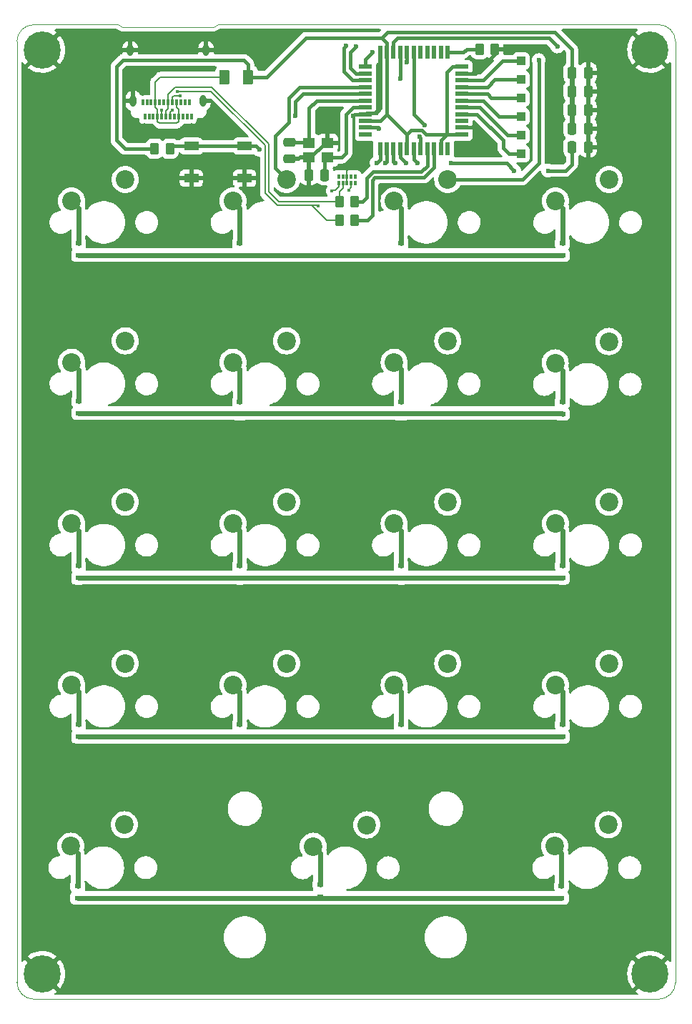
<source format=gbr>
%TF.GenerationSoftware,KiCad,Pcbnew,(5.99.0-9544-g366189b864)*%
%TF.CreationDate,2021-04-16T00:10:41-04:00*%
%TF.ProjectId,kipad,6b697061-642e-46b6-9963-61645f706362,A*%
%TF.SameCoordinates,Original*%
%TF.FileFunction,Copper,L2,Bot*%
%TF.FilePolarity,Positive*%
%FSLAX46Y46*%
G04 Gerber Fmt 4.6, Leading zero omitted, Abs format (unit mm)*
G04 Created by KiCad (PCBNEW (5.99.0-9544-g366189b864)) date 2021-04-16 00:10:41*
%MOMM*%
%LPD*%
G01*
G04 APERTURE LIST*
G04 Aperture macros list*
%AMRoundRect*
0 Rectangle with rounded corners*
0 $1 Rounding radius*
0 $2 $3 $4 $5 $6 $7 $8 $9 X,Y pos of 4 corners*
0 Add a 4 corners polygon primitive as box body*
4,1,4,$2,$3,$4,$5,$6,$7,$8,$9,$2,$3,0*
0 Add four circle primitives for the rounded corners*
1,1,$1+$1,$2,$3*
1,1,$1+$1,$4,$5*
1,1,$1+$1,$6,$7*
1,1,$1+$1,$8,$9*
0 Add four rect primitives between the rounded corners*
20,1,$1+$1,$2,$3,$4,$5,0*
20,1,$1+$1,$4,$5,$6,$7,0*
20,1,$1+$1,$6,$7,$8,$9,0*
20,1,$1+$1,$8,$9,$2,$3,0*%
G04 Aperture macros list end*
%TA.AperFunction,Profile*%
%ADD10C,0.100000*%
%TD*%
%TA.AperFunction,SMDPad,CuDef*%
%ADD11R,1.700000X1.000000*%
%TD*%
%TA.AperFunction,ComponentPad*%
%ADD12C,2.200000*%
%TD*%
%TA.AperFunction,ComponentPad*%
%ADD13C,4.400000*%
%TD*%
%TA.AperFunction,SMDPad,CuDef*%
%ADD14RoundRect,0.250000X-0.250000X-0.475000X0.250000X-0.475000X0.250000X0.475000X-0.250000X0.475000X0*%
%TD*%
%TA.AperFunction,SMDPad,CuDef*%
%ADD15R,1.000000X1.000000*%
%TD*%
%TA.AperFunction,SMDPad,CuDef*%
%ADD16R,1.400000X1.200000*%
%TD*%
%TA.AperFunction,SMDPad,CuDef*%
%ADD17R,0.400000X0.550000*%
%TD*%
%TA.AperFunction,SMDPad,CuDef*%
%ADD18R,0.300000X0.550000*%
%TD*%
%TA.AperFunction,SMDPad,CuDef*%
%ADD19R,1.500000X0.550000*%
%TD*%
%TA.AperFunction,SMDPad,CuDef*%
%ADD20R,0.550000X1.500000*%
%TD*%
%TA.AperFunction,SMDPad,CuDef*%
%ADD21RoundRect,0.250000X-0.262500X-0.450000X0.262500X-0.450000X0.262500X0.450000X-0.262500X0.450000X0*%
%TD*%
%TA.AperFunction,SMDPad,CuDef*%
%ADD22RoundRect,0.250000X0.262500X0.450000X-0.262500X0.450000X-0.262500X-0.450000X0.262500X-0.450000X0*%
%TD*%
%TA.AperFunction,SMDPad,CuDef*%
%ADD23R,0.300000X0.700000*%
%TD*%
%TA.AperFunction,ComponentPad*%
%ADD24O,0.800000X1.400000*%
%TD*%
%TA.AperFunction,SMDPad,CuDef*%
%ADD25RoundRect,0.250000X-0.375000X-0.625000X0.375000X-0.625000X0.375000X0.625000X-0.375000X0.625000X0*%
%TD*%
%TA.AperFunction,SMDPad,CuDef*%
%ADD26R,0.700000X0.600000*%
%TD*%
%TA.AperFunction,SMDPad,CuDef*%
%ADD27RoundRect,0.250000X0.475000X-0.250000X0.475000X0.250000X-0.475000X0.250000X-0.475000X-0.250000X0*%
%TD*%
%TA.AperFunction,ViaPad*%
%ADD28C,0.600000*%
%TD*%
%TA.AperFunction,ViaPad*%
%ADD29C,0.400000*%
%TD*%
%TA.AperFunction,Conductor*%
%ADD30C,0.200000*%
%TD*%
%TA.AperFunction,Conductor*%
%ADD31C,0.400000*%
%TD*%
%TA.AperFunction,Conductor*%
%ADD32C,0.600000*%
%TD*%
G04 APERTURE END LIST*
D10*
X86800000Y-30600000D02*
X139000000Y-30614214D01*
X86300000Y-30900000D02*
X86800000Y-30600000D01*
X75500000Y-30900000D02*
X86300000Y-30900000D01*
X75000000Y-30600000D02*
X75500000Y-30900000D01*
X65000000Y-30614214D02*
X75000000Y-30600000D01*
X139000000Y-146000000D02*
X65000000Y-146000000D01*
X141000000Y-32614214D02*
X141000000Y-144000000D01*
X63000000Y-144000000D02*
X63000000Y-32614214D01*
X63000000Y-144000000D02*
G75*
G03*
X65000000Y-146000000I2000000J0D01*
G01*
X141000000Y-144000000D02*
G75*
G02*
X139000000Y-146000000I-2000000J0D01*
G01*
X139000000Y-30614214D02*
G75*
G02*
X141000000Y-32614214I0J-2000000D01*
G01*
X63000000Y-32614214D02*
G75*
G02*
X65000000Y-30614214I2000000J0D01*
G01*
D11*
%TO.P,SW_RST1,2,2*%
%TO.N,/RESET*%
X89950000Y-45000000D03*
X83650000Y-45000000D03*
%TO.P,SW_RST1,1,1*%
%TO.N,GND*%
X89950000Y-48800000D03*
X83650000Y-48800000D03*
%TD*%
D12*
%TO.P,KEY_E1,2,B*%
%TO.N,Net-(D14-Pad2)*%
X107680000Y-108786000D03*
%TO.P,KEY_E1,1,A*%
%TO.N,/COL2*%
X114030000Y-106246000D03*
%TD*%
D13*
%TO.P,H4,1,1*%
%TO.N,GND*%
X66000000Y-143000000D03*
%TD*%
%TO.P,H3,1,1*%
%TO.N,GND*%
X138000000Y-143000000D03*
%TD*%
%TO.P,H2,1,1*%
%TO.N,GND*%
X138000000Y-33600000D03*
%TD*%
%TO.P,H1,1,1*%
%TO.N,GND*%
X66000000Y-33600000D03*
%TD*%
D14*
%TO.P,C1,2*%
%TO.N,GND*%
X130650000Y-38500000D03*
%TO.P,C1,1*%
%TO.N,+5V*%
X128750000Y-38500000D03*
%TD*%
D15*
%TO.P,PF7,1,1*%
%TO.N,Net-(PF7-Pad1)*%
X122700000Y-34900000D03*
%TD*%
%TO.P,PF6,1,1*%
%TO.N,Net-(PF6-Pad1)*%
X122700000Y-37100000D03*
%TD*%
%TO.P,PF5,1,1*%
%TO.N,Net-(PF5-Pad1)*%
X122700000Y-39300000D03*
%TD*%
%TO.P,PF4,1,1*%
%TO.N,Net-(PF4-Pad1)*%
X122700000Y-41500000D03*
%TD*%
%TO.P,PF1,1,1*%
%TO.N,Net-(PF1-Pad1)*%
X122700000Y-43700000D03*
%TD*%
%TO.P,PF0,1,1*%
%TO.N,Net-(PF0-Pad1)*%
X122700000Y-45900000D03*
%TD*%
D16*
%TO.P,Y1,4,4*%
%TO.N,GND*%
X99800000Y-44650000D03*
%TO.P,Y1,3,3*%
%TO.N,/XTAL1*%
X97600000Y-44650000D03*
%TO.P,Y1,2,2*%
%TO.N,GND*%
X97600000Y-46350000D03*
%TO.P,Y1,1,1*%
%TO.N,/XTAL2*%
X99800000Y-46350000D03*
%TD*%
D17*
%TO.P,U3,8,GND*%
%TO.N,GND*%
X102100000Y-48615000D03*
D18*
%TO.P,U3,10,NC*%
%TO.N,unconnected-(U3-Pad10)*%
X103100000Y-48615000D03*
%TO.P,U3,7,NC*%
%TO.N,unconnected-(U3-Pad7)*%
X101600000Y-48615000D03*
%TO.P,U3,6,NC*%
%TO.N,unconnected-(U3-Pad6)*%
X101100000Y-48615000D03*
%TO.P,U3,9,NC*%
%TO.N,unconnected-(U3-Pad9)*%
X102600000Y-48615000D03*
%TO.P,U3,5,D2-*%
%TO.N,/DN*%
X101100000Y-49385000D03*
%TO.P,U3,4,D2+*%
%TO.N,/DP*%
X101600000Y-49385000D03*
D17*
%TO.P,U3,3,GND*%
%TO.N,GND*%
X102100000Y-49385000D03*
D18*
%TO.P,U3,2,D1-*%
%TO.N,/DN*%
X102600000Y-49385000D03*
%TO.P,U3,1,D1+*%
%TO.N,/DP*%
X103100000Y-49385000D03*
%TD*%
D19*
%TO.P,U2,44,AVCC*%
%TO.N,+5V*%
X115700000Y-43600000D03*
%TO.P,U2,43,GND*%
%TO.N,GND*%
X115700000Y-42800000D03*
%TO.P,U2,42,AREF*%
%TO.N,unconnected-(U2-Pad42)*%
X115700000Y-42000000D03*
%TO.P,U2,41,PF0*%
%TO.N,Net-(PF0-Pad1)*%
X115700000Y-41200000D03*
%TO.P,U2,40,PF1*%
%TO.N,Net-(PF1-Pad1)*%
X115700000Y-40400000D03*
%TO.P,U2,39,PF4*%
%TO.N,Net-(PF4-Pad1)*%
X115700000Y-39600000D03*
%TO.P,U2,38,PF5*%
%TO.N,Net-(PF5-Pad1)*%
X115700000Y-38800000D03*
%TO.P,U2,37,PF6*%
%TO.N,Net-(PF6-Pad1)*%
X115700000Y-38000000D03*
%TO.P,U2,36,PF7*%
%TO.N,Net-(PF7-Pad1)*%
X115700000Y-37200000D03*
%TO.P,U2,35,GND*%
%TO.N,GND*%
X115700000Y-36400000D03*
%TO.P,U2,34,VCC*%
%TO.N,+5V*%
X115700000Y-35600000D03*
D20*
%TO.P,U2,33,~HWB~/PE2*%
%TO.N,Net-(R6-Pad1)*%
X114000000Y-33900000D03*
%TO.P,U2,32,PC7*%
%TO.N,unconnected-(U2-Pad32)*%
X113200000Y-33900000D03*
%TO.P,U2,31,PC6*%
%TO.N,unconnected-(U2-Pad31)*%
X112400000Y-33900000D03*
%TO.P,U2,30,PB6*%
%TO.N,unconnected-(U2-Pad30)*%
X111600000Y-33900000D03*
%TO.P,U2,29,PB5*%
%TO.N,unconnected-(U2-Pad29)*%
X110800000Y-33900000D03*
%TO.P,U2,28,PB4*%
%TO.N,/ROW4*%
X110000000Y-33900000D03*
%TO.P,U2,27,PD7*%
%TO.N,Net-(D20-Pad2)*%
X109200000Y-33900000D03*
%TO.P,U2,26,PD6*%
%TO.N,Net-(D21-Pad2)*%
X108400000Y-33900000D03*
%TO.P,U2,25,PD4*%
%TO.N,Net-(D23-Pad2)*%
X107600000Y-33900000D03*
%TO.P,U2,24,AVCC*%
%TO.N,+5V*%
X106800000Y-33900000D03*
%TO.P,U2,23,GND*%
%TO.N,GND*%
X106000000Y-33900000D03*
D19*
%TO.P,U2,22,PD5*%
%TO.N,Net-(D22-Pad2)*%
X104300000Y-35600000D03*
%TO.P,U2,21,PD3*%
%TO.N,/COL3*%
X104300000Y-36400000D03*
%TO.P,U2,20,PD2*%
%TO.N,/COL2*%
X104300000Y-37200000D03*
%TO.P,U2,19,PD1*%
%TO.N,/COL1*%
X104300000Y-38000000D03*
%TO.P,U2,18,PD0*%
%TO.N,/COL0*%
X104300000Y-38800000D03*
%TO.P,U2,17,XTAL1*%
%TO.N,/XTAL1*%
X104300000Y-39600000D03*
%TO.P,U2,16,XTAL2*%
%TO.N,/XTAL2*%
X104300000Y-40400000D03*
%TO.P,U2,15,GND*%
%TO.N,GND*%
X104300000Y-41200000D03*
%TO.P,U2,14,VCC*%
%TO.N,+5V*%
X104300000Y-42000000D03*
%TO.P,U2,13,~RESET*%
%TO.N,/RESET*%
X104300000Y-42800000D03*
%TO.P,U2,12,PB7*%
%TO.N,unconnected-(U2-Pad12)*%
X104300000Y-43600000D03*
D20*
%TO.P,U2,11,PB3*%
%TO.N,/ROW3*%
X106000000Y-45300000D03*
%TO.P,U2,10,PB2*%
%TO.N,/ROW2*%
X106800000Y-45300000D03*
%TO.P,U2,9,PB1*%
%TO.N,/ROW1*%
X107600000Y-45300000D03*
%TO.P,U2,8,PB0*%
%TO.N,/ROW0*%
X108400000Y-45300000D03*
%TO.P,U2,7,VBUS*%
%TO.N,+5V*%
X109200000Y-45300000D03*
%TO.P,U2,6,UCAP*%
%TO.N,Net-(C7-Pad1)*%
X110000000Y-45300000D03*
%TO.P,U2,5,UGND*%
%TO.N,GND*%
X110800000Y-45300000D03*
%TO.P,U2,4,D+*%
%TO.N,Net-(R2-Pad2)*%
X111600000Y-45300000D03*
%TO.P,U2,3,D-*%
%TO.N,Net-(R3-Pad1)*%
X112400000Y-45300000D03*
%TO.P,U2,2,UVCC*%
%TO.N,+5V*%
X113200000Y-45300000D03*
%TO.P,U2,1,PE6*%
%TO.N,unconnected-(U2-Pad1)*%
X114000000Y-45300000D03*
%TD*%
D21*
%TO.P,R6,2*%
%TO.N,GND*%
X119600000Y-33500000D03*
%TO.P,R6,1*%
%TO.N,Net-(R6-Pad1)*%
X117775000Y-33500000D03*
%TD*%
D22*
%TO.P,R3,2*%
%TO.N,/DN*%
X101200000Y-53800000D03*
%TO.P,R3,1*%
%TO.N,Net-(R3-Pad1)*%
X103025000Y-53800000D03*
%TD*%
D21*
%TO.P,R2,2*%
%TO.N,Net-(R2-Pad2)*%
X103025000Y-51600000D03*
%TO.P,R2,1*%
%TO.N,/DP*%
X101200000Y-51600000D03*
%TD*%
%TO.P,R1,2*%
%TO.N,/RESET*%
X81112500Y-45300000D03*
%TO.P,R1,1*%
%TO.N,+5V*%
X79287500Y-45300000D03*
%TD*%
D12*
%TO.P,KEY_SP1,2,B*%
%TO.N,Net-(D19-Pad2)*%
X126690000Y-127886000D03*
%TO.P,KEY_SP1,1,A*%
%TO.N,/COL3*%
X133040000Y-125346000D03*
%TD*%
%TO.P,KEY_F1,2,B*%
%TO.N,Net-(D18-Pad2)*%
X126790000Y-108786000D03*
%TO.P,KEY_F1,1,A*%
%TO.N,/COL3*%
X133140000Y-106246000D03*
%TD*%
%TO.P,KEY_ESC1,2,B*%
%TO.N,Net-(D5-Pad2)*%
X69380000Y-127886000D03*
%TO.P,KEY_ESC1,1,A*%
%TO.N,/COL0*%
X75730000Y-125346000D03*
%TD*%
%TO.P,KEY_ENT1,2,B*%
%TO.N,Net-(D10-Pad2)*%
X98090000Y-127900000D03*
%TO.P,KEY_ENT1,1,A*%
%TO.N,/COL1*%
X104440000Y-125360000D03*
%TD*%
%TO.P,KEY_D1,2,B*%
%TO.N,Net-(D9-Pad2)*%
X88580000Y-108786000D03*
%TO.P,KEY_D1,1,A*%
%TO.N,/COL1*%
X94930000Y-106246000D03*
%TD*%
%TO.P,KEY_C1,2,B*%
%TO.N,Net-(D4-Pad2)*%
X69480000Y-108786000D03*
%TO.P,KEY_C1,1,A*%
%TO.N,/COL0*%
X75830000Y-106246000D03*
%TD*%
%TO.P,KEY_B1,2,B*%
%TO.N,Net-(D17-Pad2)*%
X126790000Y-89686000D03*
%TO.P,KEY_B1,1,A*%
%TO.N,/COL3*%
X133140000Y-87146000D03*
%TD*%
%TO.P,KEY_A1,2,B*%
%TO.N,Net-(D13-Pad2)*%
X107680000Y-89686000D03*
%TO.P,KEY_A1,1,A*%
%TO.N,/COL2*%
X114030000Y-87146000D03*
%TD*%
%TO.P,KEY_9,2,B*%
%TO.N,Net-(D8-Pad2)*%
X88580000Y-89686000D03*
%TO.P,KEY_9,1,A*%
%TO.N,/COL1*%
X94930000Y-87146000D03*
%TD*%
%TO.P,KEY_8,2,B*%
%TO.N,Net-(D3-Pad2)*%
X69480000Y-89686000D03*
%TO.P,KEY_8,1,A*%
%TO.N,/COL0*%
X75830000Y-87146000D03*
%TD*%
%TO.P,KEY_7,2,B*%
%TO.N,Net-(D16-Pad2)*%
X126750000Y-70666000D03*
%TO.P,KEY_7,1,A*%
%TO.N,/COL3*%
X133100000Y-68126000D03*
%TD*%
%TO.P,KEY_6,2,B*%
%TO.N,Net-(D12-Pad2)*%
X107680000Y-70586000D03*
%TO.P,KEY_6,1,A*%
%TO.N,/COL2*%
X114030000Y-68046000D03*
%TD*%
%TO.P,KEY_5,2,B*%
%TO.N,Net-(D7-Pad2)*%
X88580000Y-70586000D03*
%TO.P,KEY_5,1,A*%
%TO.N,/COL1*%
X94930000Y-68046000D03*
%TD*%
%TO.P,KEY_4,2,B*%
%TO.N,Net-(D2-Pad2)*%
X69480000Y-70586000D03*
%TO.P,KEY_4,1,A*%
%TO.N,/COL0*%
X75830000Y-68046000D03*
%TD*%
%TO.P,KEY_3,2,B*%
%TO.N,Net-(D15-Pad2)*%
X126790000Y-51486000D03*
%TO.P,KEY_3,1,A*%
%TO.N,/COL3*%
X133140000Y-48946000D03*
%TD*%
%TO.P,KEY_2,2,B*%
%TO.N,Net-(D11-Pad2)*%
X107680000Y-51486000D03*
%TO.P,KEY_2,1,A*%
%TO.N,/COL2*%
X114030000Y-48946000D03*
%TD*%
%TO.P,KEY_1,2,B*%
%TO.N,Net-(D6-Pad2)*%
X88580000Y-51486000D03*
%TO.P,KEY_1,1,A*%
%TO.N,/COL1*%
X94930000Y-48946000D03*
%TD*%
%TO.P,KEY_0,2,B*%
%TO.N,Net-(D1-Pad2)*%
X69480000Y-51486000D03*
%TO.P,KEY_0,1,A*%
%TO.N,/COL0*%
X75830000Y-48946000D03*
%TD*%
D23*
%TO.P,J1,B12,GND*%
%TO.N,GND*%
X77900000Y-39820000D03*
%TO.P,J1,B11*%
%TO.N,N/C*%
X78400000Y-39820000D03*
%TO.P,J1,B10*%
X78900000Y-39820000D03*
%TO.P,J1,B9,VBUS*%
%TO.N,VBUS*%
X79400000Y-39820000D03*
%TO.P,J1,B8,SBU2*%
%TO.N,unconnected-(J1-PadB8)*%
X79900000Y-39820000D03*
%TO.P,J1,B7,D-*%
%TO.N,/DN*%
X80400000Y-39820000D03*
%TO.P,J1,B6,D+*%
%TO.N,/DP*%
X80900000Y-39820000D03*
%TO.P,J1,B5,CC2*%
%TO.N,Net-(J1-PadB5)*%
X81400000Y-39820000D03*
%TO.P,J1,B4,VBUS*%
%TO.N,VBUS*%
X81900000Y-39820000D03*
%TO.P,J1,B3*%
%TO.N,N/C*%
X82400000Y-39820000D03*
%TO.P,J1,B2*%
X82900000Y-39820000D03*
D24*
%TO.P,J1,S1,SHIELD*%
%TO.N,GND*%
X76410000Y-33660000D03*
X85390000Y-33660000D03*
X85030000Y-39610000D03*
D23*
%TO.P,J1,B1,GND*%
X83400000Y-39820000D03*
%TO.P,J1,A11*%
%TO.N,N/C*%
X83150000Y-41520000D03*
%TO.P,J1,A8,SBU1*%
%TO.N,unconnected-(J1-PadA8)*%
X81650000Y-41520000D03*
%TO.P,J1,A9,VBUS*%
%TO.N,VBUS*%
X82150000Y-41520000D03*
%TO.P,J1,A10*%
%TO.N,N/C*%
X82650000Y-41520000D03*
%TO.P,J1,A12,GND*%
%TO.N,GND*%
X83650000Y-41520000D03*
%TO.P,J1,A7,D-*%
%TO.N,/DN*%
X81150000Y-41520000D03*
%TO.P,J1,A6,D+*%
%TO.N,/DP*%
X80650000Y-41520000D03*
%TO.P,J1,A5,CC1*%
%TO.N,Net-(J1-PadA5)*%
X80150000Y-41520000D03*
%TO.P,J1,A4,VBUS*%
%TO.N,VBUS*%
X79650000Y-41520000D03*
%TO.P,J1,A3*%
%TO.N,N/C*%
X79150000Y-41520000D03*
%TO.P,J1,A2*%
X78650000Y-41520000D03*
%TO.P,J1,A1,GND*%
%TO.N,GND*%
X78150000Y-41520000D03*
D24*
%TO.P,J1,S1,SHIELD*%
X76770000Y-39610000D03*
%TD*%
D25*
%TO.P,F1,2*%
%TO.N,+5V*%
X90400000Y-36800000D03*
%TO.P,F1,1*%
%TO.N,VBUS*%
X87600000Y-36800000D03*
%TD*%
D26*
%TO.P,D19,1,K*%
%TO.N,/ROW4*%
X127500000Y-134000000D03*
%TO.P,D19,2,A*%
%TO.N,Net-(D19-Pad2)*%
X127500000Y-132600000D03*
%TD*%
%TO.P,D18,1,K*%
%TO.N,/ROW3*%
X127600000Y-114900000D03*
%TO.P,D18,2,A*%
%TO.N,Net-(D18-Pad2)*%
X127600000Y-113500000D03*
%TD*%
%TO.P,D17,1,K*%
%TO.N,/ROW2*%
X127600000Y-96100000D03*
%TO.P,D17,2,A*%
%TO.N,Net-(D17-Pad2)*%
X127600000Y-94700000D03*
%TD*%
%TO.P,D16,1,K*%
%TO.N,/ROW1*%
X127600000Y-76700000D03*
%TO.P,D16,2,A*%
%TO.N,Net-(D16-Pad2)*%
X127600000Y-75300000D03*
%TD*%
%TO.P,D15,1,K*%
%TO.N,/ROW0*%
X127600000Y-57900000D03*
%TO.P,D15,2,A*%
%TO.N,Net-(D15-Pad2)*%
X127600000Y-56500000D03*
%TD*%
%TO.P,D14,1,K*%
%TO.N,/ROW3*%
X108490000Y-114900000D03*
%TO.P,D14,2,A*%
%TO.N,Net-(D14-Pad2)*%
X108490000Y-113500000D03*
%TD*%
%TO.P,D13,1,K*%
%TO.N,/ROW2*%
X108490000Y-96100000D03*
%TO.P,D13,2,A*%
%TO.N,Net-(D13-Pad2)*%
X108490000Y-94700000D03*
%TD*%
%TO.P,D12,1,K*%
%TO.N,/ROW1*%
X108490000Y-76700000D03*
%TO.P,D12,2,A*%
%TO.N,Net-(D12-Pad2)*%
X108490000Y-75300000D03*
%TD*%
%TO.P,D11,1,K*%
%TO.N,/ROW0*%
X108490000Y-57900000D03*
%TO.P,D11,2,A*%
%TO.N,Net-(D11-Pad2)*%
X108490000Y-56500000D03*
%TD*%
%TO.P,D10,1,K*%
%TO.N,/ROW4*%
X98900000Y-133834000D03*
%TO.P,D10,2,A*%
%TO.N,Net-(D10-Pad2)*%
X98900000Y-132434000D03*
%TD*%
%TO.P,D9,1,K*%
%TO.N,/ROW3*%
X89390000Y-114900000D03*
%TO.P,D9,2,A*%
%TO.N,Net-(D9-Pad2)*%
X89390000Y-113500000D03*
%TD*%
%TO.P,D8,1,K*%
%TO.N,/ROW2*%
X89390000Y-96100000D03*
%TO.P,D8,2,A*%
%TO.N,Net-(D8-Pad2)*%
X89390000Y-94700000D03*
%TD*%
%TO.P,D7,1,K*%
%TO.N,/ROW1*%
X89390000Y-76700000D03*
%TO.P,D7,2,A*%
%TO.N,Net-(D7-Pad2)*%
X89390000Y-75300000D03*
%TD*%
%TO.P,D6,1,K*%
%TO.N,/ROW0*%
X89390000Y-57900000D03*
%TO.P,D6,2,A*%
%TO.N,Net-(D6-Pad2)*%
X89390000Y-56500000D03*
%TD*%
%TO.P,D5,1,K*%
%TO.N,/ROW4*%
X70190000Y-134000000D03*
%TO.P,D5,2,A*%
%TO.N,Net-(D5-Pad2)*%
X70190000Y-132600000D03*
%TD*%
%TO.P,D4,1,K*%
%TO.N,/ROW3*%
X70290000Y-114900000D03*
%TO.P,D4,2,A*%
%TO.N,Net-(D4-Pad2)*%
X70290000Y-113500000D03*
%TD*%
%TO.P,D3,1,K*%
%TO.N,/ROW2*%
X70290000Y-96100000D03*
%TO.P,D3,2,A*%
%TO.N,Net-(D3-Pad2)*%
X70290000Y-94700000D03*
%TD*%
%TO.P,D2,1,K*%
%TO.N,/ROW1*%
X70330000Y-76620000D03*
%TO.P,D2,2,A*%
%TO.N,Net-(D2-Pad2)*%
X70330000Y-75220000D03*
%TD*%
%TO.P,D1,1,K*%
%TO.N,/ROW0*%
X70290000Y-57900000D03*
%TO.P,D1,2,A*%
%TO.N,Net-(D1-Pad2)*%
X70290000Y-56500000D03*
%TD*%
D14*
%TO.P,C7,2*%
%TO.N,GND*%
X130650000Y-45100000D03*
%TO.P,C7,1*%
%TO.N,Net-(C7-Pad1)*%
X128750000Y-45100000D03*
%TD*%
%TO.P,C6,2*%
%TO.N,GND*%
X130650000Y-36300000D03*
%TO.P,C6,1*%
%TO.N,+5V*%
X128750000Y-36300000D03*
%TD*%
%TO.P,C5,2*%
%TO.N,GND*%
X130650000Y-42900000D03*
%TO.P,C5,1*%
%TO.N,+5V*%
X128750000Y-42900000D03*
%TD*%
%TO.P,C4,2*%
%TO.N,GND*%
X130650000Y-40700000D03*
%TO.P,C4,1*%
%TO.N,+5V*%
X128750000Y-40700000D03*
%TD*%
%TO.P,C3,2*%
%TO.N,/XTAL2*%
X99450000Y-48400000D03*
%TO.P,C3,1*%
%TO.N,GND*%
X97550000Y-48400000D03*
%TD*%
D27*
%TO.P,C2,2*%
%TO.N,/XTAL1*%
X95300000Y-44550000D03*
%TO.P,C2,1*%
%TO.N,GND*%
X95300000Y-46450000D03*
%TD*%
D28*
%TO.N,/ROW0*%
X106100000Y-57900000D03*
D29*
%TO.N,/DN*%
X82000000Y-38500000D03*
%TO.N,Net-(J1-PadB5)*%
X82300000Y-39069998D03*
%TO.N,Net-(J1-PadA5)*%
X80150000Y-40700000D03*
%TO.N,/DN*%
X81400000Y-40700000D03*
D28*
%TO.N,/ROW4*%
X117100000Y-134000000D03*
%TO.N,/ROW3*%
X104100000Y-114900000D03*
%TO.N,/ROW2*%
X105100000Y-96100000D03*
%TO.N,/ROW1*%
X105880000Y-76620000D03*
%TO.N,Net-(D23-Pad2)*%
X127000000Y-33200000D03*
%TO.N,/COL2*%
X124800000Y-34800000D03*
%TO.N,Net-(C7-Pad1)*%
X121900000Y-47900000D03*
X125900000Y-47900000D03*
%TO.N,Net-(D21-Pad2)*%
X108400000Y-37000000D03*
%TO.N,Net-(D20-Pad2)*%
X109200000Y-35100000D03*
%TO.N,/COL2*%
X102000000Y-33100000D03*
%TO.N,/COL3*%
X103200000Y-33200000D03*
%TO.N,Net-(D22-Pad2)*%
X105100000Y-33900000D03*
%TO.N,GND*%
X117300000Y-36400000D03*
X117400000Y-43100000D03*
%TO.N,Net-(C7-Pad1)*%
X114400000Y-47000000D03*
X110400000Y-47000000D03*
%TO.N,/ROW0*%
X109100000Y-47000000D03*
%TO.N,/ROW1*%
X107800000Y-47000000D03*
%TO.N,/ROW2*%
X106600000Y-47000000D03*
%TO.N,/ROW3*%
X105600000Y-47000000D03*
%TO.N,GND*%
X110700000Y-43900000D03*
%TO.N,/ROW4*%
X111300000Y-42500000D03*
%TO.N,/RESET*%
X105900000Y-42900000D03*
%TO.N,GND*%
X98900000Y-41200000D03*
X99800000Y-41200000D03*
X100700000Y-41200000D03*
X102800000Y-41400000D03*
%TO.N,/COL0*%
X96000000Y-41400000D03*
%TO.N,/RESET*%
X91700000Y-45400000D03*
D29*
%TO.N,/DN*%
X102300000Y-50200000D03*
X98700000Y-52100000D03*
X100300000Y-50300000D03*
%TD*%
D30*
%TO.N,GND*%
X102100000Y-47500000D02*
X102300000Y-47300000D01*
X102100000Y-48615000D02*
X102100000Y-47500000D01*
X102100000Y-49385000D02*
X102100000Y-48615000D01*
D31*
%TO.N,+5V*%
X128750000Y-33550000D02*
X128750000Y-36300000D01*
X126700000Y-31500000D02*
X128750000Y-33550000D01*
X106250000Y-32200000D02*
X106250000Y-32150000D01*
X106250000Y-32150000D02*
X106900000Y-31500000D01*
X106900000Y-31500000D02*
X126700000Y-31500000D01*
%TO.N,GND*%
X117300000Y-36400000D02*
X115700000Y-36400000D01*
X119600000Y-33500000D02*
X119600000Y-34100000D01*
X119600000Y-34100000D02*
X117300000Y-36400000D01*
X117100000Y-42800000D02*
X117400000Y-43100000D01*
X115700000Y-42800000D02*
X117100000Y-42800000D01*
%TO.N,+5V*%
X111436017Y-43600000D02*
X113900000Y-43600000D01*
X109200000Y-43600000D02*
X109700000Y-43100000D01*
X109700000Y-43100000D02*
X110936017Y-43100000D01*
X110936017Y-43100000D02*
X111436017Y-43600000D01*
%TO.N,GND*%
X110800000Y-44000000D02*
X110700000Y-43900000D01*
X110800000Y-45300000D02*
X110800000Y-44000000D01*
X103000000Y-41200000D02*
X102800000Y-41400000D01*
X104300000Y-41200000D02*
X103000000Y-41200000D01*
X106000000Y-33900000D02*
X106000000Y-40445020D01*
X106000000Y-40445020D02*
X105345020Y-41100000D01*
X105345020Y-41100000D02*
X104400000Y-41100000D01*
X104400000Y-41100000D02*
X104300000Y-41200000D01*
%TO.N,Net-(C7-Pad1)*%
X110000000Y-46600000D02*
X110400000Y-47000000D01*
X125900000Y-47900000D02*
X128000000Y-47900000D01*
X121000000Y-47000000D02*
X121900000Y-47900000D01*
X110000000Y-45300000D02*
X110000000Y-46600000D01*
X128000000Y-47900000D02*
X128750000Y-47150000D01*
X114400000Y-47000000D02*
X121000000Y-47000000D01*
X128750000Y-47150000D02*
X128750000Y-45100000D01*
D32*
%TO.N,+5V*%
X128750000Y-42900000D02*
X128750000Y-36300000D01*
D31*
%TO.N,Net-(R6-Pad1)*%
X116300000Y-33500000D02*
X115900000Y-33900000D01*
X117775000Y-33500000D02*
X116300000Y-33500000D01*
X115900000Y-33900000D02*
X114000000Y-33900000D01*
%TO.N,/COL0*%
X96900000Y-38800000D02*
X96000000Y-39700000D01*
X104300000Y-38800000D02*
X96900000Y-38800000D01*
X96000000Y-39700000D02*
X96000000Y-41400000D01*
%TO.N,/COL1*%
X93600000Y-47616000D02*
X94930000Y-48946000D01*
X104300000Y-38000000D02*
X103150000Y-38000000D01*
X103150000Y-38000000D02*
X103149989Y-38000011D01*
X103149989Y-38000011D02*
X96499989Y-38000011D01*
X96499989Y-38000011D02*
X95200000Y-39300000D01*
X95200000Y-39300000D02*
X95200000Y-42200000D01*
X95200000Y-42200000D02*
X93600000Y-43800000D01*
X93600000Y-43800000D02*
X93600000Y-47616000D01*
%TO.N,/COL2*%
X101700000Y-33400000D02*
X102000000Y-33100000D01*
X101700000Y-36200000D02*
X101700000Y-33400000D01*
X124800000Y-34800000D02*
X124800000Y-47000000D01*
X104300000Y-37200000D02*
X102700000Y-37200000D01*
X102700000Y-37200000D02*
X101700000Y-36200000D01*
X122854000Y-48946000D02*
X114030000Y-48946000D01*
X124800000Y-47000000D02*
X122854000Y-48946000D01*
%TO.N,/COL3*%
X102500000Y-33900000D02*
X103200000Y-33200000D01*
X102500000Y-35100000D02*
X102500000Y-33900000D01*
X104300000Y-36400000D02*
X103150000Y-36400000D01*
X103150000Y-36400000D02*
X102500000Y-35750000D01*
X102500000Y-35750000D02*
X102500000Y-35100000D01*
%TO.N,/ROW4*%
X110000000Y-33900000D02*
X110000000Y-41200000D01*
X110000000Y-41200000D02*
X111300000Y-42500000D01*
D32*
X70190000Y-134000000D02*
X117100000Y-134000000D01*
X117100000Y-134000000D02*
X127500000Y-134000000D01*
D31*
%TO.N,/ROW3*%
X106000000Y-45300000D02*
X106000000Y-46600000D01*
X106000000Y-46600000D02*
X105600000Y-47000000D01*
D32*
X104100000Y-114900000D02*
X127600000Y-114900000D01*
X70290000Y-114900000D02*
X104100000Y-114900000D01*
%TO.N,/ROW2*%
X105100000Y-96100000D02*
X127600000Y-96100000D01*
D31*
X106800000Y-45300000D02*
X106800000Y-46800000D01*
X106800000Y-46800000D02*
X106600000Y-47000000D01*
D32*
X70290000Y-96100000D02*
X105100000Y-96100000D01*
%TO.N,/ROW1*%
X70330000Y-76620000D02*
X105880000Y-76620000D01*
D31*
X107600000Y-46800000D02*
X107800000Y-47000000D01*
D32*
X105880000Y-76620000D02*
X127520000Y-76620000D01*
D31*
X107600000Y-45300000D02*
X107600000Y-46800000D01*
D32*
%TO.N,/ROW0*%
X89390000Y-57900000D02*
X106100000Y-57900000D01*
X106100000Y-57900000D02*
X108490000Y-57900000D01*
D31*
X108400000Y-46300000D02*
X109100000Y-47000000D01*
X108400000Y-45300000D02*
X108400000Y-46300000D01*
%TO.N,Net-(R3-Pad1)*%
X112400000Y-47500000D02*
X112400000Y-45300000D01*
X103025000Y-53800000D02*
X104500000Y-53800000D01*
X104500000Y-53800000D02*
X105100000Y-53200000D01*
X105100000Y-53200000D02*
X105100000Y-49000000D01*
X105100000Y-49000000D02*
X105400000Y-48700000D01*
X105400000Y-48700000D02*
X111200000Y-48700000D01*
X111200000Y-48700000D02*
X112400000Y-47500000D01*
%TO.N,Net-(R2-Pad2)*%
X111600000Y-47300000D02*
X111600000Y-45300000D01*
X103025000Y-51600000D02*
X103900000Y-51600000D01*
X105200000Y-48000000D02*
X110900000Y-48000000D01*
X103900000Y-51600000D02*
X104400000Y-51100000D01*
X104400000Y-51100000D02*
X104400000Y-48800000D01*
X104400000Y-48800000D02*
X105200000Y-48000000D01*
X110900000Y-48000000D02*
X111600000Y-47300000D01*
D30*
%TO.N,/DN*%
X102600000Y-49385000D02*
X102600000Y-49900000D01*
X102600000Y-49900000D02*
X102300000Y-50200000D01*
X100400000Y-50200000D02*
X100700000Y-50200000D01*
X98600000Y-52000000D02*
X98700000Y-52100000D01*
X97900000Y-52000000D02*
X98600000Y-52000000D01*
X100300000Y-50300000D02*
X100400000Y-50200000D01*
X100700000Y-50200000D02*
X101100000Y-49800000D01*
X101100000Y-49800000D02*
X101100000Y-49385000D01*
%TO.N,/DP*%
X101200000Y-50400000D02*
X101200000Y-51600000D01*
X101600000Y-49385000D02*
X101600000Y-50000000D01*
X101600000Y-50000000D02*
X101200000Y-50400000D01*
D31*
%TO.N,/RESET*%
X104300000Y-42800000D02*
X105800000Y-42800000D01*
X105800000Y-42800000D02*
X105900000Y-42900000D01*
X91300000Y-45000000D02*
X91700000Y-45400000D01*
X89950000Y-45000000D02*
X91300000Y-45000000D01*
X83650000Y-45000000D02*
X89950000Y-45000000D01*
X83650000Y-45000000D02*
X81412500Y-45000000D01*
X81412500Y-45000000D02*
X81112500Y-45300000D01*
%TO.N,+5V*%
X75800000Y-45300000D02*
X79287500Y-45300000D01*
X90400000Y-35300000D02*
X89900000Y-34800000D01*
X90400000Y-36800000D02*
X90400000Y-35300000D01*
X89900000Y-34800000D02*
X75600000Y-34800000D01*
X74800000Y-44300000D02*
X75800000Y-45300000D01*
X75600000Y-34800000D02*
X74800000Y-35600000D01*
X74800000Y-35600000D02*
X74800000Y-44300000D01*
D30*
%TO.N,/DN*%
X86000000Y-38500000D02*
X92400000Y-44900000D01*
X82000000Y-38500000D02*
X86000000Y-38500000D01*
%TO.N,Net-(J1-PadB5)*%
X82300000Y-39069998D02*
X81530002Y-39069998D01*
X81530002Y-39069998D02*
X81400000Y-39200000D01*
X81400000Y-39820000D02*
X81400000Y-39200000D01*
%TO.N,/DP*%
X80900000Y-39820000D02*
X80900000Y-38859983D01*
X80900000Y-38859983D02*
X81760003Y-37999980D01*
X81760003Y-37999980D02*
X85499980Y-37999980D01*
%TO.N,/DN*%
X99700000Y-53800000D02*
X101162500Y-53800000D01*
X92400000Y-44900000D02*
X92400000Y-48300000D01*
X92400000Y-48300000D02*
X92399980Y-48300020D01*
X92399980Y-50565694D02*
X93834286Y-52000000D01*
X92399980Y-48300020D02*
X92399980Y-50565694D01*
X93834286Y-52000000D02*
X97900000Y-52000000D01*
X97900000Y-52000000D02*
X99700000Y-53800000D01*
%TO.N,/DP*%
X94000000Y-51600000D02*
X101175000Y-51600000D01*
X85499980Y-37999980D02*
X85500000Y-38000000D01*
X86100000Y-38000000D02*
X92800000Y-44700000D01*
X92800000Y-50400000D02*
X94000000Y-51600000D01*
X85500000Y-38000000D02*
X86100000Y-38000000D01*
X92800000Y-44700000D02*
X92800000Y-50400000D01*
D31*
%TO.N,Net-(D22-Pad2)*%
X104300000Y-35600000D02*
X104300000Y-34700000D01*
X104300000Y-34700000D02*
X105100000Y-33900000D01*
%TO.N,Net-(D23-Pad2)*%
X111800000Y-32200000D02*
X126000000Y-32200000D01*
X126000000Y-32200000D02*
X127000000Y-33200000D01*
X107600000Y-32700000D02*
X108100000Y-32200000D01*
X107600000Y-33900000D02*
X107600000Y-32700000D01*
X108100000Y-32200000D02*
X111800000Y-32200000D01*
%TO.N,Net-(D20-Pad2)*%
X109200000Y-35100000D02*
X109200000Y-33900000D01*
%TO.N,Net-(D21-Pad2)*%
X108400000Y-37000000D02*
X108400000Y-33900000D01*
D30*
%TO.N,Net-(J1-PadA5)*%
X80150000Y-41520000D02*
X80150000Y-40700000D01*
D31*
%TO.N,+5V*%
X106800000Y-32750000D02*
X106800000Y-33900000D01*
X90400000Y-36800000D02*
X92600000Y-36800000D01*
X92600000Y-36800000D02*
X97200000Y-32200000D01*
X97200000Y-32200000D02*
X106250000Y-32200000D01*
X106250000Y-32200000D02*
X106800000Y-32750000D01*
X115700000Y-35600000D02*
X114550000Y-35600000D01*
X114550000Y-35600000D02*
X113900000Y-36250000D01*
X113900000Y-36250000D02*
X113900000Y-43600000D01*
X113900000Y-43600000D02*
X115700000Y-43600000D01*
X113200000Y-45300000D02*
X113200000Y-44300000D01*
X113200000Y-44300000D02*
X113900000Y-43600000D01*
X109200000Y-45300000D02*
X109200000Y-43600000D01*
X109200000Y-43600000D02*
X106800000Y-41200000D01*
X106800000Y-41200000D02*
X106000000Y-42000000D01*
X106800000Y-33900000D02*
X106800000Y-41200000D01*
X106000000Y-42000000D02*
X104300000Y-42000000D01*
%TO.N,GND*%
X97600000Y-46350000D02*
X97779980Y-46350000D01*
X97779980Y-46350000D02*
X99479980Y-44650000D01*
X99479980Y-44650000D02*
X99800000Y-44650000D01*
%TO.N,/XTAL2*%
X102800000Y-40400000D02*
X104300000Y-40400000D01*
X99800000Y-46350000D02*
X101450000Y-46350000D01*
X101450000Y-46350000D02*
X102000000Y-45800000D01*
X102000000Y-45800000D02*
X102000000Y-41200000D01*
X102000000Y-41200000D02*
X102800000Y-40400000D01*
%TO.N,/XTAL1*%
X98500000Y-39600000D02*
X104300000Y-39600000D01*
X97600000Y-44650000D02*
X97600000Y-40500000D01*
X97600000Y-40500000D02*
X98500000Y-39600000D01*
X95300000Y-44550000D02*
X97500000Y-44550000D01*
%TO.N,/XTAL2*%
X99450000Y-48400000D02*
X99450000Y-46700000D01*
%TO.N,Net-(PF0-Pad1)*%
X121300000Y-45900000D02*
X122700000Y-45900000D01*
X115700000Y-41200000D02*
X117500000Y-41200000D01*
X117500000Y-41200000D02*
X120600000Y-44300000D01*
X120600000Y-44300000D02*
X120600000Y-45200000D01*
X120600000Y-45200000D02*
X121300000Y-45900000D01*
%TO.N,Net-(PF1-Pad1)*%
X121100000Y-43700000D02*
X122700000Y-43700000D01*
X115700000Y-40400000D02*
X117800000Y-40400000D01*
X117800000Y-40400000D02*
X121100000Y-43700000D01*
%TO.N,Net-(PF4-Pad1)*%
X120100000Y-41500000D02*
X122700000Y-41500000D01*
X115700000Y-39600000D02*
X118200000Y-39600000D01*
X118200000Y-39600000D02*
X120100000Y-41500000D01*
%TO.N,Net-(PF7-Pad1)*%
X120500000Y-34900000D02*
X122700000Y-34900000D01*
X115700000Y-37200000D02*
X118200000Y-37200000D01*
X118200000Y-37200000D02*
X120500000Y-34900000D01*
%TO.N,Net-(PF6-Pad1)*%
X119600000Y-37100000D02*
X122700000Y-37100000D01*
X115700000Y-38000000D02*
X118700000Y-38000000D01*
X118700000Y-38000000D02*
X119600000Y-37100000D01*
%TO.N,Net-(PF5-Pad1)*%
X118700000Y-38800000D02*
X119200000Y-39300000D01*
X115700000Y-38800000D02*
X118700000Y-38800000D01*
X119200000Y-39300000D02*
X122700000Y-39300000D01*
D30*
%TO.N,/DN*%
X81150000Y-40950000D02*
X81400000Y-40700000D01*
X81150000Y-41520000D02*
X81150000Y-40950000D01*
%TO.N,/DP*%
X80900000Y-40600000D02*
X80900000Y-39820000D01*
X80650000Y-41520000D02*
X80650000Y-40850000D01*
X80650000Y-40850000D02*
X80900000Y-40600000D01*
%TO.N,VBUS*%
X80000000Y-36800000D02*
X87600000Y-36800000D01*
X79400000Y-39820000D02*
X79400000Y-37400000D01*
X79400000Y-37400000D02*
X80000000Y-36800000D01*
X82150000Y-42070000D02*
X82150000Y-41520000D01*
X79650000Y-41520000D02*
X79650000Y-42050011D01*
X79650000Y-42050011D02*
X79899989Y-42300000D01*
X79899989Y-42300000D02*
X81920000Y-42300000D01*
X81920000Y-42300000D02*
X82150000Y-42070000D01*
X82150000Y-41520000D02*
X82150000Y-40610020D01*
X82150000Y-40610020D02*
X81900000Y-40360020D01*
X81900000Y-40360020D02*
X81900000Y-39820000D01*
X79650000Y-41520000D02*
X79650000Y-40610020D01*
X79650000Y-40610020D02*
X79400000Y-40360020D01*
X79400000Y-40360020D02*
X79400000Y-39820000D01*
D32*
%TO.N,/ROW1*%
X127520000Y-76620000D02*
X127600000Y-76700000D01*
%TO.N,/ROW0*%
X108490000Y-57900000D02*
X127600000Y-57900000D01*
X70290000Y-57900000D02*
X89390000Y-57900000D01*
%TO.N,Net-(D4-Pad2)*%
X70290000Y-113500000D02*
X70290000Y-109596000D01*
X70290000Y-109596000D02*
X69480000Y-108786000D01*
%TO.N,Net-(D5-Pad2)*%
X70190000Y-132600000D02*
X70190000Y-128696000D01*
X70190000Y-128696000D02*
X69380000Y-127886000D01*
%TO.N,Net-(D10-Pad2)*%
X98900000Y-132434000D02*
X98900000Y-128710000D01*
X98900000Y-128710000D02*
X98090000Y-127900000D01*
%TO.N,Net-(D19-Pad2)*%
X127500000Y-132600000D02*
X127500000Y-128696000D01*
X127500000Y-128696000D02*
X126690000Y-127886000D01*
%TO.N,Net-(D9-Pad2)*%
X89390000Y-113500000D02*
X89390000Y-109596000D01*
X89390000Y-109596000D02*
X88580000Y-108786000D01*
%TO.N,Net-(D14-Pad2)*%
X108490000Y-113500000D02*
X108490000Y-109596000D01*
X108490000Y-109596000D02*
X107680000Y-108786000D01*
%TO.N,Net-(D18-Pad2)*%
X127600000Y-113500000D02*
X127600000Y-109596000D01*
X127600000Y-109596000D02*
X126790000Y-108786000D01*
%TO.N,Net-(D17-Pad2)*%
X127600000Y-94700000D02*
X127600000Y-90496000D01*
X127600000Y-90496000D02*
X126790000Y-89686000D01*
%TO.N,Net-(D13-Pad2)*%
X108490000Y-94700000D02*
X108490000Y-90496000D01*
X108490000Y-90496000D02*
X107680000Y-89686000D01*
%TO.N,Net-(D8-Pad2)*%
X89390000Y-94700000D02*
X89390000Y-90496000D01*
X89390000Y-90496000D02*
X88580000Y-89686000D01*
%TO.N,Net-(D3-Pad2)*%
X70290000Y-94700000D02*
X70290000Y-90496000D01*
X70290000Y-90496000D02*
X69480000Y-89686000D01*
%TO.N,Net-(D2-Pad2)*%
X70330000Y-75220000D02*
X70330000Y-71436000D01*
X70330000Y-71436000D02*
X69480000Y-70586000D01*
%TO.N,Net-(D7-Pad2)*%
X89390000Y-75300000D02*
X89390000Y-71396000D01*
X89390000Y-71396000D02*
X88580000Y-70586000D01*
%TO.N,Net-(D12-Pad2)*%
X108490000Y-75300000D02*
X108490000Y-71396000D01*
X108490000Y-71396000D02*
X107680000Y-70586000D01*
%TO.N,Net-(D16-Pad2)*%
X127600000Y-75300000D02*
X127600000Y-71516000D01*
X127600000Y-71516000D02*
X126750000Y-70666000D01*
%TO.N,Net-(D15-Pad2)*%
X127600000Y-56500000D02*
X127600000Y-52296000D01*
X127600000Y-52296000D02*
X126790000Y-51486000D01*
%TO.N,Net-(D11-Pad2)*%
X108490000Y-56500000D02*
X108490000Y-52296000D01*
X108490000Y-52296000D02*
X107680000Y-51486000D01*
%TO.N,Net-(D6-Pad2)*%
X89390000Y-56500000D02*
X89390000Y-52296000D01*
X89390000Y-52296000D02*
X88580000Y-51486000D01*
%TO.N,Net-(D1-Pad2)*%
X70290000Y-56500000D02*
X70290000Y-52296000D01*
X70290000Y-52296000D02*
X69480000Y-51486000D01*
%TD*%
%TA.AperFunction,Conductor*%
%TO.N,GND*%
G36*
X100367488Y-31111695D02*
G01*
X105980650Y-31113223D01*
X106048765Y-31133244D01*
X106095243Y-31186912D01*
X106105328Y-31257189D01*
X106075817Y-31321761D01*
X106069710Y-31328318D01*
X105943433Y-31454595D01*
X105881121Y-31488621D01*
X105854338Y-31491500D01*
X97225938Y-31491500D01*
X97217368Y-31491208D01*
X97170234Y-31487994D01*
X97170230Y-31487994D01*
X97162658Y-31487478D01*
X97099708Y-31498465D01*
X97093218Y-31499422D01*
X97029806Y-31507096D01*
X97022697Y-31509783D01*
X97020085Y-31510424D01*
X97003825Y-31514872D01*
X97001255Y-31515648D01*
X96993776Y-31516953D01*
X96986825Y-31520004D01*
X96986819Y-31520006D01*
X96935295Y-31542624D01*
X96929186Y-31545117D01*
X96876548Y-31565007D01*
X96876546Y-31565008D01*
X96869438Y-31567694D01*
X96863173Y-31572000D01*
X96860782Y-31573250D01*
X96846073Y-31581437D01*
X96843756Y-31582807D01*
X96836799Y-31585861D01*
X96830776Y-31590482D01*
X96830770Y-31590486D01*
X96786108Y-31624755D01*
X96780775Y-31628630D01*
X96728154Y-31664796D01*
X96723097Y-31670472D01*
X96689061Y-31708673D01*
X96684080Y-31713949D01*
X92343434Y-36054595D01*
X92281122Y-36088621D01*
X92254339Y-36091500D01*
X91638620Y-36091500D01*
X91570499Y-36071498D01*
X91524006Y-36017842D01*
X91518203Y-36000913D01*
X91518022Y-35999357D01*
X91457687Y-35833136D01*
X91389210Y-35728691D01*
X91364743Y-35691372D01*
X91364742Y-35691371D01*
X91360731Y-35685253D01*
X91232355Y-35563642D01*
X91226028Y-35559967D01*
X91226024Y-35559964D01*
X91171214Y-35528128D01*
X91122356Y-35476616D01*
X91108500Y-35419174D01*
X91108500Y-35325954D01*
X91108792Y-35317383D01*
X91112006Y-35270235D01*
X91112523Y-35262659D01*
X91101534Y-35199691D01*
X91100574Y-35193188D01*
X91100164Y-35189794D01*
X91094286Y-35141224D01*
X91093817Y-35137350D01*
X91092904Y-35129806D01*
X91090218Y-35122698D01*
X91089577Y-35120088D01*
X91085130Y-35103831D01*
X91084355Y-35101263D01*
X91083048Y-35093776D01*
X91057376Y-35035294D01*
X91054883Y-35029186D01*
X91034992Y-34976546D01*
X91034992Y-34976545D01*
X91032306Y-34969438D01*
X91028000Y-34963173D01*
X91026750Y-34960782D01*
X91018567Y-34946080D01*
X91017193Y-34943757D01*
X91014139Y-34936799D01*
X91009514Y-34930772D01*
X91009512Y-34930768D01*
X90975254Y-34886122D01*
X90971376Y-34880785D01*
X90955651Y-34857904D01*
X90935204Y-34828154D01*
X90891328Y-34789061D01*
X90886053Y-34784082D01*
X90419329Y-34317359D01*
X90413474Y-34311091D01*
X90382417Y-34275488D01*
X90382415Y-34275486D01*
X90377425Y-34269766D01*
X90325157Y-34233031D01*
X90319873Y-34229107D01*
X90304372Y-34216953D01*
X90269612Y-34189698D01*
X90262688Y-34186572D01*
X90260375Y-34185171D01*
X90245759Y-34176834D01*
X90243382Y-34175559D01*
X90237165Y-34171190D01*
X90230086Y-34168430D01*
X90230084Y-34168429D01*
X90196314Y-34155263D01*
X90177652Y-34147987D01*
X90171577Y-34145434D01*
X90120289Y-34122276D01*
X90120287Y-34122275D01*
X90113365Y-34119150D01*
X90105895Y-34117766D01*
X90103330Y-34116962D01*
X90087098Y-34112338D01*
X90084517Y-34111675D01*
X90077440Y-34108916D01*
X90014104Y-34100578D01*
X90007612Y-34099550D01*
X89944801Y-34087908D01*
X89937221Y-34088345D01*
X89937220Y-34088345D01*
X89886126Y-34091291D01*
X89878873Y-34091500D01*
X86424000Y-34091500D01*
X86355879Y-34071498D01*
X86309386Y-34017842D01*
X86298000Y-33965500D01*
X86298000Y-33932115D01*
X86293525Y-33916876D01*
X86292135Y-33915671D01*
X86284452Y-33914000D01*
X84500115Y-33914000D01*
X84484876Y-33918475D01*
X84483671Y-33919865D01*
X84482000Y-33927548D01*
X84482000Y-33965500D01*
X84461998Y-34033621D01*
X84408342Y-34080114D01*
X84356000Y-34091500D01*
X77444000Y-34091500D01*
X77375879Y-34071498D01*
X77329386Y-34017842D01*
X77318000Y-33965500D01*
X77318000Y-33932115D01*
X77313525Y-33916876D01*
X77312135Y-33915671D01*
X77304452Y-33914000D01*
X75520115Y-33914000D01*
X75504876Y-33918475D01*
X75503671Y-33919865D01*
X75502000Y-33927548D01*
X75502000Y-33992150D01*
X75481998Y-34060271D01*
X75428342Y-34106764D01*
X75408382Y-34112950D01*
X75408533Y-34113450D01*
X75401262Y-34115646D01*
X75393776Y-34116952D01*
X75386816Y-34120007D01*
X75386817Y-34120007D01*
X75335294Y-34142624D01*
X75329186Y-34145117D01*
X75279526Y-34163882D01*
X75269438Y-34167694D01*
X75263173Y-34172000D01*
X75260782Y-34173250D01*
X75246080Y-34181433D01*
X75243757Y-34182807D01*
X75236799Y-34185861D01*
X75230772Y-34190486D01*
X75230768Y-34190488D01*
X75186122Y-34224746D01*
X75180797Y-34228615D01*
X75128154Y-34264796D01*
X75123102Y-34270466D01*
X75123101Y-34270467D01*
X75089061Y-34308673D01*
X75084080Y-34313950D01*
X74317356Y-35080673D01*
X74311090Y-35086526D01*
X74269766Y-35122575D01*
X74238146Y-35167566D01*
X74233039Y-35174833D01*
X74229107Y-35180127D01*
X74189698Y-35230388D01*
X74186572Y-35237312D01*
X74185171Y-35239625D01*
X74176834Y-35254241D01*
X74175559Y-35256618D01*
X74171190Y-35262835D01*
X74148406Y-35321275D01*
X74147990Y-35322341D01*
X74145434Y-35328423D01*
X74128561Y-35365793D01*
X74119150Y-35386635D01*
X74117766Y-35394105D01*
X74116962Y-35396670D01*
X74112338Y-35412902D01*
X74111675Y-35415483D01*
X74108916Y-35422560D01*
X74101717Y-35477240D01*
X74100579Y-35485887D01*
X74099550Y-35492388D01*
X74087908Y-35555199D01*
X74088345Y-35562779D01*
X74088345Y-35562780D01*
X74091291Y-35613874D01*
X74091500Y-35621127D01*
X74091500Y-44274047D01*
X74091208Y-44282617D01*
X74087477Y-44337342D01*
X74098461Y-44400273D01*
X74099421Y-44406766D01*
X74107096Y-44470194D01*
X74109781Y-44477298D01*
X74110418Y-44479893D01*
X74114872Y-44496175D01*
X74115648Y-44498745D01*
X74116953Y-44506224D01*
X74120004Y-44513175D01*
X74120006Y-44513181D01*
X74142624Y-44564705D01*
X74145117Y-44570814D01*
X74152934Y-44591500D01*
X74167694Y-44630562D01*
X74172000Y-44636827D01*
X74173250Y-44639218D01*
X74181433Y-44653920D01*
X74182807Y-44656243D01*
X74185861Y-44663201D01*
X74190486Y-44669228D01*
X74190488Y-44669232D01*
X74224746Y-44713878D01*
X74228615Y-44719203D01*
X74264796Y-44771846D01*
X74270466Y-44776898D01*
X74270467Y-44776899D01*
X74308682Y-44810947D01*
X74313958Y-44815928D01*
X75280659Y-45782629D01*
X75286512Y-45788894D01*
X75322575Y-45830234D01*
X75328789Y-45834601D01*
X75374845Y-45866970D01*
X75380140Y-45870903D01*
X75406275Y-45891395D01*
X75430389Y-45910303D01*
X75437311Y-45913429D01*
X75439597Y-45914813D01*
X75454240Y-45923165D01*
X75456615Y-45924438D01*
X75462835Y-45928810D01*
X75469911Y-45931569D01*
X75469915Y-45931571D01*
X75522342Y-45952011D01*
X75528407Y-45954560D01*
X75586635Y-45980851D01*
X75594108Y-45982236D01*
X75596683Y-45983043D01*
X75612860Y-45987651D01*
X75615481Y-45988324D01*
X75622560Y-45991084D01*
X75630093Y-45992076D01*
X75630094Y-45992076D01*
X75650105Y-45994710D01*
X75685889Y-45999421D01*
X75692387Y-46000451D01*
X75755199Y-46012092D01*
X75762779Y-46011655D01*
X75762780Y-46011655D01*
X75813874Y-46008709D01*
X75821127Y-46008500D01*
X78223745Y-46008500D01*
X78291866Y-46028502D01*
X78335558Y-46078926D01*
X78336536Y-46078436D01*
X78339817Y-46084989D01*
X78342313Y-46091864D01*
X78346324Y-46097981D01*
X78346325Y-46097984D01*
X78427935Y-46222460D01*
X78439269Y-46239747D01*
X78567645Y-46361358D01*
X78720555Y-46450175D01*
X78889796Y-46501433D01*
X78896236Y-46502008D01*
X78896237Y-46502008D01*
X78966185Y-46508251D01*
X78966191Y-46508251D01*
X78968978Y-46508500D01*
X79592886Y-46508500D01*
X79688106Y-46497398D01*
X79718371Y-46493870D01*
X79718372Y-46493870D01*
X79725643Y-46493022D01*
X79732521Y-46490526D01*
X79732523Y-46490525D01*
X79884985Y-46435184D01*
X79891864Y-46432687D01*
X80000659Y-46361358D01*
X80033628Y-46339743D01*
X80033629Y-46339742D01*
X80039747Y-46335731D01*
X80058825Y-46315592D01*
X80107206Y-46264520D01*
X80168576Y-46228822D01*
X80239502Y-46231970D01*
X80285332Y-46259700D01*
X80392645Y-46361358D01*
X80545555Y-46450175D01*
X80714796Y-46501433D01*
X80721236Y-46502008D01*
X80721237Y-46502008D01*
X80791185Y-46508251D01*
X80791191Y-46508251D01*
X80793978Y-46508500D01*
X81417886Y-46508500D01*
X81513106Y-46497398D01*
X81543371Y-46493870D01*
X81543372Y-46493870D01*
X81550643Y-46493022D01*
X81557521Y-46490526D01*
X81557523Y-46490525D01*
X81709985Y-46435184D01*
X81716864Y-46432687D01*
X81825659Y-46361358D01*
X81858628Y-46339743D01*
X81858629Y-46339742D01*
X81864747Y-46335731D01*
X81986358Y-46207355D01*
X82075175Y-46054445D01*
X82126433Y-45885204D01*
X82131958Y-45823299D01*
X82157936Y-45757226D01*
X82215513Y-45715687D01*
X82257459Y-45708500D01*
X82261008Y-45708500D01*
X82329129Y-45728502D01*
X82367006Y-45766379D01*
X82407051Y-45828691D01*
X82407053Y-45828694D01*
X82411923Y-45836271D01*
X82418733Y-45842172D01*
X82515569Y-45926082D01*
X82515572Y-45926084D01*
X82522381Y-45931984D01*
X82530579Y-45935728D01*
X82643031Y-45987083D01*
X82655330Y-45992700D01*
X82664245Y-45993982D01*
X82664246Y-45993982D01*
X82795552Y-46012861D01*
X82795559Y-46012862D01*
X82800000Y-46013500D01*
X84500000Y-46013500D01*
X84573079Y-46008273D01*
X84659005Y-45983043D01*
X84704670Y-45969635D01*
X84704672Y-45969634D01*
X84713316Y-45967096D01*
X84781482Y-45923288D01*
X84828691Y-45892949D01*
X84828694Y-45892947D01*
X84836271Y-45888077D01*
X84931984Y-45777619D01*
X84935727Y-45769423D01*
X84937684Y-45766378D01*
X84991340Y-45719886D01*
X85043681Y-45708500D01*
X88561008Y-45708500D01*
X88629129Y-45728502D01*
X88667006Y-45766379D01*
X88707051Y-45828691D01*
X88707053Y-45828694D01*
X88711923Y-45836271D01*
X88718733Y-45842172D01*
X88815569Y-45926082D01*
X88815572Y-45926084D01*
X88822381Y-45931984D01*
X88830579Y-45935728D01*
X88943031Y-45987083D01*
X88955330Y-45992700D01*
X88964245Y-45993982D01*
X88964246Y-45993982D01*
X89095552Y-46012861D01*
X89095559Y-46012862D01*
X89100000Y-46013500D01*
X90800000Y-46013500D01*
X90873079Y-46008273D01*
X91013316Y-45967096D01*
X91013391Y-45967350D01*
X91078236Y-45958025D01*
X91142817Y-45987517D01*
X91150934Y-45995207D01*
X91181456Y-46026813D01*
X91187348Y-46030668D01*
X91187352Y-46030672D01*
X91249868Y-46071581D01*
X91333211Y-46126119D01*
X91503197Y-46189336D01*
X91510178Y-46190267D01*
X91510180Y-46190268D01*
X91579769Y-46199553D01*
X91682165Y-46213216D01*
X91747041Y-46242050D01*
X91786029Y-46301384D01*
X91791500Y-46338108D01*
X91791500Y-48253631D01*
X91790422Y-48270076D01*
X91786480Y-48300020D01*
X91787558Y-48308208D01*
X91787558Y-48308209D01*
X91790402Y-48329812D01*
X91791480Y-48346258D01*
X91791480Y-50519456D01*
X91790402Y-50535902D01*
X91789860Y-50540023D01*
X91786480Y-50565694D01*
X91807384Y-50724480D01*
X91836435Y-50794613D01*
X91868673Y-50872444D01*
X91966170Y-50999504D01*
X91972720Y-51004530D01*
X91990011Y-51017798D01*
X92002402Y-51028665D01*
X92280279Y-51306542D01*
X92314305Y-51368854D01*
X92309240Y-51439669D01*
X92266693Y-51496505D01*
X92206976Y-51520643D01*
X92014267Y-51544988D01*
X91919017Y-51557021D01*
X91613286Y-51635519D01*
X91319804Y-51751717D01*
X91043199Y-51903782D01*
X90787835Y-52089315D01*
X90557737Y-52305391D01*
X90555213Y-52308442D01*
X90421585Y-52469971D01*
X90362751Y-52509710D01*
X90291773Y-52511332D01*
X90231186Y-52474323D01*
X90200225Y-52410432D01*
X90198500Y-52389656D01*
X90198500Y-52294224D01*
X90198507Y-52292905D01*
X90199261Y-52220839D01*
X90199335Y-52213791D01*
X90190177Y-52171434D01*
X90188116Y-52158851D01*
X90184069Y-52122768D01*
X90184069Y-52122767D01*
X90183284Y-52115770D01*
X90172256Y-52084103D01*
X90168098Y-52069306D01*
X90162500Y-52043413D01*
X90162497Y-52043405D01*
X90161010Y-52036526D01*
X90142689Y-51997239D01*
X90137889Y-51985415D01*
X90136099Y-51980273D01*
X90132576Y-51909436D01*
X90172479Y-51743223D01*
X90172479Y-51743221D01*
X90173635Y-51738407D01*
X90193500Y-51486000D01*
X90173635Y-51233593D01*
X90114530Y-50987401D01*
X90104298Y-50962698D01*
X90019534Y-50758060D01*
X90019532Y-50758056D01*
X90017639Y-50753486D01*
X89885349Y-50537608D01*
X89882138Y-50533848D01*
X89882134Y-50533843D01*
X89724130Y-50348845D01*
X89720917Y-50345083D01*
X89659383Y-50292528D01*
X89532157Y-50183866D01*
X89532152Y-50183862D01*
X89528392Y-50180651D01*
X89312514Y-50048361D01*
X89313164Y-50047301D01*
X89265748Y-50002520D01*
X89248681Y-49933605D01*
X89271581Y-49866403D01*
X89327178Y-49822250D01*
X89374565Y-49813000D01*
X89677885Y-49813000D01*
X89693124Y-49808525D01*
X89694329Y-49807135D01*
X89696000Y-49799452D01*
X89696000Y-49072115D01*
X89694659Y-49067548D01*
X90204000Y-49067548D01*
X90204000Y-49794885D01*
X90208475Y-49810124D01*
X90209865Y-49811329D01*
X90217548Y-49813000D01*
X90797743Y-49813000D01*
X90802250Y-49812839D01*
X90866269Y-49808260D01*
X90879491Y-49805874D01*
X91004458Y-49769181D01*
X91020692Y-49761767D01*
X91128360Y-49692574D01*
X91141847Y-49680888D01*
X91225662Y-49584160D01*
X91235307Y-49569152D01*
X91288477Y-49452725D01*
X91293502Y-49435612D01*
X91312361Y-49304446D01*
X91313000Y-49295503D01*
X91313000Y-49072115D01*
X91308525Y-49056876D01*
X91307135Y-49055671D01*
X91299452Y-49054000D01*
X90222115Y-49054000D01*
X90206876Y-49058475D01*
X90205671Y-49059865D01*
X90204000Y-49067548D01*
X89694659Y-49067548D01*
X89691525Y-49056876D01*
X89690135Y-49055671D01*
X89682452Y-49054000D01*
X88605115Y-49054000D01*
X88589876Y-49058475D01*
X88588671Y-49059865D01*
X88587000Y-49067548D01*
X88587000Y-49297743D01*
X88587161Y-49302250D01*
X88591740Y-49366269D01*
X88594126Y-49379491D01*
X88630819Y-49504458D01*
X88638233Y-49520692D01*
X88707426Y-49628360D01*
X88719112Y-49641847D01*
X88736239Y-49656687D01*
X88774623Y-49716413D01*
X88774623Y-49787410D01*
X88736240Y-49847136D01*
X88671659Y-49876629D01*
X88643842Y-49877524D01*
X88584931Y-49872888D01*
X88584930Y-49872888D01*
X88580000Y-49872500D01*
X88327593Y-49892365D01*
X88322786Y-49893519D01*
X88322780Y-49893520D01*
X88166106Y-49931134D01*
X88081401Y-49951470D01*
X88076830Y-49953363D01*
X88076828Y-49953364D01*
X87852060Y-50046466D01*
X87852056Y-50046468D01*
X87847486Y-50048361D01*
X87631608Y-50180651D01*
X87627848Y-50183862D01*
X87627843Y-50183866D01*
X87500617Y-50292528D01*
X87439083Y-50345083D01*
X87435870Y-50348845D01*
X87277866Y-50533843D01*
X87277862Y-50533848D01*
X87274651Y-50537608D01*
X87142361Y-50753486D01*
X87140468Y-50758056D01*
X87140466Y-50758060D01*
X87055702Y-50962698D01*
X87045470Y-50987401D01*
X86986365Y-51233593D01*
X86966500Y-51486000D01*
X86986365Y-51738407D01*
X87045470Y-51984599D01*
X87047363Y-51989170D01*
X87047364Y-51989172D01*
X87140405Y-52213791D01*
X87142361Y-52218514D01*
X87274651Y-52434392D01*
X87298682Y-52462529D01*
X87327713Y-52527316D01*
X87317109Y-52597516D01*
X87270234Y-52650839D01*
X87207598Y-52670269D01*
X87169022Y-52671717D01*
X87143831Y-52672663D01*
X87104088Y-52681002D01*
X86923411Y-52718912D01*
X86923408Y-52718913D01*
X86918184Y-52720009D01*
X86703740Y-52804697D01*
X86506631Y-52924306D01*
X86502601Y-52927803D01*
X86374199Y-53039224D01*
X86332492Y-53075415D01*
X86329109Y-53079541D01*
X86329105Y-53079545D01*
X86308650Y-53104492D01*
X86186304Y-53253705D01*
X86072245Y-53454077D01*
X85993578Y-53670802D01*
X85992629Y-53676051D01*
X85992628Y-53676054D01*
X85970890Y-53796265D01*
X85952551Y-53897683D01*
X85952500Y-53903023D01*
X85951097Y-54049210D01*
X85950338Y-54128233D01*
X85987002Y-54355861D01*
X86061494Y-54574056D01*
X86171685Y-54776580D01*
X86314424Y-54957644D01*
X86350878Y-54990525D01*
X86481659Y-55108489D01*
X86481665Y-55108494D01*
X86485629Y-55112069D01*
X86680406Y-55235439D01*
X86893184Y-55324228D01*
X86898387Y-55325425D01*
X86898392Y-55325426D01*
X87112678Y-55374701D01*
X87112683Y-55374702D01*
X87117881Y-55375897D01*
X87123209Y-55376200D01*
X87123212Y-55376200D01*
X87279293Y-55385063D01*
X87348071Y-55388968D01*
X87353378Y-55388368D01*
X87353380Y-55388368D01*
X87474272Y-55374701D01*
X87577173Y-55363068D01*
X87582288Y-55361587D01*
X87582292Y-55361586D01*
X87711298Y-55324228D01*
X87798635Y-55298937D01*
X88006125Y-55198409D01*
X88010463Y-55195309D01*
X88010468Y-55195306D01*
X88189370Y-55067459D01*
X88193711Y-55064357D01*
X88303652Y-54953454D01*
X88352271Y-54904409D01*
X88352271Y-54904408D01*
X88356030Y-54900617D01*
X88358916Y-54896503D01*
X88417880Y-54857126D01*
X88488865Y-54855877D01*
X88549258Y-54893204D01*
X88579883Y-54957255D01*
X88581500Y-54977379D01*
X88581500Y-55953034D01*
X88570113Y-56005377D01*
X88547300Y-56055330D01*
X88546018Y-56064247D01*
X88527139Y-56195552D01*
X88527138Y-56195559D01*
X88526500Y-56200000D01*
X88526500Y-56800000D01*
X88531727Y-56873079D01*
X88533631Y-56879562D01*
X88548441Y-56930002D01*
X88548441Y-57000998D01*
X88510057Y-57060725D01*
X88445476Y-57090218D01*
X88427545Y-57091500D01*
X71256567Y-57091500D01*
X71188446Y-57071498D01*
X71141953Y-57017842D01*
X71131849Y-56947568D01*
X71132278Y-56945593D01*
X71132700Y-56944670D01*
X71143962Y-56866340D01*
X71152861Y-56804448D01*
X71152862Y-56804441D01*
X71153500Y-56800000D01*
X71153500Y-56200000D01*
X71148273Y-56126921D01*
X71107096Y-55986684D01*
X71107838Y-55986466D01*
X71098500Y-55943539D01*
X71098500Y-55662344D01*
X71118502Y-55594223D01*
X71172158Y-55547730D01*
X71242432Y-55537626D01*
X71307012Y-55567120D01*
X71321585Y-55582029D01*
X71457737Y-55746609D01*
X71460624Y-55749320D01*
X71667447Y-55943539D01*
X71687835Y-55962685D01*
X71943199Y-56148218D01*
X71946668Y-56150125D01*
X71946671Y-56150127D01*
X72041496Y-56202257D01*
X72219804Y-56300283D01*
X72513286Y-56416481D01*
X72819017Y-56494979D01*
X73132176Y-56534540D01*
X73447824Y-56534540D01*
X73760983Y-56494979D01*
X74066714Y-56416481D01*
X74360196Y-56300283D01*
X74538505Y-56202257D01*
X74633329Y-56150127D01*
X74633332Y-56150125D01*
X74636801Y-56148218D01*
X74892165Y-55962685D01*
X74912554Y-55943539D01*
X75119376Y-55749320D01*
X75122263Y-55746609D01*
X75323464Y-55503398D01*
X75492597Y-55236888D01*
X75494281Y-55233309D01*
X75494285Y-55233302D01*
X75625304Y-54954871D01*
X75625306Y-54954867D01*
X75626993Y-54951281D01*
X75634339Y-54928674D01*
X75723307Y-54654858D01*
X75724534Y-54651082D01*
X75783680Y-54341025D01*
X75797068Y-54128233D01*
X77010338Y-54128233D01*
X77047002Y-54355861D01*
X77121494Y-54574056D01*
X77231685Y-54776580D01*
X77374424Y-54957644D01*
X77410878Y-54990525D01*
X77541659Y-55108489D01*
X77541665Y-55108494D01*
X77545629Y-55112069D01*
X77740406Y-55235439D01*
X77953184Y-55324228D01*
X77958387Y-55325425D01*
X77958392Y-55325426D01*
X78172678Y-55374701D01*
X78172683Y-55374702D01*
X78177881Y-55375897D01*
X78183209Y-55376200D01*
X78183212Y-55376200D01*
X78339293Y-55385063D01*
X78408071Y-55388968D01*
X78413378Y-55388368D01*
X78413380Y-55388368D01*
X78534272Y-55374701D01*
X78637173Y-55363068D01*
X78642288Y-55361587D01*
X78642292Y-55361586D01*
X78771298Y-55324228D01*
X78858635Y-55298937D01*
X79066125Y-55198409D01*
X79070463Y-55195309D01*
X79070468Y-55195306D01*
X79249370Y-55067459D01*
X79253711Y-55064357D01*
X79363652Y-54953454D01*
X79412277Y-54904403D01*
X79412278Y-54904402D01*
X79416030Y-54900617D01*
X79447102Y-54856324D01*
X79545375Y-54716236D01*
X79545376Y-54716234D01*
X79548439Y-54711868D01*
X79647153Y-54503508D01*
X79709349Y-54281494D01*
X79733249Y-54052176D01*
X79733500Y-54026000D01*
X79733164Y-54022042D01*
X79714458Y-53801576D01*
X79714457Y-53801572D01*
X79714007Y-53796265D01*
X79656084Y-53573098D01*
X79604731Y-53459098D01*
X79563578Y-53367743D01*
X79563577Y-53367741D01*
X79561388Y-53362882D01*
X79432627Y-53171626D01*
X79273482Y-53004799D01*
X79088504Y-52867171D01*
X79083753Y-52864755D01*
X79083749Y-52864753D01*
X78887740Y-52765097D01*
X78887739Y-52765097D01*
X78882982Y-52762678D01*
X78742033Y-52718912D01*
X78667895Y-52695891D01*
X78667889Y-52695890D01*
X78662792Y-52694307D01*
X78557798Y-52680391D01*
X78439515Y-52664714D01*
X78439510Y-52664714D01*
X78434230Y-52664014D01*
X78428900Y-52664214D01*
X78428899Y-52664214D01*
X78319030Y-52668339D01*
X78203831Y-52672663D01*
X78164088Y-52681002D01*
X77983411Y-52718912D01*
X77983408Y-52718913D01*
X77978184Y-52720009D01*
X77763740Y-52804697D01*
X77566631Y-52924306D01*
X77562601Y-52927803D01*
X77434199Y-53039224D01*
X77392492Y-53075415D01*
X77389109Y-53079541D01*
X77389105Y-53079545D01*
X77368650Y-53104492D01*
X77246304Y-53253705D01*
X77132245Y-53454077D01*
X77053578Y-53670802D01*
X77052629Y-53676051D01*
X77052628Y-53676054D01*
X77030890Y-53796265D01*
X77012551Y-53897683D01*
X77012500Y-53903023D01*
X77011097Y-54049210D01*
X77010338Y-54128233D01*
X75797068Y-54128233D01*
X75803500Y-54026000D01*
X75783680Y-53710975D01*
X75724534Y-53400918D01*
X75626993Y-53100719D01*
X75617072Y-53079635D01*
X75494285Y-52818698D01*
X75494281Y-52818691D01*
X75492597Y-52815112D01*
X75323464Y-52548602D01*
X75122263Y-52305391D01*
X74892165Y-52089315D01*
X74636801Y-51903782D01*
X74360196Y-51751717D01*
X74066714Y-51635519D01*
X73760983Y-51557021D01*
X73447824Y-51517460D01*
X73132176Y-51517460D01*
X72819017Y-51557021D01*
X72513286Y-51635519D01*
X72219804Y-51751717D01*
X71943199Y-51903782D01*
X71687835Y-52089315D01*
X71457737Y-52305391D01*
X71455213Y-52308442D01*
X71321585Y-52469971D01*
X71262751Y-52509710D01*
X71191773Y-52511332D01*
X71131186Y-52474323D01*
X71100225Y-52410432D01*
X71098500Y-52389656D01*
X71098500Y-52294224D01*
X71098507Y-52292905D01*
X71099261Y-52220839D01*
X71099335Y-52213791D01*
X71090177Y-52171434D01*
X71088116Y-52158851D01*
X71084069Y-52122768D01*
X71084069Y-52122767D01*
X71083284Y-52115770D01*
X71072256Y-52084103D01*
X71068098Y-52069306D01*
X71062500Y-52043413D01*
X71062497Y-52043405D01*
X71061010Y-52036526D01*
X71042689Y-51997239D01*
X71037889Y-51985415D01*
X71036099Y-51980273D01*
X71032576Y-51909436D01*
X71072479Y-51743223D01*
X71072479Y-51743221D01*
X71073635Y-51738407D01*
X71093500Y-51486000D01*
X71073635Y-51233593D01*
X71014530Y-50987401D01*
X71004298Y-50962698D01*
X70919534Y-50758060D01*
X70919532Y-50758056D01*
X70917639Y-50753486D01*
X70785349Y-50537608D01*
X70782138Y-50533848D01*
X70782134Y-50533843D01*
X70624130Y-50348845D01*
X70620917Y-50345083D01*
X70559383Y-50292528D01*
X70432157Y-50183866D01*
X70432152Y-50183862D01*
X70428392Y-50180651D01*
X70212514Y-50048361D01*
X70207944Y-50046468D01*
X70207940Y-50046466D01*
X69983172Y-49953364D01*
X69983170Y-49953363D01*
X69978599Y-49951470D01*
X69893894Y-49931134D01*
X69737220Y-49893520D01*
X69737214Y-49893519D01*
X69732407Y-49892365D01*
X69480000Y-49872500D01*
X69227593Y-49892365D01*
X69222786Y-49893519D01*
X69222780Y-49893520D01*
X69066106Y-49931134D01*
X68981401Y-49951470D01*
X68976830Y-49953363D01*
X68976828Y-49953364D01*
X68752060Y-50046466D01*
X68752056Y-50046468D01*
X68747486Y-50048361D01*
X68531608Y-50180651D01*
X68527848Y-50183862D01*
X68527843Y-50183866D01*
X68400617Y-50292528D01*
X68339083Y-50345083D01*
X68335870Y-50348845D01*
X68177866Y-50533843D01*
X68177862Y-50533848D01*
X68174651Y-50537608D01*
X68042361Y-50753486D01*
X68040468Y-50758056D01*
X68040466Y-50758060D01*
X67955702Y-50962698D01*
X67945470Y-50987401D01*
X67886365Y-51233593D01*
X67866500Y-51486000D01*
X67886365Y-51738407D01*
X67945470Y-51984599D01*
X67947363Y-51989170D01*
X67947364Y-51989172D01*
X68040405Y-52213791D01*
X68042361Y-52218514D01*
X68174651Y-52434392D01*
X68198682Y-52462529D01*
X68227713Y-52527316D01*
X68217109Y-52597516D01*
X68170234Y-52650839D01*
X68107598Y-52670269D01*
X68069022Y-52671717D01*
X68043831Y-52672663D01*
X68004088Y-52681002D01*
X67823411Y-52718912D01*
X67823408Y-52718913D01*
X67818184Y-52720009D01*
X67603740Y-52804697D01*
X67406631Y-52924306D01*
X67402601Y-52927803D01*
X67274199Y-53039224D01*
X67232492Y-53075415D01*
X67229109Y-53079541D01*
X67229105Y-53079545D01*
X67208650Y-53104492D01*
X67086304Y-53253705D01*
X66972245Y-53454077D01*
X66893578Y-53670802D01*
X66892629Y-53676051D01*
X66892628Y-53676054D01*
X66870890Y-53796265D01*
X66852551Y-53897683D01*
X66852500Y-53903023D01*
X66851097Y-54049210D01*
X66850338Y-54128233D01*
X66887002Y-54355861D01*
X66961494Y-54574056D01*
X67071685Y-54776580D01*
X67214424Y-54957644D01*
X67250878Y-54990525D01*
X67381659Y-55108489D01*
X67381665Y-55108494D01*
X67385629Y-55112069D01*
X67580406Y-55235439D01*
X67793184Y-55324228D01*
X67798387Y-55325425D01*
X67798392Y-55325426D01*
X68012678Y-55374701D01*
X68012683Y-55374702D01*
X68017881Y-55375897D01*
X68023209Y-55376200D01*
X68023212Y-55376200D01*
X68179293Y-55385063D01*
X68248071Y-55388968D01*
X68253378Y-55388368D01*
X68253380Y-55388368D01*
X68374272Y-55374701D01*
X68477173Y-55363068D01*
X68482288Y-55361587D01*
X68482292Y-55361586D01*
X68611298Y-55324228D01*
X68698635Y-55298937D01*
X68906125Y-55198409D01*
X68910463Y-55195309D01*
X68910468Y-55195306D01*
X69089370Y-55067459D01*
X69093711Y-55064357D01*
X69203652Y-54953454D01*
X69252271Y-54904409D01*
X69252271Y-54904408D01*
X69256030Y-54900617D01*
X69258916Y-54896503D01*
X69317880Y-54857126D01*
X69388865Y-54855877D01*
X69449258Y-54893204D01*
X69479883Y-54957255D01*
X69481500Y-54977379D01*
X69481500Y-55953034D01*
X69470113Y-56005377D01*
X69447300Y-56055330D01*
X69446018Y-56064247D01*
X69427139Y-56195552D01*
X69427138Y-56195559D01*
X69426500Y-56200000D01*
X69426500Y-56800000D01*
X69431727Y-56873079D01*
X69472904Y-57013316D01*
X69477774Y-57020894D01*
X69477775Y-57020896D01*
X69550904Y-57134686D01*
X69570906Y-57202807D01*
X69550904Y-57270928D01*
X69540132Y-57285318D01*
X69508016Y-57322381D01*
X69447300Y-57455330D01*
X69446018Y-57464245D01*
X69446018Y-57464246D01*
X69427139Y-57595552D01*
X69427138Y-57595559D01*
X69426500Y-57600000D01*
X69426500Y-58200000D01*
X69431727Y-58273079D01*
X69472904Y-58413316D01*
X69477775Y-58420895D01*
X69547051Y-58528691D01*
X69547053Y-58528694D01*
X69551923Y-58536271D01*
X69558733Y-58542172D01*
X69655569Y-58626082D01*
X69655572Y-58626084D01*
X69662381Y-58631984D01*
X69795330Y-58692700D01*
X69804245Y-58693982D01*
X69804246Y-58693982D01*
X69935552Y-58712861D01*
X69935559Y-58712862D01*
X69940000Y-58713500D01*
X70640000Y-58713500D01*
X70705417Y-58708821D01*
X70714406Y-58708500D01*
X88996209Y-58708500D01*
X89014141Y-58709783D01*
X89035541Y-58712860D01*
X89035556Y-58712861D01*
X89040000Y-58713500D01*
X89740000Y-58713500D01*
X89805417Y-58708821D01*
X89814406Y-58708500D01*
X106038457Y-58708500D01*
X106055119Y-58709607D01*
X106062804Y-58710632D01*
X106075983Y-58712391D01*
X106075986Y-58712391D01*
X106082963Y-58713322D01*
X106089974Y-58712684D01*
X106089978Y-58712684D01*
X106130242Y-58709019D01*
X106141662Y-58708500D01*
X108096209Y-58708500D01*
X108114141Y-58709783D01*
X108135541Y-58712860D01*
X108135556Y-58712861D01*
X108140000Y-58713500D01*
X108840000Y-58713500D01*
X108905417Y-58708821D01*
X108914406Y-58708500D01*
X127206209Y-58708500D01*
X127224141Y-58709783D01*
X127245541Y-58712860D01*
X127245556Y-58712861D01*
X127250000Y-58713500D01*
X127950000Y-58713500D01*
X128023079Y-58708273D01*
X128101165Y-58685345D01*
X128154670Y-58669635D01*
X128154672Y-58669634D01*
X128163316Y-58667096D01*
X128227135Y-58626082D01*
X128278691Y-58592949D01*
X128278694Y-58592947D01*
X128286271Y-58588077D01*
X128326048Y-58542172D01*
X128376082Y-58484431D01*
X128376084Y-58484428D01*
X128381984Y-58477619D01*
X128442700Y-58344670D01*
X128453962Y-58266340D01*
X128462861Y-58204448D01*
X128462862Y-58204441D01*
X128463500Y-58200000D01*
X128463500Y-57600000D01*
X128458273Y-57526921D01*
X128417096Y-57386684D01*
X128381040Y-57330579D01*
X128339096Y-57265314D01*
X128319094Y-57197193D01*
X128339096Y-57129072D01*
X128349870Y-57114680D01*
X128370724Y-57090614D01*
X128381984Y-57077619D01*
X128442700Y-56944670D01*
X128453962Y-56866340D01*
X128462861Y-56804448D01*
X128462862Y-56804441D01*
X128463500Y-56800000D01*
X128463500Y-56200000D01*
X128458273Y-56126921D01*
X128417096Y-55986684D01*
X128417838Y-55986466D01*
X128408500Y-55943539D01*
X128408500Y-55662344D01*
X128428502Y-55594223D01*
X128482158Y-55547730D01*
X128552432Y-55537626D01*
X128617012Y-55567120D01*
X128631585Y-55582029D01*
X128767737Y-55746609D01*
X128770624Y-55749320D01*
X128977447Y-55943539D01*
X128997835Y-55962685D01*
X129253199Y-56148218D01*
X129256668Y-56150125D01*
X129256671Y-56150127D01*
X129351496Y-56202257D01*
X129529804Y-56300283D01*
X129823286Y-56416481D01*
X130129017Y-56494979D01*
X130442176Y-56534540D01*
X130757824Y-56534540D01*
X131070983Y-56494979D01*
X131376714Y-56416481D01*
X131670196Y-56300283D01*
X131848505Y-56202257D01*
X131943329Y-56150127D01*
X131943332Y-56150125D01*
X131946801Y-56148218D01*
X132202165Y-55962685D01*
X132222554Y-55943539D01*
X132429376Y-55749320D01*
X132432263Y-55746609D01*
X132633464Y-55503398D01*
X132802597Y-55236888D01*
X132804281Y-55233309D01*
X132804285Y-55233302D01*
X132935304Y-54954871D01*
X132935306Y-54954867D01*
X132936993Y-54951281D01*
X132944339Y-54928674D01*
X133033307Y-54654858D01*
X133034534Y-54651082D01*
X133093680Y-54341025D01*
X133107068Y-54128233D01*
X134320338Y-54128233D01*
X134357002Y-54355861D01*
X134431494Y-54574056D01*
X134541685Y-54776580D01*
X134684424Y-54957644D01*
X134720878Y-54990525D01*
X134851659Y-55108489D01*
X134851665Y-55108494D01*
X134855629Y-55112069D01*
X135050406Y-55235439D01*
X135263184Y-55324228D01*
X135268387Y-55325425D01*
X135268392Y-55325426D01*
X135482678Y-55374701D01*
X135482683Y-55374702D01*
X135487881Y-55375897D01*
X135493209Y-55376200D01*
X135493212Y-55376200D01*
X135649293Y-55385063D01*
X135718071Y-55388968D01*
X135723378Y-55388368D01*
X135723380Y-55388368D01*
X135844272Y-55374701D01*
X135947173Y-55363068D01*
X135952288Y-55361587D01*
X135952292Y-55361586D01*
X136081298Y-55324228D01*
X136168635Y-55298937D01*
X136376125Y-55198409D01*
X136380463Y-55195309D01*
X136380468Y-55195306D01*
X136559370Y-55067459D01*
X136563711Y-55064357D01*
X136673652Y-54953454D01*
X136722277Y-54904403D01*
X136722278Y-54904402D01*
X136726030Y-54900617D01*
X136757102Y-54856324D01*
X136855375Y-54716236D01*
X136855376Y-54716234D01*
X136858439Y-54711868D01*
X136957153Y-54503508D01*
X137019349Y-54281494D01*
X137043249Y-54052176D01*
X137043500Y-54026000D01*
X137043164Y-54022042D01*
X137024458Y-53801576D01*
X137024457Y-53801572D01*
X137024007Y-53796265D01*
X136966084Y-53573098D01*
X136914731Y-53459098D01*
X136873578Y-53367743D01*
X136873577Y-53367741D01*
X136871388Y-53362882D01*
X136742627Y-53171626D01*
X136583482Y-53004799D01*
X136398504Y-52867171D01*
X136393753Y-52864755D01*
X136393749Y-52864753D01*
X136197740Y-52765097D01*
X136197739Y-52765097D01*
X136192982Y-52762678D01*
X136052033Y-52718912D01*
X135977895Y-52695891D01*
X135977889Y-52695890D01*
X135972792Y-52694307D01*
X135867798Y-52680391D01*
X135749515Y-52664714D01*
X135749510Y-52664714D01*
X135744230Y-52664014D01*
X135738900Y-52664214D01*
X135738899Y-52664214D01*
X135629030Y-52668339D01*
X135513831Y-52672663D01*
X135474088Y-52681002D01*
X135293411Y-52718912D01*
X135293408Y-52718913D01*
X135288184Y-52720009D01*
X135073740Y-52804697D01*
X134876631Y-52924306D01*
X134872601Y-52927803D01*
X134744199Y-53039224D01*
X134702492Y-53075415D01*
X134699109Y-53079541D01*
X134699105Y-53079545D01*
X134678650Y-53104492D01*
X134556304Y-53253705D01*
X134442245Y-53454077D01*
X134363578Y-53670802D01*
X134362629Y-53676051D01*
X134362628Y-53676054D01*
X134340890Y-53796265D01*
X134322551Y-53897683D01*
X134322500Y-53903023D01*
X134321097Y-54049210D01*
X134320338Y-54128233D01*
X133107068Y-54128233D01*
X133113500Y-54026000D01*
X133093680Y-53710975D01*
X133034534Y-53400918D01*
X132936993Y-53100719D01*
X132927072Y-53079635D01*
X132804285Y-52818698D01*
X132804281Y-52818691D01*
X132802597Y-52815112D01*
X132633464Y-52548602D01*
X132432263Y-52305391D01*
X132202165Y-52089315D01*
X131946801Y-51903782D01*
X131670196Y-51751717D01*
X131376714Y-51635519D01*
X131070983Y-51557021D01*
X130757824Y-51517460D01*
X130442176Y-51517460D01*
X130129017Y-51557021D01*
X129823286Y-51635519D01*
X129529804Y-51751717D01*
X129253199Y-51903782D01*
X128997835Y-52089315D01*
X128767737Y-52305391D01*
X128765213Y-52308442D01*
X128631585Y-52469971D01*
X128572751Y-52509710D01*
X128501773Y-52511332D01*
X128441186Y-52474323D01*
X128410225Y-52410432D01*
X128408500Y-52389656D01*
X128408500Y-52294224D01*
X128408507Y-52292905D01*
X128409261Y-52220839D01*
X128409335Y-52213791D01*
X128400177Y-52171434D01*
X128398116Y-52158851D01*
X128394069Y-52122768D01*
X128394069Y-52122767D01*
X128393284Y-52115770D01*
X128382256Y-52084103D01*
X128378098Y-52069306D01*
X128372500Y-52043413D01*
X128372497Y-52043405D01*
X128371010Y-52036526D01*
X128352689Y-51997239D01*
X128347889Y-51985415D01*
X128346099Y-51980273D01*
X128342576Y-51909436D01*
X128382479Y-51743223D01*
X128382479Y-51743221D01*
X128383635Y-51738407D01*
X128403500Y-51486000D01*
X128383635Y-51233593D01*
X128324530Y-50987401D01*
X128314298Y-50962698D01*
X128229534Y-50758060D01*
X128229532Y-50758056D01*
X128227639Y-50753486D01*
X128095349Y-50537608D01*
X128092138Y-50533848D01*
X128092134Y-50533843D01*
X127934130Y-50348845D01*
X127930917Y-50345083D01*
X127869383Y-50292528D01*
X127742157Y-50183866D01*
X127742152Y-50183862D01*
X127738392Y-50180651D01*
X127522514Y-50048361D01*
X127517944Y-50046468D01*
X127517940Y-50046466D01*
X127293172Y-49953364D01*
X127293170Y-49953363D01*
X127288599Y-49951470D01*
X127203894Y-49931134D01*
X127047220Y-49893520D01*
X127047214Y-49893519D01*
X127042407Y-49892365D01*
X126790000Y-49872500D01*
X126537593Y-49892365D01*
X126532786Y-49893519D01*
X126532780Y-49893520D01*
X126376106Y-49931134D01*
X126291401Y-49951470D01*
X126286830Y-49953363D01*
X126286828Y-49953364D01*
X126062060Y-50046466D01*
X126062056Y-50046468D01*
X126057486Y-50048361D01*
X125841608Y-50180651D01*
X125837848Y-50183862D01*
X125837843Y-50183866D01*
X125710617Y-50292528D01*
X125649083Y-50345083D01*
X125645870Y-50348845D01*
X125487866Y-50533843D01*
X125487862Y-50533848D01*
X125484651Y-50537608D01*
X125352361Y-50753486D01*
X125350468Y-50758056D01*
X125350466Y-50758060D01*
X125265702Y-50962698D01*
X125255470Y-50987401D01*
X125196365Y-51233593D01*
X125176500Y-51486000D01*
X125196365Y-51738407D01*
X125255470Y-51984599D01*
X125257363Y-51989170D01*
X125257364Y-51989172D01*
X125350405Y-52213791D01*
X125352361Y-52218514D01*
X125484651Y-52434392D01*
X125508682Y-52462529D01*
X125537713Y-52527316D01*
X125527109Y-52597516D01*
X125480234Y-52650839D01*
X125417598Y-52670269D01*
X125379022Y-52671717D01*
X125353831Y-52672663D01*
X125314088Y-52681002D01*
X125133411Y-52718912D01*
X125133408Y-52718913D01*
X125128184Y-52720009D01*
X124913740Y-52804697D01*
X124716631Y-52924306D01*
X124712601Y-52927803D01*
X124584199Y-53039224D01*
X124542492Y-53075415D01*
X124539109Y-53079541D01*
X124539105Y-53079545D01*
X124518650Y-53104492D01*
X124396304Y-53253705D01*
X124282245Y-53454077D01*
X124203578Y-53670802D01*
X124202629Y-53676051D01*
X124202628Y-53676054D01*
X124180890Y-53796265D01*
X124162551Y-53897683D01*
X124162500Y-53903023D01*
X124161097Y-54049210D01*
X124160338Y-54128233D01*
X124197002Y-54355861D01*
X124271494Y-54574056D01*
X124381685Y-54776580D01*
X124524424Y-54957644D01*
X124560878Y-54990525D01*
X124691659Y-55108489D01*
X124691665Y-55108494D01*
X124695629Y-55112069D01*
X124890406Y-55235439D01*
X125103184Y-55324228D01*
X125108387Y-55325425D01*
X125108392Y-55325426D01*
X125322678Y-55374701D01*
X125322683Y-55374702D01*
X125327881Y-55375897D01*
X125333209Y-55376200D01*
X125333212Y-55376200D01*
X125489293Y-55385063D01*
X125558071Y-55388968D01*
X125563378Y-55388368D01*
X125563380Y-55388368D01*
X125684272Y-55374701D01*
X125787173Y-55363068D01*
X125792288Y-55361587D01*
X125792292Y-55361586D01*
X125921298Y-55324228D01*
X126008635Y-55298937D01*
X126216125Y-55198409D01*
X126220463Y-55195309D01*
X126220468Y-55195306D01*
X126399370Y-55067459D01*
X126403711Y-55064357D01*
X126513652Y-54953454D01*
X126562271Y-54904409D01*
X126562271Y-54904408D01*
X126566030Y-54900617D01*
X126568916Y-54896503D01*
X126627880Y-54857126D01*
X126698865Y-54855877D01*
X126759258Y-54893204D01*
X126789883Y-54957255D01*
X126791500Y-54977379D01*
X126791500Y-55953034D01*
X126780113Y-56005377D01*
X126757300Y-56055330D01*
X126756018Y-56064247D01*
X126737139Y-56195552D01*
X126737138Y-56195559D01*
X126736500Y-56200000D01*
X126736500Y-56800000D01*
X126741727Y-56873079D01*
X126743631Y-56879562D01*
X126758441Y-56930002D01*
X126758441Y-57000998D01*
X126720057Y-57060725D01*
X126655476Y-57090218D01*
X126637545Y-57091500D01*
X109456567Y-57091500D01*
X109388446Y-57071498D01*
X109341953Y-57017842D01*
X109331849Y-56947568D01*
X109332278Y-56945593D01*
X109332700Y-56944670D01*
X109343962Y-56866340D01*
X109352861Y-56804448D01*
X109352862Y-56804441D01*
X109353500Y-56800000D01*
X109353500Y-56200000D01*
X109348273Y-56126921D01*
X109307096Y-55986684D01*
X109307838Y-55986466D01*
X109298500Y-55943539D01*
X109298500Y-55662344D01*
X109318502Y-55594223D01*
X109372158Y-55547730D01*
X109442432Y-55537626D01*
X109507012Y-55567120D01*
X109521585Y-55582029D01*
X109657737Y-55746609D01*
X109660624Y-55749320D01*
X109867447Y-55943539D01*
X109887835Y-55962685D01*
X110143199Y-56148218D01*
X110146668Y-56150125D01*
X110146671Y-56150127D01*
X110241496Y-56202257D01*
X110419804Y-56300283D01*
X110713286Y-56416481D01*
X111019017Y-56494979D01*
X111332176Y-56534540D01*
X111647824Y-56534540D01*
X111960983Y-56494979D01*
X112266714Y-56416481D01*
X112560196Y-56300283D01*
X112738505Y-56202257D01*
X112833329Y-56150127D01*
X112833332Y-56150125D01*
X112836801Y-56148218D01*
X113092165Y-55962685D01*
X113112554Y-55943539D01*
X113319376Y-55749320D01*
X113322263Y-55746609D01*
X113523464Y-55503398D01*
X113692597Y-55236888D01*
X113694281Y-55233309D01*
X113694285Y-55233302D01*
X113825304Y-54954871D01*
X113825306Y-54954867D01*
X113826993Y-54951281D01*
X113834339Y-54928674D01*
X113923307Y-54654858D01*
X113924534Y-54651082D01*
X113983680Y-54341025D01*
X113997068Y-54128233D01*
X115210338Y-54128233D01*
X115247002Y-54355861D01*
X115321494Y-54574056D01*
X115431685Y-54776580D01*
X115574424Y-54957644D01*
X115610878Y-54990525D01*
X115741659Y-55108489D01*
X115741665Y-55108494D01*
X115745629Y-55112069D01*
X115940406Y-55235439D01*
X116153184Y-55324228D01*
X116158387Y-55325425D01*
X116158392Y-55325426D01*
X116372678Y-55374701D01*
X116372683Y-55374702D01*
X116377881Y-55375897D01*
X116383209Y-55376200D01*
X116383212Y-55376200D01*
X116539293Y-55385063D01*
X116608071Y-55388968D01*
X116613378Y-55388368D01*
X116613380Y-55388368D01*
X116734272Y-55374701D01*
X116837173Y-55363068D01*
X116842288Y-55361587D01*
X116842292Y-55361586D01*
X116971298Y-55324228D01*
X117058635Y-55298937D01*
X117266125Y-55198409D01*
X117270463Y-55195309D01*
X117270468Y-55195306D01*
X117449370Y-55067459D01*
X117453711Y-55064357D01*
X117563652Y-54953454D01*
X117612277Y-54904403D01*
X117612278Y-54904402D01*
X117616030Y-54900617D01*
X117647102Y-54856324D01*
X117745375Y-54716236D01*
X117745376Y-54716234D01*
X117748439Y-54711868D01*
X117847153Y-54503508D01*
X117909349Y-54281494D01*
X117933249Y-54052176D01*
X117933500Y-54026000D01*
X117933164Y-54022042D01*
X117914458Y-53801576D01*
X117914457Y-53801572D01*
X117914007Y-53796265D01*
X117856084Y-53573098D01*
X117804731Y-53459098D01*
X117763578Y-53367743D01*
X117763577Y-53367741D01*
X117761388Y-53362882D01*
X117632627Y-53171626D01*
X117473482Y-53004799D01*
X117288504Y-52867171D01*
X117283753Y-52864755D01*
X117283749Y-52864753D01*
X117087740Y-52765097D01*
X117087739Y-52765097D01*
X117082982Y-52762678D01*
X116942033Y-52718912D01*
X116867895Y-52695891D01*
X116867889Y-52695890D01*
X116862792Y-52694307D01*
X116757798Y-52680391D01*
X116639515Y-52664714D01*
X116639510Y-52664714D01*
X116634230Y-52664014D01*
X116628900Y-52664214D01*
X116628899Y-52664214D01*
X116519030Y-52668339D01*
X116403831Y-52672663D01*
X116364088Y-52681002D01*
X116183411Y-52718912D01*
X116183408Y-52718913D01*
X116178184Y-52720009D01*
X115963740Y-52804697D01*
X115766631Y-52924306D01*
X115762601Y-52927803D01*
X115634199Y-53039224D01*
X115592492Y-53075415D01*
X115589109Y-53079541D01*
X115589105Y-53079545D01*
X115568650Y-53104492D01*
X115446304Y-53253705D01*
X115332245Y-53454077D01*
X115253578Y-53670802D01*
X115252629Y-53676051D01*
X115252628Y-53676054D01*
X115230890Y-53796265D01*
X115212551Y-53897683D01*
X115212500Y-53903023D01*
X115211097Y-54049210D01*
X115210338Y-54128233D01*
X113997068Y-54128233D01*
X114003500Y-54026000D01*
X113983680Y-53710975D01*
X113924534Y-53400918D01*
X113826993Y-53100719D01*
X113817072Y-53079635D01*
X113694285Y-52818698D01*
X113694281Y-52818691D01*
X113692597Y-52815112D01*
X113523464Y-52548602D01*
X113322263Y-52305391D01*
X113092165Y-52089315D01*
X112836801Y-51903782D01*
X112560196Y-51751717D01*
X112266714Y-51635519D01*
X111960983Y-51557021D01*
X111647824Y-51517460D01*
X111332176Y-51517460D01*
X111019017Y-51557021D01*
X110713286Y-51635519D01*
X110419804Y-51751717D01*
X110143199Y-51903782D01*
X109887835Y-52089315D01*
X109657737Y-52305391D01*
X109655213Y-52308442D01*
X109521585Y-52469971D01*
X109462751Y-52509710D01*
X109391773Y-52511332D01*
X109331186Y-52474323D01*
X109300225Y-52410432D01*
X109298500Y-52389656D01*
X109298500Y-52294224D01*
X109298507Y-52292905D01*
X109299261Y-52220839D01*
X109299335Y-52213791D01*
X109290177Y-52171434D01*
X109288116Y-52158851D01*
X109284069Y-52122768D01*
X109284069Y-52122767D01*
X109283284Y-52115770D01*
X109272256Y-52084103D01*
X109268098Y-52069306D01*
X109262500Y-52043413D01*
X109262497Y-52043405D01*
X109261010Y-52036526D01*
X109242689Y-51997239D01*
X109237889Y-51985415D01*
X109236099Y-51980273D01*
X109232576Y-51909436D01*
X109272479Y-51743223D01*
X109272479Y-51743221D01*
X109273635Y-51738407D01*
X109293500Y-51486000D01*
X109273635Y-51233593D01*
X109214530Y-50987401D01*
X109204298Y-50962698D01*
X109119534Y-50758060D01*
X109119532Y-50758056D01*
X109117639Y-50753486D01*
X108985349Y-50537608D01*
X108982138Y-50533848D01*
X108982134Y-50533843D01*
X108824130Y-50348845D01*
X108820917Y-50345083D01*
X108759383Y-50292528D01*
X108632157Y-50183866D01*
X108632152Y-50183862D01*
X108628392Y-50180651D01*
X108412514Y-50048361D01*
X108407944Y-50046468D01*
X108407940Y-50046466D01*
X108183172Y-49953364D01*
X108183170Y-49953363D01*
X108178599Y-49951470D01*
X108093894Y-49931134D01*
X107937220Y-49893520D01*
X107937214Y-49893519D01*
X107932407Y-49892365D01*
X107680000Y-49872500D01*
X107427593Y-49892365D01*
X107422786Y-49893519D01*
X107422780Y-49893520D01*
X107266106Y-49931134D01*
X107181401Y-49951470D01*
X107176830Y-49953363D01*
X107176828Y-49953364D01*
X106952060Y-50046466D01*
X106952056Y-50046468D01*
X106947486Y-50048361D01*
X106731608Y-50180651D01*
X106727848Y-50183862D01*
X106727843Y-50183866D01*
X106600617Y-50292528D01*
X106539083Y-50345083D01*
X106535870Y-50348845D01*
X106377866Y-50533843D01*
X106377862Y-50533848D01*
X106374651Y-50537608D01*
X106242361Y-50753486D01*
X106240468Y-50758056D01*
X106240466Y-50758060D01*
X106155702Y-50962698D01*
X106145470Y-50987401D01*
X106086365Y-51233593D01*
X106066500Y-51486000D01*
X106086365Y-51738407D01*
X106145470Y-51984599D01*
X106147363Y-51989170D01*
X106147364Y-51989172D01*
X106240405Y-52213791D01*
X106242361Y-52218514D01*
X106374651Y-52434392D01*
X106398682Y-52462529D01*
X106427713Y-52527316D01*
X106417109Y-52597516D01*
X106370234Y-52650839D01*
X106307598Y-52670269D01*
X106269022Y-52671717D01*
X106243831Y-52672663D01*
X106204088Y-52681002D01*
X106023411Y-52718912D01*
X106023408Y-52718913D01*
X106018184Y-52720009D01*
X106013214Y-52721972D01*
X106013213Y-52721972D01*
X105980781Y-52734780D01*
X105910075Y-52741198D01*
X105847124Y-52708370D01*
X105811914Y-52646720D01*
X105808500Y-52617588D01*
X105808500Y-49534500D01*
X105828502Y-49466379D01*
X105882158Y-49419886D01*
X105934500Y-49408500D01*
X111174047Y-49408500D01*
X111182617Y-49408792D01*
X111237342Y-49412523D01*
X111244824Y-49411217D01*
X111244825Y-49411217D01*
X111253976Y-49409620D01*
X111300273Y-49401539D01*
X111306766Y-49400579D01*
X111370194Y-49392904D01*
X111377298Y-49390219D01*
X111379893Y-49389582D01*
X111396175Y-49385128D01*
X111398745Y-49384352D01*
X111406224Y-49383047D01*
X111413175Y-49379996D01*
X111413181Y-49379994D01*
X111464705Y-49357376D01*
X111470814Y-49354883D01*
X111523452Y-49334993D01*
X111523454Y-49334992D01*
X111530562Y-49332306D01*
X111536827Y-49328000D01*
X111539218Y-49326750D01*
X111553920Y-49318567D01*
X111556243Y-49317193D01*
X111563201Y-49314139D01*
X111569228Y-49309514D01*
X111569232Y-49309512D01*
X111613878Y-49275254D01*
X111619203Y-49271385D01*
X111671846Y-49235204D01*
X111688187Y-49216864D01*
X111710947Y-49191318D01*
X111715928Y-49186042D01*
X112214337Y-48687633D01*
X112276649Y-48653607D01*
X112347464Y-48658672D01*
X112404300Y-48701219D01*
X112429111Y-48767739D01*
X112429044Y-48786614D01*
X112416500Y-48946000D01*
X112436365Y-49198407D01*
X112437519Y-49203214D01*
X112437520Y-49203220D01*
X112465213Y-49318567D01*
X112495470Y-49444599D01*
X112497363Y-49449170D01*
X112497364Y-49449172D01*
X112587606Y-49667034D01*
X112592361Y-49678514D01*
X112724651Y-49894392D01*
X112727862Y-49898152D01*
X112727866Y-49898157D01*
X112855248Y-50047301D01*
X112889083Y-50086917D01*
X112892845Y-50090130D01*
X113077843Y-50248134D01*
X113077848Y-50248138D01*
X113081608Y-50251349D01*
X113297486Y-50383639D01*
X113302056Y-50385532D01*
X113302060Y-50385534D01*
X113526828Y-50478636D01*
X113531401Y-50480530D01*
X113616106Y-50500866D01*
X113772780Y-50538480D01*
X113772786Y-50538481D01*
X113777593Y-50539635D01*
X114030000Y-50559500D01*
X114282407Y-50539635D01*
X114287214Y-50538481D01*
X114287220Y-50538480D01*
X114443894Y-50500866D01*
X114528599Y-50480530D01*
X114533172Y-50478636D01*
X114757940Y-50385534D01*
X114757944Y-50385532D01*
X114762514Y-50383639D01*
X114978392Y-50251349D01*
X114982152Y-50248138D01*
X114982157Y-50248134D01*
X115167155Y-50090130D01*
X115170917Y-50086917D01*
X115204752Y-50047301D01*
X115332134Y-49898157D01*
X115332138Y-49898152D01*
X115335349Y-49894392D01*
X115416622Y-49761767D01*
X115445486Y-49714665D01*
X115498134Y-49667034D01*
X115552919Y-49654500D01*
X122828047Y-49654500D01*
X122836617Y-49654792D01*
X122891342Y-49658523D01*
X122898824Y-49657217D01*
X122898825Y-49657217D01*
X122907976Y-49655620D01*
X122954273Y-49647539D01*
X122960766Y-49646579D01*
X123024194Y-49638904D01*
X123031298Y-49636219D01*
X123033893Y-49635582D01*
X123050175Y-49631128D01*
X123052745Y-49630352D01*
X123060224Y-49629047D01*
X123067175Y-49625996D01*
X123067181Y-49625994D01*
X123118705Y-49603376D01*
X123124814Y-49600883D01*
X123177452Y-49580993D01*
X123177454Y-49580992D01*
X123184562Y-49578306D01*
X123190827Y-49574000D01*
X123193218Y-49572750D01*
X123207920Y-49564567D01*
X123210243Y-49563193D01*
X123217201Y-49560139D01*
X123223228Y-49555514D01*
X123223232Y-49555512D01*
X123267878Y-49521254D01*
X123273203Y-49517385D01*
X123325846Y-49481204D01*
X123340855Y-49464359D01*
X123364947Y-49437318D01*
X123369928Y-49432042D01*
X123855970Y-48946000D01*
X131526500Y-48946000D01*
X131546365Y-49198407D01*
X131547519Y-49203214D01*
X131547520Y-49203220D01*
X131575213Y-49318567D01*
X131605470Y-49444599D01*
X131607363Y-49449170D01*
X131607364Y-49449172D01*
X131697606Y-49667034D01*
X131702361Y-49678514D01*
X131834651Y-49894392D01*
X131837862Y-49898152D01*
X131837866Y-49898157D01*
X131965248Y-50047301D01*
X131999083Y-50086917D01*
X132002845Y-50090130D01*
X132187843Y-50248134D01*
X132187848Y-50248138D01*
X132191608Y-50251349D01*
X132407486Y-50383639D01*
X132412056Y-50385532D01*
X132412060Y-50385534D01*
X132636828Y-50478636D01*
X132641401Y-50480530D01*
X132726106Y-50500866D01*
X132882780Y-50538480D01*
X132882786Y-50538481D01*
X132887593Y-50539635D01*
X133140000Y-50559500D01*
X133392407Y-50539635D01*
X133397214Y-50538481D01*
X133397220Y-50538480D01*
X133553894Y-50500866D01*
X133638599Y-50480530D01*
X133643172Y-50478636D01*
X133867940Y-50385534D01*
X133867944Y-50385532D01*
X133872514Y-50383639D01*
X134088392Y-50251349D01*
X134092152Y-50248138D01*
X134092157Y-50248134D01*
X134277155Y-50090130D01*
X134280917Y-50086917D01*
X134314752Y-50047301D01*
X134442134Y-49898157D01*
X134442138Y-49898152D01*
X134445349Y-49894392D01*
X134577639Y-49678514D01*
X134582395Y-49667034D01*
X134672636Y-49449172D01*
X134672637Y-49449170D01*
X134674530Y-49444599D01*
X134704787Y-49318567D01*
X134732480Y-49203220D01*
X134732481Y-49203214D01*
X134733635Y-49198407D01*
X134753500Y-48946000D01*
X134733635Y-48693593D01*
X134732205Y-48687633D01*
X134689441Y-48509512D01*
X134674530Y-48447401D01*
X134653385Y-48396353D01*
X134579534Y-48218060D01*
X134579532Y-48218056D01*
X134577639Y-48213486D01*
X134445349Y-47997608D01*
X134442138Y-47993848D01*
X134442134Y-47993843D01*
X134284130Y-47808845D01*
X134280917Y-47805083D01*
X134207614Y-47742476D01*
X134092157Y-47643866D01*
X134092152Y-47643862D01*
X134088392Y-47640651D01*
X133872514Y-47508361D01*
X133867944Y-47506468D01*
X133867940Y-47506466D01*
X133643172Y-47413364D01*
X133643170Y-47413363D01*
X133638599Y-47411470D01*
X133531929Y-47385861D01*
X133397220Y-47353520D01*
X133397214Y-47353519D01*
X133392407Y-47352365D01*
X133140000Y-47332500D01*
X132887593Y-47352365D01*
X132882786Y-47353519D01*
X132882780Y-47353520D01*
X132748071Y-47385861D01*
X132641401Y-47411470D01*
X132636830Y-47413363D01*
X132636828Y-47413364D01*
X132412060Y-47506466D01*
X132412056Y-47506468D01*
X132407486Y-47508361D01*
X132191608Y-47640651D01*
X132187848Y-47643862D01*
X132187843Y-47643866D01*
X132072386Y-47742476D01*
X131999083Y-47805083D01*
X131995870Y-47808845D01*
X131837866Y-47993843D01*
X131837862Y-47993848D01*
X131834651Y-47997608D01*
X131702361Y-48213486D01*
X131700468Y-48218056D01*
X131700466Y-48218060D01*
X131626615Y-48396353D01*
X131605470Y-48447401D01*
X131590559Y-48509512D01*
X131547796Y-48687633D01*
X131546365Y-48693593D01*
X131526500Y-48946000D01*
X123855970Y-48946000D01*
X124882626Y-47919344D01*
X124944938Y-47885318D01*
X125015753Y-47890383D01*
X125072589Y-47932930D01*
X125097120Y-47996144D01*
X125104277Y-48069136D01*
X125161523Y-48241224D01*
X125165170Y-48247246D01*
X125165171Y-48247248D01*
X125225134Y-48346258D01*
X125255472Y-48396353D01*
X125381456Y-48526813D01*
X125387348Y-48530668D01*
X125387352Y-48530672D01*
X125462725Y-48579994D01*
X125533211Y-48626119D01*
X125703197Y-48689336D01*
X125710178Y-48690267D01*
X125710180Y-48690268D01*
X125759766Y-48696884D01*
X125882963Y-48713322D01*
X125889974Y-48712684D01*
X125889978Y-48712684D01*
X126045524Y-48698527D01*
X126063577Y-48696884D01*
X126070279Y-48694706D01*
X126070281Y-48694706D01*
X126229361Y-48643018D01*
X126229364Y-48643017D01*
X126236060Y-48640841D01*
X126260504Y-48626270D01*
X126325019Y-48608500D01*
X127974047Y-48608500D01*
X127982617Y-48608792D01*
X128037342Y-48612523D01*
X128044824Y-48611217D01*
X128044825Y-48611217D01*
X128053976Y-48609620D01*
X128100273Y-48601539D01*
X128106766Y-48600579D01*
X128170194Y-48592904D01*
X128177298Y-48590219D01*
X128179893Y-48589582D01*
X128196175Y-48585128D01*
X128198745Y-48584352D01*
X128206224Y-48583047D01*
X128213175Y-48579996D01*
X128213181Y-48579994D01*
X128264705Y-48557376D01*
X128270814Y-48554883D01*
X128323452Y-48534993D01*
X128323454Y-48534992D01*
X128330562Y-48532306D01*
X128336827Y-48528000D01*
X128339218Y-48526750D01*
X128353920Y-48518567D01*
X128356243Y-48517193D01*
X128363201Y-48514139D01*
X128369228Y-48509514D01*
X128369232Y-48509512D01*
X128413878Y-48475254D01*
X128419203Y-48471385D01*
X128471846Y-48435204D01*
X128510939Y-48391327D01*
X128515920Y-48386050D01*
X129232644Y-47669327D01*
X129238910Y-47663474D01*
X129274507Y-47632421D01*
X129280234Y-47627425D01*
X129316969Y-47575157D01*
X129320893Y-47569873D01*
X129337653Y-47548498D01*
X129360302Y-47519612D01*
X129363428Y-47512688D01*
X129364829Y-47510375D01*
X129373166Y-47495759D01*
X129374441Y-47493382D01*
X129378810Y-47487165D01*
X129386421Y-47467645D01*
X129396801Y-47441019D01*
X129402013Y-47427652D01*
X129404566Y-47421577D01*
X129408275Y-47413364D01*
X129414545Y-47399476D01*
X129427724Y-47370289D01*
X129427725Y-47370287D01*
X129430850Y-47363365D01*
X129432234Y-47355895D01*
X129433038Y-47353330D01*
X129437662Y-47337098D01*
X129438325Y-47334517D01*
X129441084Y-47327440D01*
X129449422Y-47264104D01*
X129450453Y-47257596D01*
X129454747Y-47234431D01*
X129462092Y-47194801D01*
X129460908Y-47174258D01*
X129458709Y-47136134D01*
X129458500Y-47128880D01*
X129458500Y-46243922D01*
X129478502Y-46175801D01*
X129493027Y-46157270D01*
X129609550Y-46034264D01*
X129670918Y-45998565D01*
X129741845Y-46001712D01*
X129799811Y-46042706D01*
X129806394Y-46051829D01*
X129810641Y-46058307D01*
X129819965Y-46069458D01*
X129937629Y-46180922D01*
X129949276Y-46189635D01*
X130089429Y-46271043D01*
X130102754Y-46276837D01*
X130258700Y-46324068D01*
X130271323Y-46326516D01*
X130341184Y-46332751D01*
X130346779Y-46333000D01*
X130377885Y-46333000D01*
X130393124Y-46328525D01*
X130394329Y-46327135D01*
X130396000Y-46319452D01*
X130396000Y-45367548D01*
X130904000Y-45367548D01*
X130904000Y-46314885D01*
X130908475Y-46330124D01*
X130909865Y-46331329D01*
X130917548Y-46333000D01*
X130939223Y-46333000D01*
X130946524Y-46332576D01*
X131068255Y-46318383D01*
X131082410Y-46315037D01*
X131234761Y-46259737D01*
X131247760Y-46253227D01*
X131383306Y-46164359D01*
X131394458Y-46155035D01*
X131505922Y-46037371D01*
X131514635Y-46025724D01*
X131596043Y-45885571D01*
X131601837Y-45872246D01*
X131649068Y-45716300D01*
X131651516Y-45703677D01*
X131657751Y-45633816D01*
X131658000Y-45628221D01*
X131658000Y-45372115D01*
X131653525Y-45356876D01*
X131652135Y-45355671D01*
X131644452Y-45354000D01*
X130922115Y-45354000D01*
X130906876Y-45358475D01*
X130905671Y-45359865D01*
X130904000Y-45367548D01*
X130396000Y-45367548D01*
X130396000Y-43167548D01*
X130904000Y-43167548D01*
X130904000Y-44827885D01*
X130908475Y-44843124D01*
X130909865Y-44844329D01*
X130917548Y-44846000D01*
X131639885Y-44846000D01*
X131655124Y-44841525D01*
X131656329Y-44840135D01*
X131658000Y-44832452D01*
X131658000Y-44585777D01*
X131657576Y-44578476D01*
X131643383Y-44456745D01*
X131640037Y-44442590D01*
X131584737Y-44290239D01*
X131578227Y-44277240D01*
X131489359Y-44141694D01*
X131480035Y-44130542D01*
X131438780Y-44091460D01*
X131403083Y-44030091D01*
X131406231Y-43959164D01*
X131433961Y-43913335D01*
X131505922Y-43837371D01*
X131514635Y-43825724D01*
X131596043Y-43685571D01*
X131601837Y-43672246D01*
X131649068Y-43516300D01*
X131651516Y-43503677D01*
X131657751Y-43433816D01*
X131658000Y-43428221D01*
X131658000Y-43172115D01*
X131653525Y-43156876D01*
X131652135Y-43155671D01*
X131644452Y-43154000D01*
X130922115Y-43154000D01*
X130906876Y-43158475D01*
X130905671Y-43159865D01*
X130904000Y-43167548D01*
X130396000Y-43167548D01*
X130396000Y-40967548D01*
X130904000Y-40967548D01*
X130904000Y-42627885D01*
X130908475Y-42643124D01*
X130909865Y-42644329D01*
X130917548Y-42646000D01*
X131639885Y-42646000D01*
X131655124Y-42641525D01*
X131656329Y-42640135D01*
X131658000Y-42632452D01*
X131658000Y-42385777D01*
X131657576Y-42378476D01*
X131643383Y-42256745D01*
X131640037Y-42242590D01*
X131584737Y-42090239D01*
X131578227Y-42077240D01*
X131489359Y-41941694D01*
X131480035Y-41930542D01*
X131438780Y-41891460D01*
X131403083Y-41830091D01*
X131406231Y-41759164D01*
X131433961Y-41713335D01*
X131505922Y-41637371D01*
X131514635Y-41625724D01*
X131596043Y-41485571D01*
X131601837Y-41472246D01*
X131649068Y-41316300D01*
X131651516Y-41303677D01*
X131657751Y-41233816D01*
X131658000Y-41228221D01*
X131658000Y-40972115D01*
X131653525Y-40956876D01*
X131652135Y-40955671D01*
X131644452Y-40954000D01*
X130922115Y-40954000D01*
X130906876Y-40958475D01*
X130905671Y-40959865D01*
X130904000Y-40967548D01*
X130396000Y-40967548D01*
X130396000Y-38767548D01*
X130904000Y-38767548D01*
X130904000Y-40427885D01*
X130908475Y-40443124D01*
X130909865Y-40444329D01*
X130917548Y-40446000D01*
X131639885Y-40446000D01*
X131655124Y-40441525D01*
X131656329Y-40440135D01*
X131658000Y-40432452D01*
X131658000Y-40185777D01*
X131657576Y-40178476D01*
X131643383Y-40056745D01*
X131640037Y-40042590D01*
X131584737Y-39890239D01*
X131578227Y-39877240D01*
X131489359Y-39741694D01*
X131480035Y-39730542D01*
X131438780Y-39691460D01*
X131403083Y-39630091D01*
X131406231Y-39559164D01*
X131433961Y-39513335D01*
X131505922Y-39437371D01*
X131514635Y-39425724D01*
X131596043Y-39285571D01*
X131601837Y-39272246D01*
X131649068Y-39116300D01*
X131651516Y-39103677D01*
X131657751Y-39033816D01*
X131658000Y-39028221D01*
X131658000Y-38772115D01*
X131653525Y-38756876D01*
X131652135Y-38755671D01*
X131644452Y-38754000D01*
X130922115Y-38754000D01*
X130906876Y-38758475D01*
X130905671Y-38759865D01*
X130904000Y-38767548D01*
X130396000Y-38767548D01*
X130396000Y-36567548D01*
X130904000Y-36567548D01*
X130904000Y-38227885D01*
X130908475Y-38243124D01*
X130909865Y-38244329D01*
X130917548Y-38246000D01*
X131639885Y-38246000D01*
X131655124Y-38241525D01*
X131656329Y-38240135D01*
X131658000Y-38232452D01*
X131658000Y-37985777D01*
X131657576Y-37978476D01*
X131643383Y-37856745D01*
X131640037Y-37842590D01*
X131584737Y-37690239D01*
X131578227Y-37677240D01*
X131489359Y-37541694D01*
X131480035Y-37530542D01*
X131438780Y-37491460D01*
X131403083Y-37430091D01*
X131406231Y-37359164D01*
X131433961Y-37313335D01*
X131505922Y-37237371D01*
X131514635Y-37225724D01*
X131596043Y-37085571D01*
X131601837Y-37072246D01*
X131649068Y-36916300D01*
X131651516Y-36903677D01*
X131657751Y-36833816D01*
X131658000Y-36828221D01*
X131658000Y-36572115D01*
X131653525Y-36556876D01*
X131652135Y-36555671D01*
X131644452Y-36554000D01*
X130922115Y-36554000D01*
X130906876Y-36558475D01*
X130905671Y-36559865D01*
X130904000Y-36567548D01*
X130396000Y-36567548D01*
X130396000Y-35085115D01*
X130394659Y-35080548D01*
X130904000Y-35080548D01*
X130904000Y-36027885D01*
X130908475Y-36043124D01*
X130909865Y-36044329D01*
X130917548Y-36046000D01*
X131639885Y-36046000D01*
X131655124Y-36041525D01*
X131656329Y-36040135D01*
X131658000Y-36032452D01*
X131658000Y-35785777D01*
X131657576Y-35778476D01*
X131646847Y-35686459D01*
X136278667Y-35686459D01*
X136286191Y-35696890D01*
X136425454Y-35809061D01*
X136431628Y-35813449D01*
X136702247Y-35982222D01*
X136708907Y-35985838D01*
X136997835Y-36120875D01*
X137004889Y-36123668D01*
X137307955Y-36223017D01*
X137315269Y-36224936D01*
X137628090Y-36287160D01*
X137635581Y-36288186D01*
X137953609Y-36312378D01*
X137961172Y-36312496D01*
X138279791Y-36298307D01*
X138287332Y-36297515D01*
X138601944Y-36245148D01*
X138609308Y-36243462D01*
X138915364Y-36153675D01*
X138922472Y-36151116D01*
X139215513Y-36025216D01*
X139222286Y-36021810D01*
X139498069Y-35861621D01*
X139504384Y-35857425D01*
X139714341Y-35698925D01*
X139722797Y-35687534D01*
X139716079Y-35675290D01*
X138012810Y-33972020D01*
X137998869Y-33964408D01*
X137997034Y-33964539D01*
X137990420Y-33968790D01*
X136285782Y-35673429D01*
X136278667Y-35686459D01*
X131646847Y-35686459D01*
X131643383Y-35656745D01*
X131640037Y-35642590D01*
X131584737Y-35490239D01*
X131578227Y-35477240D01*
X131489359Y-35341694D01*
X131480035Y-35330542D01*
X131362371Y-35219078D01*
X131350724Y-35210365D01*
X131210571Y-35128957D01*
X131197246Y-35123163D01*
X131041300Y-35075932D01*
X131028677Y-35073484D01*
X130958816Y-35067249D01*
X130953221Y-35067000D01*
X130922115Y-35067000D01*
X130906876Y-35071475D01*
X130905671Y-35072865D01*
X130904000Y-35080548D01*
X130394659Y-35080548D01*
X130391525Y-35069876D01*
X130390135Y-35068671D01*
X130382452Y-35067000D01*
X130360777Y-35067000D01*
X130353476Y-35067424D01*
X130231745Y-35081617D01*
X130217590Y-35084963D01*
X130065239Y-35140263D01*
X130052240Y-35146773D01*
X129916694Y-35235641D01*
X129905542Y-35244965D01*
X129791081Y-35365793D01*
X129729712Y-35401491D01*
X129658785Y-35398344D01*
X129600819Y-35357350D01*
X129594237Y-35348226D01*
X129589745Y-35341375D01*
X129589744Y-35341374D01*
X129585731Y-35335253D01*
X129517096Y-35270235D01*
X129497847Y-35252000D01*
X129462149Y-35190631D01*
X129458500Y-35160527D01*
X129458500Y-33575954D01*
X129458519Y-33575382D01*
X135287338Y-33575382D01*
X135303195Y-33893919D01*
X135304026Y-33901448D01*
X135358036Y-34215771D01*
X135359769Y-34223158D01*
X135451149Y-34528712D01*
X135453752Y-34535825D01*
X135581182Y-34828195D01*
X135584624Y-34834951D01*
X135746254Y-35109892D01*
X135750478Y-35116177D01*
X135901428Y-35313970D01*
X135912953Y-35322432D01*
X135925019Y-35315770D01*
X137627980Y-33612810D01*
X137635592Y-33598869D01*
X137635461Y-33597034D01*
X137631210Y-33590420D01*
X135926409Y-31885620D01*
X135913474Y-31878556D01*
X135902913Y-31886216D01*
X135782725Y-32037042D01*
X135778369Y-32043241D01*
X135611015Y-32314741D01*
X135607435Y-32321417D01*
X135473910Y-32611055D01*
X135471160Y-32618106D01*
X135373396Y-32921695D01*
X135371513Y-32929028D01*
X135310929Y-33242163D01*
X135309942Y-33249663D01*
X135287417Y-33567801D01*
X135287338Y-33575382D01*
X129458519Y-33575382D01*
X129458792Y-33567383D01*
X129458937Y-33565259D01*
X129462523Y-33512659D01*
X129451534Y-33449691D01*
X129450574Y-33443188D01*
X129448343Y-33424746D01*
X129442904Y-33379806D01*
X129440218Y-33372698D01*
X129439577Y-33370088D01*
X129435130Y-33353831D01*
X129434355Y-33351263D01*
X129433048Y-33343776D01*
X129410497Y-33292404D01*
X129407376Y-33285294D01*
X129404883Y-33279186D01*
X129384992Y-33226546D01*
X129384992Y-33226545D01*
X129382306Y-33219438D01*
X129378000Y-33213173D01*
X129376750Y-33210782D01*
X129368567Y-33196080D01*
X129367193Y-33193757D01*
X129364139Y-33186799D01*
X129359514Y-33180772D01*
X129359512Y-33180768D01*
X129325254Y-33136122D01*
X129321376Y-33130785D01*
X129305713Y-33107994D01*
X129285204Y-33078154D01*
X129276549Y-33070442D01*
X129241318Y-33039053D01*
X129236042Y-33034072D01*
X127536182Y-31334212D01*
X127502156Y-31271900D01*
X127507221Y-31201085D01*
X127549768Y-31144249D01*
X127616288Y-31119438D01*
X127625311Y-31119117D01*
X135772193Y-31121335D01*
X136411244Y-31121509D01*
X136479360Y-31141530D01*
X136525838Y-31195198D01*
X136535923Y-31265475D01*
X136506412Y-31330047D01*
X136480973Y-31351323D01*
X136481470Y-31352055D01*
X136472063Y-31358448D01*
X136286350Y-31501725D01*
X136277881Y-31513387D01*
X136284484Y-31525273D01*
X138000000Y-33240790D01*
X140073322Y-35314111D01*
X140086442Y-35321275D01*
X140096745Y-35313885D01*
X140200786Y-35186091D01*
X140205208Y-35179937D01*
X140259438Y-35093988D01*
X140312705Y-35047049D01*
X140382892Y-35036360D01*
X140447716Y-35065314D01*
X140486596Y-35124719D01*
X140492000Y-35161223D01*
X140492000Y-141435225D01*
X140471998Y-141503346D01*
X140418342Y-141549839D01*
X140348068Y-141559943D01*
X140283488Y-141530449D01*
X140258054Y-141500214D01*
X140237812Y-141466593D01*
X140233522Y-141460349D01*
X140098026Y-141286612D01*
X140086234Y-141278143D01*
X140074521Y-141284690D01*
X138359210Y-143000000D01*
X138000000Y-143359210D01*
X136285780Y-145073431D01*
X136278667Y-145086458D01*
X136286192Y-145096891D01*
X136425454Y-145209061D01*
X136431635Y-145213454D01*
X136504807Y-145259088D01*
X136552024Y-145312108D01*
X136563080Y-145382238D01*
X136534466Y-145447213D01*
X136475266Y-145486403D01*
X136438131Y-145492000D01*
X67568654Y-145492000D01*
X67500533Y-145471998D01*
X67454040Y-145418342D01*
X67443936Y-145348068D01*
X67473430Y-145283488D01*
X67498922Y-145261055D01*
X67504380Y-145257429D01*
X67714341Y-145098925D01*
X67722797Y-145087534D01*
X67716079Y-145075290D01*
X65641921Y-143001131D01*
X66364408Y-143001131D01*
X66364539Y-143002966D01*
X66368790Y-143009580D01*
X68073320Y-144714109D01*
X68086443Y-144721275D01*
X68096744Y-144713886D01*
X68200786Y-144586091D01*
X68205208Y-144579937D01*
X68375397Y-144310205D01*
X68379044Y-144303570D01*
X68515595Y-144015346D01*
X68518420Y-144008319D01*
X68619360Y-143705763D01*
X68621314Y-143698472D01*
X68685174Y-143385982D01*
X68686242Y-143378478D01*
X68712223Y-143059052D01*
X68712428Y-143054577D01*
X68712977Y-143002221D01*
X68712867Y-142997789D01*
X68711516Y-142975382D01*
X135287338Y-142975382D01*
X135303195Y-143293919D01*
X135304026Y-143301448D01*
X135358036Y-143615771D01*
X135359769Y-143623158D01*
X135451149Y-143928712D01*
X135453752Y-143935825D01*
X135581182Y-144228195D01*
X135584624Y-144234951D01*
X135746254Y-144509892D01*
X135750478Y-144516177D01*
X135901428Y-144713970D01*
X135912953Y-144722432D01*
X135925019Y-144715770D01*
X137627980Y-143012810D01*
X137635592Y-142998869D01*
X137635461Y-142997034D01*
X137631210Y-142990420D01*
X135926409Y-141285620D01*
X135913474Y-141278556D01*
X135902913Y-141286216D01*
X135782725Y-141437042D01*
X135778369Y-141443241D01*
X135611015Y-141714741D01*
X135607435Y-141721417D01*
X135473910Y-142011055D01*
X135471160Y-142018106D01*
X135373396Y-142321695D01*
X135371513Y-142329028D01*
X135310929Y-142642163D01*
X135309942Y-142649663D01*
X135287417Y-142967801D01*
X135287338Y-142975382D01*
X68711516Y-142975382D01*
X68693579Y-142677847D01*
X68692671Y-142670345D01*
X68635367Y-142356581D01*
X68633566Y-142349248D01*
X68538982Y-142044637D01*
X68536310Y-142037566D01*
X68405825Y-141746547D01*
X68402308Y-141739820D01*
X68237812Y-141466593D01*
X68233522Y-141460349D01*
X68098026Y-141286612D01*
X68086234Y-141278143D01*
X68074521Y-141284690D01*
X66372020Y-142987190D01*
X66364408Y-143001131D01*
X65641921Y-143001131D01*
X65640790Y-143000000D01*
X63926407Y-141285618D01*
X63913475Y-141278556D01*
X63902912Y-141286217D01*
X63782725Y-141437042D01*
X63778369Y-141443241D01*
X63741260Y-141503443D01*
X63688488Y-141550936D01*
X63618416Y-141562360D01*
X63553292Y-141534086D01*
X63513793Y-141475092D01*
X63508000Y-141437327D01*
X63508000Y-140913387D01*
X64277881Y-140913387D01*
X64284484Y-140925273D01*
X65987190Y-142627980D01*
X66001131Y-142635592D01*
X66002966Y-142635461D01*
X66009580Y-142631210D01*
X67714595Y-140926194D01*
X67721607Y-140913353D01*
X67713813Y-140902665D01*
X67551327Y-140774572D01*
X67545104Y-140770247D01*
X67272726Y-140604313D01*
X67266049Y-140600778D01*
X66975704Y-140468765D01*
X66968634Y-140466052D01*
X66664550Y-140369883D01*
X66657199Y-140368036D01*
X66343753Y-140309093D01*
X66336243Y-140308145D01*
X66017989Y-140287285D01*
X66010424Y-140287245D01*
X65691959Y-140304772D01*
X65684445Y-140305641D01*
X65370393Y-140361299D01*
X65363033Y-140363066D01*
X65057960Y-140456046D01*
X65050853Y-140458688D01*
X64759150Y-140587649D01*
X64752424Y-140591120D01*
X64478327Y-140754191D01*
X64472063Y-140758448D01*
X64286350Y-140901725D01*
X64277881Y-140913387D01*
X63508000Y-140913387D01*
X63508000Y-138680000D01*
X87486500Y-138680000D01*
X87506320Y-138995025D01*
X87565466Y-139305082D01*
X87663007Y-139605281D01*
X87664694Y-139608867D01*
X87664696Y-139608871D01*
X87795715Y-139887302D01*
X87795719Y-139887309D01*
X87797403Y-139890888D01*
X87966536Y-140157398D01*
X88167737Y-140400609D01*
X88397835Y-140616685D01*
X88653199Y-140802218D01*
X88656668Y-140804125D01*
X88656671Y-140804127D01*
X88855415Y-140913387D01*
X88929804Y-140954283D01*
X89223286Y-141070481D01*
X89529017Y-141148979D01*
X89842176Y-141188540D01*
X90157824Y-141188540D01*
X90470983Y-141148979D01*
X90776714Y-141070481D01*
X91070196Y-140954283D01*
X91144586Y-140913387D01*
X91343329Y-140804127D01*
X91343332Y-140804125D01*
X91346801Y-140802218D01*
X91602165Y-140616685D01*
X91832263Y-140400609D01*
X92033464Y-140157398D01*
X92202597Y-139890888D01*
X92204281Y-139887309D01*
X92204285Y-139887302D01*
X92335304Y-139608871D01*
X92335306Y-139608867D01*
X92336993Y-139605281D01*
X92434534Y-139305082D01*
X92493680Y-138995025D01*
X92513500Y-138680000D01*
X111286500Y-138680000D01*
X111306320Y-138995025D01*
X111365466Y-139305082D01*
X111463007Y-139605281D01*
X111464694Y-139608867D01*
X111464696Y-139608871D01*
X111595715Y-139887302D01*
X111595719Y-139887309D01*
X111597403Y-139890888D01*
X111766536Y-140157398D01*
X111967737Y-140400609D01*
X112197835Y-140616685D01*
X112453199Y-140802218D01*
X112456668Y-140804125D01*
X112456671Y-140804127D01*
X112655415Y-140913387D01*
X112729804Y-140954283D01*
X113023286Y-141070481D01*
X113329017Y-141148979D01*
X113642176Y-141188540D01*
X113957824Y-141188540D01*
X114270983Y-141148979D01*
X114576714Y-141070481D01*
X114870196Y-140954283D01*
X114944586Y-140913387D01*
X136277881Y-140913387D01*
X136284484Y-140925273D01*
X137987190Y-142627980D01*
X138001131Y-142635592D01*
X138002966Y-142635461D01*
X138009580Y-142631210D01*
X139714595Y-140926194D01*
X139721607Y-140913353D01*
X139713813Y-140902665D01*
X139551327Y-140774572D01*
X139545104Y-140770247D01*
X139272726Y-140604313D01*
X139266049Y-140600778D01*
X138975704Y-140468765D01*
X138968634Y-140466052D01*
X138664550Y-140369883D01*
X138657199Y-140368036D01*
X138343753Y-140309093D01*
X138336243Y-140308145D01*
X138017989Y-140287285D01*
X138010424Y-140287245D01*
X137691959Y-140304772D01*
X137684445Y-140305641D01*
X137370393Y-140361299D01*
X137363033Y-140363066D01*
X137057960Y-140456046D01*
X137050853Y-140458688D01*
X136759150Y-140587649D01*
X136752424Y-140591120D01*
X136478327Y-140754191D01*
X136472063Y-140758448D01*
X136286350Y-140901725D01*
X136277881Y-140913387D01*
X114944586Y-140913387D01*
X115143329Y-140804127D01*
X115143332Y-140804125D01*
X115146801Y-140802218D01*
X115402165Y-140616685D01*
X115632263Y-140400609D01*
X115833464Y-140157398D01*
X116002597Y-139890888D01*
X116004281Y-139887309D01*
X116004285Y-139887302D01*
X116135304Y-139608871D01*
X116135306Y-139608867D01*
X116136993Y-139605281D01*
X116234534Y-139305082D01*
X116293680Y-138995025D01*
X116313500Y-138680000D01*
X116293680Y-138364975D01*
X116234534Y-138054918D01*
X116136993Y-137754719D01*
X116135304Y-137751129D01*
X116004285Y-137472698D01*
X116004281Y-137472691D01*
X116002597Y-137469112D01*
X115833464Y-137202602D01*
X115632263Y-136959391D01*
X115402165Y-136743315D01*
X115146801Y-136557782D01*
X114870196Y-136405717D01*
X114576714Y-136289519D01*
X114270983Y-136211021D01*
X113957824Y-136171460D01*
X113642176Y-136171460D01*
X113329017Y-136211021D01*
X113023286Y-136289519D01*
X112729804Y-136405717D01*
X112453199Y-136557782D01*
X112197835Y-136743315D01*
X111967737Y-136959391D01*
X111766536Y-137202602D01*
X111597403Y-137469112D01*
X111595719Y-137472691D01*
X111595715Y-137472698D01*
X111464696Y-137751129D01*
X111463007Y-137754719D01*
X111365466Y-138054918D01*
X111306320Y-138364975D01*
X111286500Y-138680000D01*
X92513500Y-138680000D01*
X92493680Y-138364975D01*
X92434534Y-138054918D01*
X92336993Y-137754719D01*
X92335304Y-137751129D01*
X92204285Y-137472698D01*
X92204281Y-137472691D01*
X92202597Y-137469112D01*
X92033464Y-137202602D01*
X91832263Y-136959391D01*
X91602165Y-136743315D01*
X91346801Y-136557782D01*
X91070196Y-136405717D01*
X90776714Y-136289519D01*
X90470983Y-136211021D01*
X90157824Y-136171460D01*
X89842176Y-136171460D01*
X89529017Y-136211021D01*
X89223286Y-136289519D01*
X88929804Y-136405717D01*
X88653199Y-136557782D01*
X88397835Y-136743315D01*
X88167737Y-136959391D01*
X87966536Y-137202602D01*
X87797403Y-137469112D01*
X87795719Y-137472691D01*
X87795715Y-137472698D01*
X87664696Y-137751129D01*
X87663007Y-137754719D01*
X87565466Y-138054918D01*
X87506320Y-138364975D01*
X87486500Y-138680000D01*
X63508000Y-138680000D01*
X63508000Y-130528233D01*
X66750338Y-130528233D01*
X66787002Y-130755861D01*
X66861494Y-130974056D01*
X66971685Y-131176580D01*
X67114424Y-131357644D01*
X67151825Y-131391379D01*
X67281659Y-131508489D01*
X67281665Y-131508494D01*
X67285629Y-131512069D01*
X67290142Y-131514928D01*
X67290144Y-131514929D01*
X67383018Y-131573754D01*
X67480406Y-131635439D01*
X67693184Y-131724228D01*
X67698387Y-131725425D01*
X67698392Y-131725426D01*
X67912678Y-131774701D01*
X67912683Y-131774702D01*
X67917881Y-131775897D01*
X67923209Y-131776200D01*
X67923212Y-131776200D01*
X68079293Y-131785063D01*
X68148071Y-131788968D01*
X68153378Y-131788368D01*
X68153380Y-131788368D01*
X68274272Y-131774701D01*
X68377173Y-131763068D01*
X68382288Y-131761587D01*
X68382292Y-131761586D01*
X68511298Y-131724228D01*
X68598635Y-131698937D01*
X68806125Y-131598409D01*
X68810463Y-131595309D01*
X68810468Y-131595306D01*
X68989370Y-131467459D01*
X68993711Y-131464357D01*
X69138398Y-131318403D01*
X69152271Y-131304409D01*
X69152271Y-131304408D01*
X69156030Y-131300617D01*
X69158916Y-131296503D01*
X69217880Y-131257126D01*
X69288865Y-131255877D01*
X69349258Y-131293204D01*
X69379883Y-131357255D01*
X69381500Y-131377379D01*
X69381500Y-132053034D01*
X69370113Y-132105377D01*
X69351283Y-132146609D01*
X69347300Y-132155330D01*
X69346018Y-132164247D01*
X69327139Y-132295552D01*
X69327138Y-132295559D01*
X69326500Y-132300000D01*
X69326500Y-132900000D01*
X69331727Y-132973079D01*
X69372904Y-133113316D01*
X69377774Y-133120894D01*
X69377775Y-133120896D01*
X69450904Y-133234686D01*
X69470906Y-133302807D01*
X69450904Y-133370928D01*
X69440132Y-133385318D01*
X69408016Y-133422381D01*
X69347300Y-133555330D01*
X69346018Y-133564245D01*
X69346018Y-133564246D01*
X69327139Y-133695552D01*
X69327138Y-133695559D01*
X69326500Y-133700000D01*
X69326500Y-134300000D01*
X69331727Y-134373079D01*
X69372904Y-134513316D01*
X69377775Y-134520895D01*
X69447051Y-134628691D01*
X69447053Y-134628694D01*
X69451923Y-134636271D01*
X69458733Y-134642172D01*
X69555569Y-134726082D01*
X69555572Y-134726084D01*
X69562381Y-134731984D01*
X69695330Y-134792700D01*
X69704245Y-134793982D01*
X69704246Y-134793982D01*
X69835552Y-134812861D01*
X69835559Y-134812862D01*
X69840000Y-134813500D01*
X70540000Y-134813500D01*
X70605417Y-134808821D01*
X70614406Y-134808500D01*
X117038457Y-134808500D01*
X117055119Y-134809607D01*
X117062804Y-134810632D01*
X117075983Y-134812391D01*
X117075986Y-134812391D01*
X117082963Y-134813322D01*
X117089974Y-134812684D01*
X117089978Y-134812684D01*
X117130242Y-134809019D01*
X117141662Y-134808500D01*
X127106209Y-134808500D01*
X127124141Y-134809783D01*
X127145541Y-134812860D01*
X127145556Y-134812861D01*
X127150000Y-134813500D01*
X127850000Y-134813500D01*
X127923079Y-134808273D01*
X128001165Y-134785345D01*
X128054670Y-134769635D01*
X128054672Y-134769634D01*
X128063316Y-134767096D01*
X128127135Y-134726082D01*
X128178691Y-134692949D01*
X128178694Y-134692947D01*
X128186271Y-134688077D01*
X128226048Y-134642172D01*
X128276082Y-134584431D01*
X128276084Y-134584428D01*
X128281984Y-134577619D01*
X128342700Y-134444670D01*
X128353962Y-134366340D01*
X128362861Y-134304448D01*
X128362862Y-134304441D01*
X128363500Y-134300000D01*
X128363500Y-133700000D01*
X128358273Y-133626921D01*
X128317096Y-133486684D01*
X128281040Y-133430579D01*
X128239096Y-133365314D01*
X128219094Y-133297193D01*
X128239096Y-133229072D01*
X128249870Y-133214680D01*
X128270724Y-133190614D01*
X128281984Y-133177619D01*
X128342700Y-133044670D01*
X128347452Y-133011619D01*
X128362861Y-132904448D01*
X128362862Y-132904441D01*
X128363500Y-132900000D01*
X128363500Y-132300000D01*
X128358273Y-132226921D01*
X128324096Y-132110524D01*
X128324096Y-132039529D01*
X128362480Y-131979803D01*
X128427060Y-131950310D01*
X128497334Y-131960413D01*
X128542077Y-131994712D01*
X128561434Y-132018110D01*
X128667737Y-132146609D01*
X128897835Y-132362685D01*
X128901037Y-132365012D01*
X128901039Y-132365013D01*
X128996638Y-132434469D01*
X129153199Y-132548218D01*
X129156668Y-132550125D01*
X129156671Y-132550127D01*
X129178665Y-132562218D01*
X129429804Y-132700283D01*
X129723286Y-132816481D01*
X130029017Y-132894979D01*
X130342176Y-132934540D01*
X130657824Y-132934540D01*
X130970983Y-132894979D01*
X131276714Y-132816481D01*
X131570196Y-132700283D01*
X131821336Y-132562218D01*
X131843329Y-132550127D01*
X131843332Y-132550125D01*
X131846801Y-132548218D01*
X132003362Y-132434469D01*
X132098961Y-132365013D01*
X132098963Y-132365012D01*
X132102165Y-132362685D01*
X132332263Y-132146609D01*
X132533464Y-131903398D01*
X132691588Y-131654235D01*
X132700473Y-131640235D01*
X132700474Y-131640234D01*
X132702597Y-131636888D01*
X132704281Y-131633309D01*
X132704285Y-131633302D01*
X132835304Y-131354871D01*
X132835306Y-131354867D01*
X132836993Y-131351281D01*
X132934534Y-131051082D01*
X132993680Y-130741025D01*
X133007068Y-130528233D01*
X134220338Y-130528233D01*
X134257002Y-130755861D01*
X134331494Y-130974056D01*
X134441685Y-131176580D01*
X134584424Y-131357644D01*
X134621825Y-131391379D01*
X134751659Y-131508489D01*
X134751665Y-131508494D01*
X134755629Y-131512069D01*
X134760142Y-131514928D01*
X134760144Y-131514929D01*
X134853018Y-131573754D01*
X134950406Y-131635439D01*
X135163184Y-131724228D01*
X135168387Y-131725425D01*
X135168392Y-131725426D01*
X135382678Y-131774701D01*
X135382683Y-131774702D01*
X135387881Y-131775897D01*
X135393209Y-131776200D01*
X135393212Y-131776200D01*
X135549293Y-131785063D01*
X135618071Y-131788968D01*
X135623378Y-131788368D01*
X135623380Y-131788368D01*
X135744272Y-131774701D01*
X135847173Y-131763068D01*
X135852288Y-131761587D01*
X135852292Y-131761586D01*
X135981298Y-131724228D01*
X136068635Y-131698937D01*
X136276125Y-131598409D01*
X136280463Y-131595309D01*
X136280468Y-131595306D01*
X136459370Y-131467459D01*
X136463711Y-131464357D01*
X136579546Y-131347508D01*
X136622277Y-131304403D01*
X136622278Y-131304402D01*
X136626030Y-131300617D01*
X136656539Y-131257126D01*
X136755375Y-131116236D01*
X136755376Y-131116234D01*
X136758439Y-131111868D01*
X136857153Y-130903508D01*
X136919349Y-130681494D01*
X136943249Y-130452176D01*
X136943500Y-130426000D01*
X136943164Y-130422042D01*
X136924458Y-130201576D01*
X136924457Y-130201572D01*
X136924007Y-130196265D01*
X136904492Y-130121075D01*
X136867426Y-129978269D01*
X136866084Y-129973098D01*
X136814731Y-129859098D01*
X136773578Y-129767743D01*
X136773577Y-129767741D01*
X136771388Y-129762882D01*
X136642627Y-129571626D01*
X136588341Y-129514719D01*
X136547507Y-129471915D01*
X136483482Y-129404799D01*
X136298504Y-129267171D01*
X136293753Y-129264755D01*
X136293749Y-129264753D01*
X136097740Y-129165097D01*
X136097739Y-129165097D01*
X136092982Y-129162678D01*
X135952033Y-129118912D01*
X135877895Y-129095891D01*
X135877889Y-129095890D01*
X135872792Y-129094307D01*
X135767798Y-129080391D01*
X135649515Y-129064714D01*
X135649510Y-129064714D01*
X135644230Y-129064014D01*
X135638900Y-129064214D01*
X135638899Y-129064214D01*
X135529030Y-129068339D01*
X135413831Y-129072663D01*
X135347108Y-129086663D01*
X135193411Y-129118912D01*
X135193408Y-129118913D01*
X135188184Y-129120009D01*
X134973740Y-129204697D01*
X134776631Y-129324306D01*
X134772601Y-129327803D01*
X134667737Y-129418799D01*
X134602492Y-129475415D01*
X134599109Y-129479541D01*
X134599105Y-129479545D01*
X134567171Y-129518492D01*
X134456304Y-129653705D01*
X134453665Y-129658341D01*
X134453663Y-129658344D01*
X134445694Y-129672344D01*
X134342245Y-129854077D01*
X134263578Y-130070802D01*
X134262629Y-130076051D01*
X134262628Y-130076054D01*
X134240890Y-130196265D01*
X134222551Y-130297683D01*
X134221464Y-130410946D01*
X134221097Y-130449210D01*
X134220338Y-130528233D01*
X133007068Y-130528233D01*
X133013500Y-130426000D01*
X132993680Y-130110975D01*
X132934534Y-129800918D01*
X132841146Y-129513500D01*
X132838219Y-129504492D01*
X132838219Y-129504491D01*
X132836993Y-129500719D01*
X132827030Y-129479545D01*
X132704284Y-129218697D01*
X132702597Y-129215112D01*
X132533464Y-128948602D01*
X132332263Y-128705391D01*
X132123262Y-128509126D01*
X132105052Y-128492026D01*
X132105051Y-128492025D01*
X132102165Y-128489315D01*
X132093895Y-128483306D01*
X131873852Y-128323436D01*
X131846801Y-128303782D01*
X131843329Y-128301873D01*
X131573658Y-128153620D01*
X131573655Y-128153619D01*
X131570196Y-128151717D01*
X131276714Y-128035519D01*
X130970983Y-127957021D01*
X130657824Y-127917460D01*
X130342176Y-127917460D01*
X130029017Y-127957021D01*
X129723286Y-128035519D01*
X129429804Y-128151717D01*
X129426345Y-128153619D01*
X129426342Y-128153620D01*
X129156671Y-128301873D01*
X129153199Y-128303782D01*
X129126148Y-128323436D01*
X128906106Y-128483306D01*
X128897835Y-128489315D01*
X128894949Y-128492025D01*
X128894948Y-128492026D01*
X128876738Y-128509126D01*
X128667737Y-128705391D01*
X128665213Y-128708442D01*
X128531585Y-128869971D01*
X128472751Y-128909710D01*
X128401773Y-128911332D01*
X128341186Y-128874323D01*
X128310225Y-128810432D01*
X128308500Y-128789656D01*
X128308500Y-128694224D01*
X128308507Y-128692905D01*
X128309241Y-128622734D01*
X128309335Y-128613791D01*
X128300177Y-128571434D01*
X128298116Y-128558851D01*
X128294069Y-128522768D01*
X128294069Y-128522767D01*
X128293284Y-128515770D01*
X128282256Y-128484103D01*
X128278098Y-128469306D01*
X128272500Y-128443413D01*
X128272497Y-128443405D01*
X128271010Y-128436526D01*
X128252689Y-128397239D01*
X128247889Y-128385415D01*
X128246099Y-128380273D01*
X128242576Y-128309436D01*
X128282479Y-128143223D01*
X128282479Y-128143221D01*
X128283635Y-128138407D01*
X128303500Y-127886000D01*
X128283635Y-127633593D01*
X128224530Y-127387401D01*
X128127639Y-127153486D01*
X127995349Y-126937608D01*
X127992138Y-126933848D01*
X127992134Y-126933843D01*
X127834130Y-126748845D01*
X127830917Y-126745083D01*
X127737561Y-126665349D01*
X127642157Y-126583866D01*
X127642152Y-126583862D01*
X127638392Y-126580651D01*
X127422514Y-126448361D01*
X127417944Y-126446468D01*
X127417940Y-126446466D01*
X127193172Y-126353364D01*
X127193170Y-126353363D01*
X127188599Y-126351470D01*
X127103894Y-126331134D01*
X126947220Y-126293520D01*
X126947214Y-126293519D01*
X126942407Y-126292365D01*
X126690000Y-126272500D01*
X126437593Y-126292365D01*
X126432786Y-126293519D01*
X126432780Y-126293520D01*
X126276106Y-126331134D01*
X126191401Y-126351470D01*
X126186830Y-126353363D01*
X126186828Y-126353364D01*
X125962060Y-126446466D01*
X125962056Y-126446468D01*
X125957486Y-126448361D01*
X125741608Y-126580651D01*
X125737848Y-126583862D01*
X125737843Y-126583866D01*
X125642439Y-126665349D01*
X125549083Y-126745083D01*
X125545870Y-126748845D01*
X125387866Y-126933843D01*
X125387862Y-126933848D01*
X125384651Y-126937608D01*
X125252361Y-127153486D01*
X125155470Y-127387401D01*
X125096365Y-127633593D01*
X125076500Y-127886000D01*
X125096365Y-128138407D01*
X125097519Y-128143214D01*
X125097520Y-128143220D01*
X125100882Y-128157223D01*
X125155470Y-128384599D01*
X125157363Y-128389170D01*
X125157364Y-128389172D01*
X125250405Y-128613791D01*
X125252361Y-128618514D01*
X125384651Y-128834392D01*
X125408682Y-128862529D01*
X125437713Y-128927316D01*
X125427109Y-128997516D01*
X125380234Y-129050839D01*
X125317598Y-129070269D01*
X125279022Y-129071717D01*
X125253831Y-129072663D01*
X125187108Y-129086663D01*
X125033411Y-129118912D01*
X125033408Y-129118913D01*
X125028184Y-129120009D01*
X124813740Y-129204697D01*
X124616631Y-129324306D01*
X124612601Y-129327803D01*
X124507737Y-129418799D01*
X124442492Y-129475415D01*
X124439109Y-129479541D01*
X124439105Y-129479545D01*
X124407171Y-129518492D01*
X124296304Y-129653705D01*
X124293665Y-129658341D01*
X124293663Y-129658344D01*
X124285694Y-129672344D01*
X124182245Y-129854077D01*
X124103578Y-130070802D01*
X124102629Y-130076051D01*
X124102628Y-130076054D01*
X124080890Y-130196265D01*
X124062551Y-130297683D01*
X124061464Y-130410946D01*
X124061097Y-130449210D01*
X124060338Y-130528233D01*
X124097002Y-130755861D01*
X124171494Y-130974056D01*
X124281685Y-131176580D01*
X124424424Y-131357644D01*
X124461825Y-131391379D01*
X124591659Y-131508489D01*
X124591665Y-131508494D01*
X124595629Y-131512069D01*
X124600142Y-131514928D01*
X124600144Y-131514929D01*
X124693018Y-131573754D01*
X124790406Y-131635439D01*
X125003184Y-131724228D01*
X125008387Y-131725425D01*
X125008392Y-131725426D01*
X125222678Y-131774701D01*
X125222683Y-131774702D01*
X125227881Y-131775897D01*
X125233209Y-131776200D01*
X125233212Y-131776200D01*
X125389293Y-131785063D01*
X125458071Y-131788968D01*
X125463378Y-131788368D01*
X125463380Y-131788368D01*
X125584272Y-131774701D01*
X125687173Y-131763068D01*
X125692288Y-131761587D01*
X125692292Y-131761586D01*
X125821298Y-131724228D01*
X125908635Y-131698937D01*
X126116125Y-131598409D01*
X126120463Y-131595309D01*
X126120468Y-131595306D01*
X126299370Y-131467459D01*
X126303711Y-131464357D01*
X126448398Y-131318403D01*
X126462271Y-131304409D01*
X126462271Y-131304408D01*
X126466030Y-131300617D01*
X126468916Y-131296503D01*
X126527880Y-131257126D01*
X126598865Y-131255877D01*
X126659258Y-131293204D01*
X126689883Y-131357255D01*
X126691500Y-131377379D01*
X126691500Y-132053034D01*
X126680113Y-132105377D01*
X126661283Y-132146609D01*
X126657300Y-132155330D01*
X126656018Y-132164247D01*
X126637139Y-132295552D01*
X126637138Y-132295559D01*
X126636500Y-132300000D01*
X126636500Y-132900000D01*
X126641727Y-132973079D01*
X126657834Y-133027935D01*
X126658441Y-133030002D01*
X126658441Y-133100998D01*
X126620057Y-133160725D01*
X126555476Y-133190218D01*
X126537545Y-133191500D01*
X117154931Y-133191500D01*
X117140012Y-133190614D01*
X117133957Y-133189892D01*
X117105679Y-133186520D01*
X117098676Y-133187256D01*
X117098675Y-133187256D01*
X117064862Y-133190810D01*
X117051692Y-133191500D01*
X102137307Y-133191500D01*
X102069186Y-133171498D01*
X102022693Y-133117842D01*
X102012589Y-133047568D01*
X102042083Y-132982988D01*
X102101809Y-132944604D01*
X102121515Y-132940494D01*
X102172580Y-132934043D01*
X102370983Y-132908979D01*
X102676714Y-132830481D01*
X102970196Y-132714283D01*
X102993018Y-132701737D01*
X103243329Y-132564127D01*
X103243332Y-132564125D01*
X103246801Y-132562218D01*
X103502165Y-132376685D01*
X103514595Y-132365013D01*
X103729376Y-132163320D01*
X103732263Y-132160609D01*
X103933464Y-131917398D01*
X104102597Y-131650888D01*
X104104281Y-131647309D01*
X104104285Y-131647302D01*
X104235304Y-131368871D01*
X104235306Y-131368867D01*
X104236993Y-131365281D01*
X104334534Y-131065082D01*
X104393680Y-130755025D01*
X104407068Y-130542233D01*
X105620338Y-130542233D01*
X105657002Y-130769861D01*
X105731494Y-130988056D01*
X105841685Y-131190580D01*
X105984424Y-131371644D01*
X106037539Y-131419553D01*
X106151659Y-131522489D01*
X106151665Y-131522494D01*
X106155629Y-131526069D01*
X106350406Y-131649439D01*
X106563184Y-131738228D01*
X106568387Y-131739425D01*
X106568392Y-131739426D01*
X106782678Y-131788701D01*
X106782683Y-131788702D01*
X106787881Y-131789897D01*
X106793209Y-131790200D01*
X106793212Y-131790200D01*
X106949293Y-131799063D01*
X107018071Y-131802968D01*
X107023378Y-131802368D01*
X107023380Y-131802368D01*
X107147217Y-131788368D01*
X107247173Y-131777068D01*
X107252288Y-131775587D01*
X107252292Y-131775586D01*
X107381298Y-131738228D01*
X107468635Y-131712937D01*
X107676125Y-131612409D01*
X107680463Y-131609309D01*
X107680468Y-131609306D01*
X107859370Y-131481459D01*
X107863711Y-131478357D01*
X107979546Y-131361508D01*
X108022277Y-131318403D01*
X108022278Y-131318402D01*
X108026030Y-131314617D01*
X108056539Y-131271126D01*
X108155375Y-131130236D01*
X108155376Y-131130234D01*
X108158439Y-131125868D01*
X108257153Y-130917508D01*
X108319349Y-130695494D01*
X108343249Y-130466176D01*
X108343500Y-130440000D01*
X108341976Y-130422042D01*
X108324458Y-130215576D01*
X108324457Y-130215572D01*
X108324007Y-130210265D01*
X108320374Y-130196265D01*
X108267426Y-129992269D01*
X108266084Y-129987098D01*
X108259778Y-129973098D01*
X108173578Y-129781743D01*
X108173577Y-129781741D01*
X108171388Y-129776882D01*
X108042627Y-129585626D01*
X108025591Y-129567767D01*
X107947507Y-129485915D01*
X107883482Y-129418799D01*
X107698504Y-129281171D01*
X107693753Y-129278755D01*
X107693749Y-129278753D01*
X107497740Y-129179097D01*
X107497739Y-129179097D01*
X107492982Y-129176678D01*
X107352033Y-129132912D01*
X107277895Y-129109891D01*
X107277889Y-129109890D01*
X107272792Y-129108307D01*
X107161872Y-129093606D01*
X107049515Y-129078714D01*
X107049510Y-129078714D01*
X107044230Y-129078014D01*
X107038900Y-129078214D01*
X107038899Y-129078214D01*
X106929030Y-129082339D01*
X106813831Y-129086663D01*
X106774088Y-129095002D01*
X106593411Y-129132912D01*
X106593408Y-129132913D01*
X106588184Y-129134009D01*
X106373740Y-129218697D01*
X106176631Y-129338306D01*
X106172601Y-129341803D01*
X106013763Y-129479635D01*
X106002492Y-129489415D01*
X105999109Y-129493541D01*
X105999105Y-129493545D01*
X105926768Y-129581767D01*
X105856304Y-129667705D01*
X105742245Y-129868077D01*
X105663578Y-130084802D01*
X105662629Y-130090051D01*
X105662628Y-130090054D01*
X105640890Y-130210265D01*
X105622551Y-130311683D01*
X105622500Y-130317023D01*
X105620524Y-130522892D01*
X105620338Y-130542233D01*
X104407068Y-130542233D01*
X104413500Y-130440000D01*
X104393680Y-130124975D01*
X104334534Y-129814918D01*
X104236993Y-129514719D01*
X104227072Y-129493635D01*
X104104285Y-129232698D01*
X104104281Y-129232691D01*
X104102597Y-129229112D01*
X103933464Y-128962602D01*
X103732263Y-128719391D01*
X103502165Y-128503315D01*
X103479692Y-128486987D01*
X103358036Y-128398599D01*
X103246801Y-128317782D01*
X103231620Y-128309436D01*
X102973658Y-128167620D01*
X102973655Y-128167619D01*
X102970196Y-128165717D01*
X102676714Y-128049519D01*
X102370983Y-127971021D01*
X102057824Y-127931460D01*
X101742176Y-127931460D01*
X101429017Y-127971021D01*
X101123286Y-128049519D01*
X100829804Y-128165717D01*
X100826345Y-128167619D01*
X100826342Y-128167620D01*
X100568380Y-128309436D01*
X100553199Y-128317782D01*
X100441964Y-128398599D01*
X100320309Y-128486987D01*
X100297835Y-128503315D01*
X100067737Y-128719391D01*
X100065213Y-128722442D01*
X99931585Y-128883971D01*
X99872751Y-128923710D01*
X99801773Y-128925332D01*
X99741186Y-128888323D01*
X99710225Y-128824432D01*
X99708500Y-128803656D01*
X99708500Y-128708224D01*
X99708507Y-128706905D01*
X99708640Y-128694224D01*
X99709335Y-128627791D01*
X99700177Y-128585434D01*
X99698116Y-128572851D01*
X99694069Y-128536768D01*
X99694069Y-128536767D01*
X99693284Y-128529770D01*
X99682256Y-128498103D01*
X99678098Y-128483306D01*
X99672500Y-128457413D01*
X99672497Y-128457405D01*
X99671010Y-128450526D01*
X99652689Y-128411239D01*
X99647889Y-128399415D01*
X99646099Y-128394273D01*
X99642576Y-128323436D01*
X99682479Y-128157223D01*
X99682479Y-128157221D01*
X99683635Y-128152407D01*
X99703500Y-127900000D01*
X99683635Y-127647593D01*
X99681459Y-127638527D01*
X99625685Y-127406213D01*
X99624530Y-127401401D01*
X99527639Y-127167486D01*
X99395349Y-126951608D01*
X99392138Y-126947848D01*
X99392134Y-126947843D01*
X99234130Y-126762845D01*
X99230917Y-126759083D01*
X99210763Y-126741870D01*
X99042157Y-126597866D01*
X99042152Y-126597862D01*
X99038392Y-126594651D01*
X98822514Y-126462361D01*
X98817944Y-126460468D01*
X98817940Y-126460466D01*
X98593172Y-126367364D01*
X98593170Y-126367363D01*
X98588599Y-126365470D01*
X98503894Y-126345134D01*
X98347220Y-126307520D01*
X98347214Y-126307519D01*
X98342407Y-126306365D01*
X98090000Y-126286500D01*
X97837593Y-126306365D01*
X97832786Y-126307519D01*
X97832780Y-126307520D01*
X97676106Y-126345134D01*
X97591401Y-126365470D01*
X97586830Y-126367363D01*
X97586828Y-126367364D01*
X97362060Y-126460466D01*
X97362056Y-126460468D01*
X97357486Y-126462361D01*
X97141608Y-126594651D01*
X97137848Y-126597862D01*
X97137843Y-126597866D01*
X96969237Y-126741870D01*
X96949083Y-126759083D01*
X96945870Y-126762845D01*
X96787866Y-126947843D01*
X96787862Y-126947848D01*
X96784651Y-126951608D01*
X96652361Y-127167486D01*
X96555470Y-127401401D01*
X96554315Y-127406213D01*
X96498542Y-127638527D01*
X96496365Y-127647593D01*
X96476500Y-127900000D01*
X96496365Y-128152407D01*
X96555470Y-128398599D01*
X96557363Y-128403170D01*
X96557364Y-128403172D01*
X96650405Y-128627791D01*
X96652361Y-128632514D01*
X96784651Y-128848392D01*
X96808682Y-128876529D01*
X96837713Y-128941316D01*
X96827109Y-129011516D01*
X96780234Y-129064839D01*
X96717598Y-129084269D01*
X96679022Y-129085717D01*
X96653831Y-129086663D01*
X96614088Y-129095002D01*
X96433411Y-129132912D01*
X96433408Y-129132913D01*
X96428184Y-129134009D01*
X96213740Y-129218697D01*
X96016631Y-129338306D01*
X96012601Y-129341803D01*
X95853763Y-129479635D01*
X95842492Y-129489415D01*
X95839109Y-129493541D01*
X95839105Y-129493545D01*
X95766768Y-129581767D01*
X95696304Y-129667705D01*
X95582245Y-129868077D01*
X95503578Y-130084802D01*
X95502629Y-130090051D01*
X95502628Y-130090054D01*
X95480890Y-130210265D01*
X95462551Y-130311683D01*
X95462500Y-130317023D01*
X95460524Y-130522892D01*
X95460338Y-130542233D01*
X95497002Y-130769861D01*
X95571494Y-130988056D01*
X95681685Y-131190580D01*
X95824424Y-131371644D01*
X95877539Y-131419553D01*
X95991659Y-131522489D01*
X95991665Y-131522494D01*
X95995629Y-131526069D01*
X96190406Y-131649439D01*
X96403184Y-131738228D01*
X96408387Y-131739425D01*
X96408392Y-131739426D01*
X96622678Y-131788701D01*
X96622683Y-131788702D01*
X96627881Y-131789897D01*
X96633209Y-131790200D01*
X96633212Y-131790200D01*
X96789293Y-131799063D01*
X96858071Y-131802968D01*
X96863378Y-131802368D01*
X96863380Y-131802368D01*
X96987217Y-131788368D01*
X97087173Y-131777068D01*
X97092288Y-131775587D01*
X97092292Y-131775586D01*
X97221298Y-131738228D01*
X97308635Y-131712937D01*
X97516125Y-131612409D01*
X97520463Y-131609309D01*
X97520468Y-131609306D01*
X97699370Y-131481459D01*
X97703711Y-131478357D01*
X97866030Y-131314617D01*
X97868916Y-131310503D01*
X97927880Y-131271126D01*
X97998865Y-131269877D01*
X98059258Y-131307204D01*
X98089883Y-131371255D01*
X98091500Y-131391379D01*
X98091500Y-131887034D01*
X98080113Y-131939377D01*
X98061651Y-131979803D01*
X98057300Y-131989330D01*
X98056018Y-131998247D01*
X98037139Y-132129552D01*
X98037138Y-132129559D01*
X98036500Y-132134000D01*
X98036500Y-132734000D01*
X98041727Y-132807079D01*
X98060130Y-132869754D01*
X98079153Y-132934540D01*
X98082904Y-132947316D01*
X98087773Y-132954892D01*
X98087777Y-132954901D01*
X98115077Y-132997379D01*
X98135080Y-133065499D01*
X98115078Y-133133620D01*
X98061423Y-133180113D01*
X98009080Y-133191500D01*
X71156567Y-133191500D01*
X71088446Y-133171498D01*
X71041953Y-133117842D01*
X71031849Y-133047568D01*
X71032278Y-133045593D01*
X71032700Y-133044670D01*
X71047678Y-132940494D01*
X71052861Y-132904448D01*
X71052862Y-132904441D01*
X71053500Y-132900000D01*
X71053500Y-132300000D01*
X71048273Y-132226921D01*
X71014096Y-132110524D01*
X71014096Y-132039529D01*
X71052480Y-131979803D01*
X71117060Y-131950310D01*
X71187334Y-131960413D01*
X71232077Y-131994712D01*
X71251434Y-132018110D01*
X71357737Y-132146609D01*
X71587835Y-132362685D01*
X71591037Y-132365012D01*
X71591039Y-132365013D01*
X71686638Y-132434469D01*
X71843199Y-132548218D01*
X71846668Y-132550125D01*
X71846671Y-132550127D01*
X71868665Y-132562218D01*
X72119804Y-132700283D01*
X72413286Y-132816481D01*
X72719017Y-132894979D01*
X73032176Y-132934540D01*
X73347824Y-132934540D01*
X73660983Y-132894979D01*
X73966714Y-132816481D01*
X74260196Y-132700283D01*
X74511336Y-132562218D01*
X74533329Y-132550127D01*
X74533332Y-132550125D01*
X74536801Y-132548218D01*
X74693362Y-132434469D01*
X74788961Y-132365013D01*
X74788963Y-132365012D01*
X74792165Y-132362685D01*
X75022263Y-132146609D01*
X75223464Y-131903398D01*
X75381588Y-131654235D01*
X75390473Y-131640235D01*
X75390474Y-131640234D01*
X75392597Y-131636888D01*
X75394281Y-131633309D01*
X75394285Y-131633302D01*
X75525304Y-131354871D01*
X75525306Y-131354867D01*
X75526993Y-131351281D01*
X75624534Y-131051082D01*
X75683680Y-130741025D01*
X75697068Y-130528233D01*
X76910338Y-130528233D01*
X76947002Y-130755861D01*
X77021494Y-130974056D01*
X77131685Y-131176580D01*
X77274424Y-131357644D01*
X77311825Y-131391379D01*
X77441659Y-131508489D01*
X77441665Y-131508494D01*
X77445629Y-131512069D01*
X77450142Y-131514928D01*
X77450144Y-131514929D01*
X77543018Y-131573754D01*
X77640406Y-131635439D01*
X77853184Y-131724228D01*
X77858387Y-131725425D01*
X77858392Y-131725426D01*
X78072678Y-131774701D01*
X78072683Y-131774702D01*
X78077881Y-131775897D01*
X78083209Y-131776200D01*
X78083212Y-131776200D01*
X78239293Y-131785063D01*
X78308071Y-131788968D01*
X78313378Y-131788368D01*
X78313380Y-131788368D01*
X78434272Y-131774701D01*
X78537173Y-131763068D01*
X78542288Y-131761587D01*
X78542292Y-131761586D01*
X78671298Y-131724228D01*
X78758635Y-131698937D01*
X78966125Y-131598409D01*
X78970463Y-131595309D01*
X78970468Y-131595306D01*
X79149370Y-131467459D01*
X79153711Y-131464357D01*
X79269546Y-131347508D01*
X79312277Y-131304403D01*
X79312278Y-131304402D01*
X79316030Y-131300617D01*
X79346539Y-131257126D01*
X79445375Y-131116236D01*
X79445376Y-131116234D01*
X79448439Y-131111868D01*
X79547153Y-130903508D01*
X79609349Y-130681494D01*
X79633249Y-130452176D01*
X79633500Y-130426000D01*
X79633164Y-130422042D01*
X79614458Y-130201576D01*
X79614457Y-130201572D01*
X79614007Y-130196265D01*
X79594492Y-130121075D01*
X79557426Y-129978269D01*
X79556084Y-129973098D01*
X79504731Y-129859098D01*
X79463578Y-129767743D01*
X79463577Y-129767741D01*
X79461388Y-129762882D01*
X79332627Y-129571626D01*
X79278341Y-129514719D01*
X79237507Y-129471915D01*
X79173482Y-129404799D01*
X78988504Y-129267171D01*
X78983753Y-129264755D01*
X78983749Y-129264753D01*
X78787740Y-129165097D01*
X78787739Y-129165097D01*
X78782982Y-129162678D01*
X78642033Y-129118912D01*
X78567895Y-129095891D01*
X78567889Y-129095890D01*
X78562792Y-129094307D01*
X78457798Y-129080391D01*
X78339515Y-129064714D01*
X78339510Y-129064714D01*
X78334230Y-129064014D01*
X78328900Y-129064214D01*
X78328899Y-129064214D01*
X78219030Y-129068339D01*
X78103831Y-129072663D01*
X78037108Y-129086663D01*
X77883411Y-129118912D01*
X77883408Y-129118913D01*
X77878184Y-129120009D01*
X77663740Y-129204697D01*
X77466631Y-129324306D01*
X77462601Y-129327803D01*
X77357737Y-129418799D01*
X77292492Y-129475415D01*
X77289109Y-129479541D01*
X77289105Y-129479545D01*
X77257171Y-129518492D01*
X77146304Y-129653705D01*
X77143665Y-129658341D01*
X77143663Y-129658344D01*
X77135694Y-129672344D01*
X77032245Y-129854077D01*
X76953578Y-130070802D01*
X76952629Y-130076051D01*
X76952628Y-130076054D01*
X76930890Y-130196265D01*
X76912551Y-130297683D01*
X76911464Y-130410946D01*
X76911097Y-130449210D01*
X76910338Y-130528233D01*
X75697068Y-130528233D01*
X75703500Y-130426000D01*
X75683680Y-130110975D01*
X75624534Y-129800918D01*
X75531146Y-129513500D01*
X75528219Y-129504492D01*
X75528219Y-129504491D01*
X75526993Y-129500719D01*
X75517030Y-129479545D01*
X75394284Y-129218697D01*
X75392597Y-129215112D01*
X75223464Y-128948602D01*
X75022263Y-128705391D01*
X74813262Y-128509126D01*
X74795052Y-128492026D01*
X74795051Y-128492025D01*
X74792165Y-128489315D01*
X74783895Y-128483306D01*
X74563852Y-128323436D01*
X74536801Y-128303782D01*
X74533329Y-128301873D01*
X74263658Y-128153620D01*
X74263655Y-128153619D01*
X74260196Y-128151717D01*
X73966714Y-128035519D01*
X73660983Y-127957021D01*
X73347824Y-127917460D01*
X73032176Y-127917460D01*
X72719017Y-127957021D01*
X72413286Y-128035519D01*
X72119804Y-128151717D01*
X72116345Y-128153619D01*
X72116342Y-128153620D01*
X71846671Y-128301873D01*
X71843199Y-128303782D01*
X71816148Y-128323436D01*
X71596106Y-128483306D01*
X71587835Y-128489315D01*
X71584949Y-128492025D01*
X71584948Y-128492026D01*
X71566738Y-128509126D01*
X71357737Y-128705391D01*
X71355213Y-128708442D01*
X71221585Y-128869971D01*
X71162751Y-128909710D01*
X71091773Y-128911332D01*
X71031186Y-128874323D01*
X71000225Y-128810432D01*
X70998500Y-128789656D01*
X70998500Y-128694224D01*
X70998507Y-128692905D01*
X70999241Y-128622734D01*
X70999335Y-128613791D01*
X70990177Y-128571434D01*
X70988116Y-128558851D01*
X70984069Y-128522768D01*
X70984069Y-128522767D01*
X70983284Y-128515770D01*
X70972256Y-128484103D01*
X70968098Y-128469306D01*
X70962500Y-128443413D01*
X70962497Y-128443405D01*
X70961010Y-128436526D01*
X70942689Y-128397239D01*
X70937889Y-128385415D01*
X70936099Y-128380273D01*
X70932576Y-128309436D01*
X70972479Y-128143223D01*
X70972479Y-128143221D01*
X70973635Y-128138407D01*
X70993500Y-127886000D01*
X70973635Y-127633593D01*
X70914530Y-127387401D01*
X70817639Y-127153486D01*
X70685349Y-126937608D01*
X70682138Y-126933848D01*
X70682134Y-126933843D01*
X70524130Y-126748845D01*
X70520917Y-126745083D01*
X70427561Y-126665349D01*
X70332157Y-126583866D01*
X70332152Y-126583862D01*
X70328392Y-126580651D01*
X70112514Y-126448361D01*
X70107944Y-126446468D01*
X70107940Y-126446466D01*
X69883172Y-126353364D01*
X69883170Y-126353363D01*
X69878599Y-126351470D01*
X69793894Y-126331134D01*
X69637220Y-126293520D01*
X69637214Y-126293519D01*
X69632407Y-126292365D01*
X69380000Y-126272500D01*
X69127593Y-126292365D01*
X69122786Y-126293519D01*
X69122780Y-126293520D01*
X68966106Y-126331134D01*
X68881401Y-126351470D01*
X68876830Y-126353363D01*
X68876828Y-126353364D01*
X68652060Y-126446466D01*
X68652056Y-126446468D01*
X68647486Y-126448361D01*
X68431608Y-126580651D01*
X68427848Y-126583862D01*
X68427843Y-126583866D01*
X68332439Y-126665349D01*
X68239083Y-126745083D01*
X68235870Y-126748845D01*
X68077866Y-126933843D01*
X68077862Y-126933848D01*
X68074651Y-126937608D01*
X67942361Y-127153486D01*
X67845470Y-127387401D01*
X67786365Y-127633593D01*
X67766500Y-127886000D01*
X67786365Y-128138407D01*
X67787519Y-128143214D01*
X67787520Y-128143220D01*
X67790882Y-128157223D01*
X67845470Y-128384599D01*
X67847363Y-128389170D01*
X67847364Y-128389172D01*
X67940405Y-128613791D01*
X67942361Y-128618514D01*
X68074651Y-128834392D01*
X68098682Y-128862529D01*
X68127713Y-128927316D01*
X68117109Y-128997516D01*
X68070234Y-129050839D01*
X68007598Y-129070269D01*
X67969022Y-129071717D01*
X67943831Y-129072663D01*
X67877108Y-129086663D01*
X67723411Y-129118912D01*
X67723408Y-129118913D01*
X67718184Y-129120009D01*
X67503740Y-129204697D01*
X67306631Y-129324306D01*
X67302601Y-129327803D01*
X67197737Y-129418799D01*
X67132492Y-129475415D01*
X67129109Y-129479541D01*
X67129105Y-129479545D01*
X67097171Y-129518492D01*
X66986304Y-129653705D01*
X66983665Y-129658341D01*
X66983663Y-129658344D01*
X66975694Y-129672344D01*
X66872245Y-129854077D01*
X66793578Y-130070802D01*
X66792629Y-130076051D01*
X66792628Y-130076054D01*
X66770890Y-130196265D01*
X66752551Y-130297683D01*
X66751464Y-130410946D01*
X66751097Y-130449210D01*
X66750338Y-130528233D01*
X63508000Y-130528233D01*
X63508000Y-125346000D01*
X74116500Y-125346000D01*
X74136365Y-125598407D01*
X74137519Y-125603214D01*
X74137520Y-125603220D01*
X74175134Y-125759894D01*
X74195470Y-125844599D01*
X74292361Y-126078514D01*
X74424651Y-126294392D01*
X74427862Y-126298152D01*
X74427866Y-126298157D01*
X74556153Y-126448361D01*
X74589083Y-126486917D01*
X74592845Y-126490130D01*
X74777843Y-126648134D01*
X74777848Y-126648138D01*
X74781608Y-126651349D01*
X74997486Y-126783639D01*
X75002056Y-126785532D01*
X75002060Y-126785534D01*
X75226828Y-126878636D01*
X75231401Y-126880530D01*
X75281827Y-126892636D01*
X75472780Y-126938480D01*
X75472786Y-126938481D01*
X75477593Y-126939635D01*
X75730000Y-126959500D01*
X75982407Y-126939635D01*
X75987214Y-126938481D01*
X75987220Y-126938480D01*
X76178173Y-126892636D01*
X76228599Y-126880530D01*
X76233172Y-126878636D01*
X76457940Y-126785534D01*
X76457944Y-126785532D01*
X76462514Y-126783639D01*
X76678392Y-126651349D01*
X76682152Y-126648138D01*
X76682157Y-126648134D01*
X76867155Y-126490130D01*
X76870917Y-126486917D01*
X76903847Y-126448361D01*
X77032134Y-126298157D01*
X77032138Y-126298152D01*
X77035349Y-126294392D01*
X77167639Y-126078514D01*
X77264530Y-125844599D01*
X77284866Y-125759894D01*
X77322480Y-125603220D01*
X77322481Y-125603214D01*
X77323635Y-125598407D01*
X77343500Y-125346000D01*
X77323635Y-125093593D01*
X77312296Y-125046360D01*
X77266609Y-124856061D01*
X77264530Y-124847401D01*
X77222843Y-124746760D01*
X77169534Y-124618060D01*
X77169532Y-124618056D01*
X77167639Y-124613486D01*
X77035349Y-124397608D01*
X77032138Y-124393848D01*
X77032134Y-124393843D01*
X76874130Y-124208845D01*
X76870917Y-124205083D01*
X76786493Y-124132978D01*
X76682157Y-124043866D01*
X76682152Y-124043862D01*
X76678392Y-124040651D01*
X76462514Y-123908361D01*
X76457944Y-123906468D01*
X76457940Y-123906466D01*
X76233172Y-123813364D01*
X76233170Y-123813363D01*
X76228599Y-123811470D01*
X76143894Y-123791134D01*
X75987220Y-123753520D01*
X75987214Y-123753519D01*
X75982407Y-123752365D01*
X75730000Y-123732500D01*
X75477593Y-123752365D01*
X75472786Y-123753519D01*
X75472780Y-123753520D01*
X75316106Y-123791134D01*
X75231401Y-123811470D01*
X75226830Y-123813363D01*
X75226828Y-123813364D01*
X75002060Y-123906466D01*
X75002056Y-123906468D01*
X74997486Y-123908361D01*
X74781608Y-124040651D01*
X74777848Y-124043862D01*
X74777843Y-124043866D01*
X74673507Y-124132978D01*
X74589083Y-124205083D01*
X74585870Y-124208845D01*
X74427866Y-124393843D01*
X74427862Y-124393848D01*
X74424651Y-124397608D01*
X74292361Y-124613486D01*
X74290468Y-124618056D01*
X74290466Y-124618060D01*
X74237157Y-124746760D01*
X74195470Y-124847401D01*
X74193391Y-124856061D01*
X74147705Y-125046360D01*
X74136365Y-125093593D01*
X74116500Y-125346000D01*
X63508000Y-125346000D01*
X63508000Y-123297801D01*
X87966466Y-123297801D01*
X87966466Y-123582199D01*
X88006046Y-123863828D01*
X88084437Y-124137208D01*
X88200111Y-124397018D01*
X88350819Y-124638200D01*
X88353643Y-124641566D01*
X88353647Y-124641571D01*
X88522522Y-124842828D01*
X88533626Y-124856061D01*
X88744974Y-125046360D01*
X88815000Y-125093593D01*
X88977105Y-125202935D01*
X88977111Y-125202938D01*
X88980750Y-125205393D01*
X88984701Y-125207320D01*
X89232406Y-125328134D01*
X89232411Y-125328136D01*
X89236364Y-125330064D01*
X89328497Y-125360000D01*
X89502664Y-125416591D01*
X89502671Y-125416593D01*
X89506842Y-125417948D01*
X89604668Y-125435197D01*
X89782589Y-125466570D01*
X89782596Y-125466571D01*
X89786919Y-125467333D01*
X89791309Y-125467486D01*
X89791316Y-125467487D01*
X90066749Y-125477105D01*
X90066755Y-125477105D01*
X90071143Y-125477258D01*
X90075509Y-125476799D01*
X90075512Y-125476799D01*
X90349609Y-125447991D01*
X90349614Y-125447990D01*
X90353982Y-125447531D01*
X90358246Y-125446468D01*
X90358251Y-125446467D01*
X90625660Y-125379794D01*
X90625662Y-125379793D01*
X90629931Y-125378729D01*
X90676287Y-125360000D01*
X102826500Y-125360000D01*
X102846365Y-125612407D01*
X102905470Y-125858599D01*
X103002361Y-126092514D01*
X103134651Y-126308392D01*
X103137862Y-126312152D01*
X103137866Y-126312157D01*
X103266153Y-126462361D01*
X103299083Y-126500917D01*
X103302845Y-126504130D01*
X103487843Y-126662134D01*
X103487848Y-126662138D01*
X103491608Y-126665349D01*
X103707486Y-126797639D01*
X103712056Y-126799532D01*
X103712060Y-126799534D01*
X103936828Y-126892636D01*
X103941401Y-126894530D01*
X104026106Y-126914866D01*
X104182780Y-126952480D01*
X104182786Y-126952481D01*
X104187593Y-126953635D01*
X104440000Y-126973500D01*
X104692407Y-126953635D01*
X104697214Y-126952481D01*
X104697220Y-126952480D01*
X104853894Y-126914866D01*
X104938599Y-126894530D01*
X104943172Y-126892636D01*
X105167940Y-126799534D01*
X105167944Y-126799532D01*
X105172514Y-126797639D01*
X105388392Y-126665349D01*
X105392152Y-126662138D01*
X105392157Y-126662134D01*
X105577155Y-126504130D01*
X105580917Y-126500917D01*
X105613847Y-126462361D01*
X105742134Y-126312157D01*
X105742138Y-126312152D01*
X105745349Y-126308392D01*
X105877639Y-126092514D01*
X105974530Y-125858599D01*
X106033635Y-125612407D01*
X106053500Y-125360000D01*
X106033635Y-125107593D01*
X106031459Y-125098527D01*
X105975685Y-124866213D01*
X105974530Y-124861401D01*
X105927044Y-124746760D01*
X105879534Y-124632060D01*
X105879532Y-124632056D01*
X105877639Y-124627486D01*
X105745349Y-124411608D01*
X105742138Y-124407848D01*
X105742134Y-124407843D01*
X105584130Y-124222845D01*
X105580917Y-124219083D01*
X105480101Y-124132978D01*
X105392157Y-124057866D01*
X105392152Y-124057862D01*
X105388392Y-124054651D01*
X105172514Y-123922361D01*
X105167944Y-123920468D01*
X105167940Y-123920466D01*
X104943172Y-123827364D01*
X104943170Y-123827363D01*
X104938599Y-123825470D01*
X104853894Y-123805134D01*
X104697220Y-123767520D01*
X104697214Y-123767519D01*
X104692407Y-123766365D01*
X104440000Y-123746500D01*
X104187593Y-123766365D01*
X104182786Y-123767519D01*
X104182780Y-123767520D01*
X104026106Y-123805134D01*
X103941401Y-123825470D01*
X103936830Y-123827363D01*
X103936828Y-123827364D01*
X103712060Y-123920466D01*
X103712056Y-123920468D01*
X103707486Y-123922361D01*
X103491608Y-124054651D01*
X103487848Y-124057862D01*
X103487843Y-124057866D01*
X103399899Y-124132978D01*
X103299083Y-124219083D01*
X103295870Y-124222845D01*
X103137866Y-124407843D01*
X103137862Y-124407848D01*
X103134651Y-124411608D01*
X103002361Y-124627486D01*
X103000468Y-124632056D01*
X103000466Y-124632060D01*
X102952956Y-124746760D01*
X102905470Y-124861401D01*
X102904315Y-124866213D01*
X102848542Y-125098527D01*
X102846365Y-125107593D01*
X102826500Y-125360000D01*
X90676287Y-125360000D01*
X90747013Y-125331425D01*
X90889530Y-125273845D01*
X90889536Y-125273842D01*
X90893620Y-125272192D01*
X90897435Y-125269990D01*
X90897440Y-125269987D01*
X91013576Y-125202935D01*
X91139915Y-125129993D01*
X91364023Y-124954901D01*
X91449669Y-124866213D01*
X91558524Y-124753490D01*
X91558526Y-124753487D01*
X91561582Y-124750323D01*
X91564171Y-124746760D01*
X91726157Y-124523804D01*
X91726159Y-124523800D01*
X91728746Y-124520240D01*
X91730812Y-124516354D01*
X91730816Y-124516348D01*
X91860195Y-124273020D01*
X91862262Y-124269133D01*
X91939157Y-124057866D01*
X91958027Y-124006023D01*
X91958028Y-124006018D01*
X91959532Y-124001887D01*
X91997276Y-123824315D01*
X92017748Y-123728001D01*
X92017749Y-123727996D01*
X92018661Y-123723704D01*
X92038500Y-123440000D01*
X92028556Y-123297801D01*
X111766466Y-123297801D01*
X111766466Y-123582199D01*
X111806046Y-123863828D01*
X111884437Y-124137208D01*
X112000111Y-124397018D01*
X112150819Y-124638200D01*
X112153643Y-124641566D01*
X112153647Y-124641571D01*
X112322522Y-124842828D01*
X112333626Y-124856061D01*
X112544974Y-125046360D01*
X112615000Y-125093593D01*
X112777105Y-125202935D01*
X112777111Y-125202938D01*
X112780750Y-125205393D01*
X112784701Y-125207320D01*
X113032406Y-125328134D01*
X113032411Y-125328136D01*
X113036364Y-125330064D01*
X113128497Y-125360000D01*
X113302664Y-125416591D01*
X113302671Y-125416593D01*
X113306842Y-125417948D01*
X113404668Y-125435197D01*
X113582589Y-125466570D01*
X113582596Y-125466571D01*
X113586919Y-125467333D01*
X113591309Y-125467486D01*
X113591316Y-125467487D01*
X113866749Y-125477105D01*
X113866755Y-125477105D01*
X113871143Y-125477258D01*
X113875509Y-125476799D01*
X113875512Y-125476799D01*
X114149609Y-125447991D01*
X114149614Y-125447990D01*
X114153982Y-125447531D01*
X114158246Y-125446468D01*
X114158251Y-125446467D01*
X114425660Y-125379794D01*
X114425662Y-125379793D01*
X114429931Y-125378729D01*
X114510938Y-125346000D01*
X131426500Y-125346000D01*
X131446365Y-125598407D01*
X131447519Y-125603214D01*
X131447520Y-125603220D01*
X131485134Y-125759894D01*
X131505470Y-125844599D01*
X131602361Y-126078514D01*
X131734651Y-126294392D01*
X131737862Y-126298152D01*
X131737866Y-126298157D01*
X131866153Y-126448361D01*
X131899083Y-126486917D01*
X131902845Y-126490130D01*
X132087843Y-126648134D01*
X132087848Y-126648138D01*
X132091608Y-126651349D01*
X132307486Y-126783639D01*
X132312056Y-126785532D01*
X132312060Y-126785534D01*
X132536828Y-126878636D01*
X132541401Y-126880530D01*
X132591827Y-126892636D01*
X132782780Y-126938480D01*
X132782786Y-126938481D01*
X132787593Y-126939635D01*
X133040000Y-126959500D01*
X133292407Y-126939635D01*
X133297214Y-126938481D01*
X133297220Y-126938480D01*
X133488173Y-126892636D01*
X133538599Y-126880530D01*
X133543172Y-126878636D01*
X133767940Y-126785534D01*
X133767944Y-126785532D01*
X133772514Y-126783639D01*
X133988392Y-126651349D01*
X133992152Y-126648138D01*
X133992157Y-126648134D01*
X134177155Y-126490130D01*
X134180917Y-126486917D01*
X134213847Y-126448361D01*
X134342134Y-126298157D01*
X134342138Y-126298152D01*
X134345349Y-126294392D01*
X134477639Y-126078514D01*
X134574530Y-125844599D01*
X134594866Y-125759894D01*
X134632480Y-125603220D01*
X134632481Y-125603214D01*
X134633635Y-125598407D01*
X134653500Y-125346000D01*
X134633635Y-125093593D01*
X134622296Y-125046360D01*
X134576609Y-124856061D01*
X134574530Y-124847401D01*
X134532843Y-124746760D01*
X134479534Y-124618060D01*
X134479532Y-124618056D01*
X134477639Y-124613486D01*
X134345349Y-124397608D01*
X134342138Y-124393848D01*
X134342134Y-124393843D01*
X134184130Y-124208845D01*
X134180917Y-124205083D01*
X134096493Y-124132978D01*
X133992157Y-124043866D01*
X133992152Y-124043862D01*
X133988392Y-124040651D01*
X133772514Y-123908361D01*
X133767944Y-123906468D01*
X133767940Y-123906466D01*
X133543172Y-123813364D01*
X133543170Y-123813363D01*
X133538599Y-123811470D01*
X133453894Y-123791134D01*
X133297220Y-123753520D01*
X133297214Y-123753519D01*
X133292407Y-123752365D01*
X133040000Y-123732500D01*
X132787593Y-123752365D01*
X132782786Y-123753519D01*
X132782780Y-123753520D01*
X132626106Y-123791134D01*
X132541401Y-123811470D01*
X132536830Y-123813363D01*
X132536828Y-123813364D01*
X132312060Y-123906466D01*
X132312056Y-123906468D01*
X132307486Y-123908361D01*
X132091608Y-124040651D01*
X132087848Y-124043862D01*
X132087843Y-124043866D01*
X131983507Y-124132978D01*
X131899083Y-124205083D01*
X131895870Y-124208845D01*
X131737866Y-124393843D01*
X131737862Y-124393848D01*
X131734651Y-124397608D01*
X131602361Y-124613486D01*
X131600468Y-124618056D01*
X131600466Y-124618060D01*
X131547157Y-124746760D01*
X131505470Y-124847401D01*
X131503391Y-124856061D01*
X131457705Y-125046360D01*
X131446365Y-125093593D01*
X131426500Y-125346000D01*
X114510938Y-125346000D01*
X114547013Y-125331425D01*
X114689530Y-125273845D01*
X114689536Y-125273842D01*
X114693620Y-125272192D01*
X114697435Y-125269990D01*
X114697440Y-125269987D01*
X114813576Y-125202935D01*
X114939915Y-125129993D01*
X115164023Y-124954901D01*
X115249669Y-124866213D01*
X115358524Y-124753490D01*
X115358526Y-124753487D01*
X115361582Y-124750323D01*
X115364171Y-124746760D01*
X115526157Y-124523804D01*
X115526159Y-124523800D01*
X115528746Y-124520240D01*
X115530812Y-124516354D01*
X115530816Y-124516348D01*
X115660195Y-124273020D01*
X115662262Y-124269133D01*
X115739157Y-124057866D01*
X115758027Y-124006023D01*
X115758028Y-124006018D01*
X115759532Y-124001887D01*
X115797276Y-123824315D01*
X115817748Y-123728001D01*
X115817749Y-123727996D01*
X115818661Y-123723704D01*
X115838500Y-123440000D01*
X115818661Y-123156296D01*
X115759532Y-122878113D01*
X115662262Y-122610867D01*
X115592281Y-122479252D01*
X115530816Y-122363652D01*
X115530812Y-122363646D01*
X115528746Y-122359760D01*
X115440595Y-122238429D01*
X115364171Y-122133240D01*
X115364168Y-122133237D01*
X115361582Y-122129677D01*
X115358524Y-122126510D01*
X115167077Y-121928261D01*
X115167073Y-121928258D01*
X115164023Y-121925099D01*
X114939915Y-121750007D01*
X114805981Y-121672680D01*
X114697440Y-121610013D01*
X114697435Y-121610010D01*
X114693620Y-121607808D01*
X114689536Y-121606158D01*
X114689530Y-121606155D01*
X114434012Y-121502920D01*
X114429931Y-121501271D01*
X114425660Y-121500206D01*
X114158251Y-121433533D01*
X114158246Y-121433532D01*
X114153982Y-121432469D01*
X114149614Y-121432010D01*
X114149609Y-121432009D01*
X113875512Y-121403201D01*
X113875509Y-121403201D01*
X113871143Y-121402742D01*
X113866755Y-121402895D01*
X113866749Y-121402895D01*
X113591316Y-121412513D01*
X113591309Y-121412514D01*
X113586919Y-121412667D01*
X113582596Y-121413429D01*
X113582589Y-121413430D01*
X113404668Y-121444803D01*
X113306842Y-121462052D01*
X113302671Y-121463407D01*
X113302664Y-121463409D01*
X113157527Y-121510568D01*
X113036364Y-121549936D01*
X113032411Y-121551864D01*
X113032406Y-121551866D01*
X112799064Y-121665675D01*
X112780750Y-121674607D01*
X112777111Y-121677062D01*
X112777105Y-121677065D01*
X112672224Y-121747809D01*
X112544974Y-121833640D01*
X112333626Y-122023939D01*
X112330805Y-122027301D01*
X112330804Y-122027302D01*
X112153647Y-122238429D01*
X112153643Y-122238434D01*
X112150819Y-122241800D01*
X112000111Y-122482982D01*
X111884437Y-122742792D01*
X111806046Y-123016172D01*
X111766466Y-123297801D01*
X92028556Y-123297801D01*
X92018661Y-123156296D01*
X91959532Y-122878113D01*
X91862262Y-122610867D01*
X91792281Y-122479252D01*
X91730816Y-122363652D01*
X91730812Y-122363646D01*
X91728746Y-122359760D01*
X91640595Y-122238429D01*
X91564171Y-122133240D01*
X91564168Y-122133237D01*
X91561582Y-122129677D01*
X91558524Y-122126510D01*
X91367077Y-121928261D01*
X91367073Y-121928258D01*
X91364023Y-121925099D01*
X91139915Y-121750007D01*
X91005981Y-121672680D01*
X90897440Y-121610013D01*
X90897435Y-121610010D01*
X90893620Y-121607808D01*
X90889536Y-121606158D01*
X90889530Y-121606155D01*
X90634012Y-121502920D01*
X90629931Y-121501271D01*
X90625660Y-121500206D01*
X90358251Y-121433533D01*
X90358246Y-121433532D01*
X90353982Y-121432469D01*
X90349614Y-121432010D01*
X90349609Y-121432009D01*
X90075512Y-121403201D01*
X90075509Y-121403201D01*
X90071143Y-121402742D01*
X90066755Y-121402895D01*
X90066749Y-121402895D01*
X89791316Y-121412513D01*
X89791309Y-121412514D01*
X89786919Y-121412667D01*
X89782596Y-121413429D01*
X89782589Y-121413430D01*
X89604668Y-121444803D01*
X89506842Y-121462052D01*
X89502671Y-121463407D01*
X89502664Y-121463409D01*
X89357527Y-121510568D01*
X89236364Y-121549936D01*
X89232411Y-121551864D01*
X89232406Y-121551866D01*
X88999064Y-121665675D01*
X88980750Y-121674607D01*
X88977111Y-121677062D01*
X88977105Y-121677065D01*
X88872224Y-121747809D01*
X88744974Y-121833640D01*
X88533626Y-122023939D01*
X88530805Y-122027301D01*
X88530804Y-122027302D01*
X88353647Y-122238429D01*
X88353643Y-122238434D01*
X88350819Y-122241800D01*
X88200111Y-122482982D01*
X88084437Y-122742792D01*
X88006046Y-123016172D01*
X87966466Y-123297801D01*
X63508000Y-123297801D01*
X63508000Y-111428233D01*
X66850338Y-111428233D01*
X66887002Y-111655861D01*
X66961494Y-111874056D01*
X67071685Y-112076580D01*
X67214424Y-112257644D01*
X67267539Y-112305553D01*
X67381659Y-112408489D01*
X67381665Y-112408494D01*
X67385629Y-112412069D01*
X67580406Y-112535439D01*
X67793184Y-112624228D01*
X67798387Y-112625425D01*
X67798392Y-112625426D01*
X68012678Y-112674701D01*
X68012683Y-112674702D01*
X68017881Y-112675897D01*
X68023209Y-112676200D01*
X68023212Y-112676200D01*
X68179293Y-112685063D01*
X68248071Y-112688968D01*
X68253378Y-112688368D01*
X68253380Y-112688368D01*
X68374272Y-112674701D01*
X68477173Y-112663068D01*
X68482288Y-112661587D01*
X68482292Y-112661586D01*
X68611298Y-112624228D01*
X68698635Y-112598937D01*
X68906125Y-112498409D01*
X68910463Y-112495309D01*
X68910468Y-112495306D01*
X69089370Y-112367459D01*
X69093711Y-112364357D01*
X69256030Y-112200617D01*
X69258916Y-112196503D01*
X69317880Y-112157126D01*
X69388865Y-112155877D01*
X69449258Y-112193204D01*
X69479883Y-112257255D01*
X69481500Y-112277379D01*
X69481500Y-112953034D01*
X69470113Y-113005377D01*
X69451283Y-113046609D01*
X69447300Y-113055330D01*
X69446018Y-113064247D01*
X69427139Y-113195552D01*
X69427138Y-113195559D01*
X69426500Y-113200000D01*
X69426500Y-113800000D01*
X69431727Y-113873079D01*
X69472904Y-114013316D01*
X69477774Y-114020894D01*
X69477775Y-114020896D01*
X69550904Y-114134686D01*
X69570906Y-114202807D01*
X69550904Y-114270928D01*
X69540132Y-114285318D01*
X69508016Y-114322381D01*
X69447300Y-114455330D01*
X69446018Y-114464245D01*
X69446018Y-114464246D01*
X69427139Y-114595552D01*
X69427138Y-114595559D01*
X69426500Y-114600000D01*
X69426500Y-115200000D01*
X69431727Y-115273079D01*
X69472904Y-115413316D01*
X69477775Y-115420895D01*
X69547051Y-115528691D01*
X69547053Y-115528694D01*
X69551923Y-115536271D01*
X69558733Y-115542172D01*
X69655569Y-115626082D01*
X69655572Y-115626084D01*
X69662381Y-115631984D01*
X69795330Y-115692700D01*
X69804245Y-115693982D01*
X69804246Y-115693982D01*
X69935552Y-115712861D01*
X69935559Y-115712862D01*
X69940000Y-115713500D01*
X70640000Y-115713500D01*
X70705417Y-115708821D01*
X70714406Y-115708500D01*
X88996209Y-115708500D01*
X89014141Y-115709783D01*
X89035541Y-115712860D01*
X89035556Y-115712861D01*
X89040000Y-115713500D01*
X89740000Y-115713500D01*
X89805417Y-115708821D01*
X89814406Y-115708500D01*
X104038457Y-115708500D01*
X104055119Y-115709607D01*
X104062804Y-115710632D01*
X104075983Y-115712391D01*
X104075986Y-115712391D01*
X104082963Y-115713322D01*
X104089974Y-115712684D01*
X104089978Y-115712684D01*
X104130242Y-115709019D01*
X104141662Y-115708500D01*
X108096209Y-115708500D01*
X108114141Y-115709783D01*
X108135541Y-115712860D01*
X108135556Y-115712861D01*
X108140000Y-115713500D01*
X108840000Y-115713500D01*
X108905417Y-115708821D01*
X108914406Y-115708500D01*
X127206209Y-115708500D01*
X127224141Y-115709783D01*
X127245541Y-115712860D01*
X127245556Y-115712861D01*
X127250000Y-115713500D01*
X127950000Y-115713500D01*
X128023079Y-115708273D01*
X128101165Y-115685345D01*
X128154670Y-115669635D01*
X128154672Y-115669634D01*
X128163316Y-115667096D01*
X128227135Y-115626082D01*
X128278691Y-115592949D01*
X128278694Y-115592947D01*
X128286271Y-115588077D01*
X128326048Y-115542172D01*
X128376082Y-115484431D01*
X128376084Y-115484428D01*
X128381984Y-115477619D01*
X128442700Y-115344670D01*
X128453962Y-115266340D01*
X128462861Y-115204448D01*
X128462862Y-115204441D01*
X128463500Y-115200000D01*
X128463500Y-114600000D01*
X128458273Y-114526921D01*
X128417096Y-114386684D01*
X128381040Y-114330579D01*
X128339096Y-114265314D01*
X128319094Y-114197193D01*
X128339096Y-114129072D01*
X128349870Y-114114680D01*
X128370724Y-114090614D01*
X128381984Y-114077619D01*
X128442700Y-113944670D01*
X128458534Y-113834540D01*
X128462861Y-113804448D01*
X128462862Y-113804441D01*
X128463500Y-113800000D01*
X128463500Y-113200000D01*
X128458273Y-113126921D01*
X128424096Y-113010524D01*
X128424096Y-112939529D01*
X128462480Y-112879803D01*
X128527060Y-112850310D01*
X128597334Y-112860413D01*
X128642077Y-112894712D01*
X128767737Y-113046609D01*
X128997835Y-113262685D01*
X129253199Y-113448218D01*
X129529804Y-113600283D01*
X129823286Y-113716481D01*
X130129017Y-113794979D01*
X130442176Y-113834540D01*
X130757824Y-113834540D01*
X131070983Y-113794979D01*
X131376714Y-113716481D01*
X131670196Y-113600283D01*
X131946801Y-113448218D01*
X132202165Y-113262685D01*
X132432263Y-113046609D01*
X132633464Y-112803398D01*
X132802597Y-112536888D01*
X132804281Y-112533309D01*
X132804285Y-112533302D01*
X132935304Y-112254871D01*
X132935306Y-112254867D01*
X132936993Y-112251281D01*
X133034534Y-111951082D01*
X133093680Y-111641025D01*
X133107068Y-111428233D01*
X134320338Y-111428233D01*
X134357002Y-111655861D01*
X134431494Y-111874056D01*
X134541685Y-112076580D01*
X134684424Y-112257644D01*
X134737539Y-112305553D01*
X134851659Y-112408489D01*
X134851665Y-112408494D01*
X134855629Y-112412069D01*
X135050406Y-112535439D01*
X135263184Y-112624228D01*
X135268387Y-112625425D01*
X135268392Y-112625426D01*
X135482678Y-112674701D01*
X135482683Y-112674702D01*
X135487881Y-112675897D01*
X135493209Y-112676200D01*
X135493212Y-112676200D01*
X135649293Y-112685063D01*
X135718071Y-112688968D01*
X135723378Y-112688368D01*
X135723380Y-112688368D01*
X135844272Y-112674701D01*
X135947173Y-112663068D01*
X135952288Y-112661587D01*
X135952292Y-112661586D01*
X136081298Y-112624228D01*
X136168635Y-112598937D01*
X136376125Y-112498409D01*
X136380463Y-112495309D01*
X136380468Y-112495306D01*
X136559370Y-112367459D01*
X136563711Y-112364357D01*
X136726030Y-112200617D01*
X136756539Y-112157126D01*
X136855375Y-112016236D01*
X136855376Y-112016234D01*
X136858439Y-112011868D01*
X136957153Y-111803508D01*
X137019349Y-111581494D01*
X137043249Y-111352176D01*
X137043500Y-111326000D01*
X137043164Y-111322042D01*
X137024458Y-111101576D01*
X137024457Y-111101572D01*
X137024007Y-111096265D01*
X136966084Y-110873098D01*
X136914731Y-110759098D01*
X136873578Y-110667743D01*
X136873577Y-110667741D01*
X136871388Y-110662882D01*
X136742627Y-110471626D01*
X136583482Y-110304799D01*
X136398504Y-110167171D01*
X136393753Y-110164755D01*
X136393749Y-110164753D01*
X136197740Y-110065097D01*
X136197739Y-110065097D01*
X136192982Y-110062678D01*
X136052033Y-110018912D01*
X135977895Y-109995891D01*
X135977889Y-109995890D01*
X135972792Y-109994307D01*
X135867798Y-109980391D01*
X135749515Y-109964714D01*
X135749510Y-109964714D01*
X135744230Y-109964014D01*
X135738900Y-109964214D01*
X135738899Y-109964214D01*
X135629030Y-109968339D01*
X135513831Y-109972663D01*
X135474088Y-109981002D01*
X135293411Y-110018912D01*
X135293408Y-110018913D01*
X135288184Y-110020009D01*
X135073740Y-110104697D01*
X134876631Y-110224306D01*
X134872601Y-110227803D01*
X134779426Y-110308656D01*
X134702492Y-110375415D01*
X134699109Y-110379541D01*
X134699105Y-110379545D01*
X134681744Y-110400719D01*
X134556304Y-110553705D01*
X134442245Y-110754077D01*
X134363578Y-110970802D01*
X134362629Y-110976051D01*
X134362628Y-110976054D01*
X134340890Y-111096265D01*
X134322551Y-111197683D01*
X134322500Y-111203023D01*
X134321097Y-111349210D01*
X134320338Y-111428233D01*
X133107068Y-111428233D01*
X133113500Y-111326000D01*
X133093680Y-111010975D01*
X133034534Y-110700918D01*
X132936993Y-110400719D01*
X132927072Y-110379635D01*
X132804285Y-110118698D01*
X132804281Y-110118691D01*
X132802597Y-110115112D01*
X132633464Y-109848602D01*
X132432263Y-109605391D01*
X132202165Y-109389315D01*
X131946801Y-109203782D01*
X131670196Y-109051717D01*
X131376714Y-108935519D01*
X131070983Y-108857021D01*
X130757824Y-108817460D01*
X130442176Y-108817460D01*
X130129017Y-108857021D01*
X129823286Y-108935519D01*
X129529804Y-109051717D01*
X129253199Y-109203782D01*
X128997835Y-109389315D01*
X128767737Y-109605391D01*
X128765213Y-109608442D01*
X128631585Y-109769971D01*
X128572751Y-109809710D01*
X128501773Y-109811332D01*
X128441186Y-109774323D01*
X128410225Y-109710432D01*
X128408500Y-109689656D01*
X128408500Y-109594224D01*
X128408507Y-109592905D01*
X128409261Y-109520839D01*
X128409335Y-109513791D01*
X128400177Y-109471434D01*
X128398116Y-109458851D01*
X128394069Y-109422768D01*
X128394069Y-109422767D01*
X128393284Y-109415770D01*
X128382256Y-109384103D01*
X128378098Y-109369306D01*
X128372500Y-109343413D01*
X128372497Y-109343405D01*
X128371010Y-109336526D01*
X128352689Y-109297239D01*
X128347889Y-109285415D01*
X128346099Y-109280273D01*
X128342576Y-109209436D01*
X128382479Y-109043223D01*
X128382479Y-109043221D01*
X128383635Y-109038407D01*
X128403500Y-108786000D01*
X128383635Y-108533593D01*
X128324530Y-108287401D01*
X128227639Y-108053486D01*
X128095349Y-107837608D01*
X128092138Y-107833848D01*
X128092134Y-107833843D01*
X127934130Y-107648845D01*
X127930917Y-107645083D01*
X127912295Y-107629178D01*
X127742157Y-107483866D01*
X127742152Y-107483862D01*
X127738392Y-107480651D01*
X127522514Y-107348361D01*
X127517944Y-107346468D01*
X127517940Y-107346466D01*
X127293172Y-107253364D01*
X127293170Y-107253363D01*
X127288599Y-107251470D01*
X127203894Y-107231134D01*
X127047220Y-107193520D01*
X127047214Y-107193519D01*
X127042407Y-107192365D01*
X126790000Y-107172500D01*
X126537593Y-107192365D01*
X126532786Y-107193519D01*
X126532780Y-107193520D01*
X126376106Y-107231134D01*
X126291401Y-107251470D01*
X126286830Y-107253363D01*
X126286828Y-107253364D01*
X126062060Y-107346466D01*
X126062056Y-107346468D01*
X126057486Y-107348361D01*
X125841608Y-107480651D01*
X125837848Y-107483862D01*
X125837843Y-107483866D01*
X125667705Y-107629178D01*
X125649083Y-107645083D01*
X125645870Y-107648845D01*
X125487866Y-107833843D01*
X125487862Y-107833848D01*
X125484651Y-107837608D01*
X125352361Y-108053486D01*
X125255470Y-108287401D01*
X125196365Y-108533593D01*
X125176500Y-108786000D01*
X125196365Y-109038407D01*
X125255470Y-109284599D01*
X125257363Y-109289170D01*
X125257364Y-109289172D01*
X125350405Y-109513791D01*
X125352361Y-109518514D01*
X125484651Y-109734392D01*
X125508682Y-109762529D01*
X125537713Y-109827316D01*
X125527109Y-109897516D01*
X125480234Y-109950839D01*
X125417598Y-109970269D01*
X125379022Y-109971717D01*
X125353831Y-109972663D01*
X125314088Y-109981002D01*
X125133411Y-110018912D01*
X125133408Y-110018913D01*
X125128184Y-110020009D01*
X124913740Y-110104697D01*
X124716631Y-110224306D01*
X124712601Y-110227803D01*
X124619426Y-110308656D01*
X124542492Y-110375415D01*
X124539109Y-110379541D01*
X124539105Y-110379545D01*
X124521744Y-110400719D01*
X124396304Y-110553705D01*
X124282245Y-110754077D01*
X124203578Y-110970802D01*
X124202629Y-110976051D01*
X124202628Y-110976054D01*
X124180890Y-111096265D01*
X124162551Y-111197683D01*
X124162500Y-111203023D01*
X124161097Y-111349210D01*
X124160338Y-111428233D01*
X124197002Y-111655861D01*
X124271494Y-111874056D01*
X124381685Y-112076580D01*
X124524424Y-112257644D01*
X124577539Y-112305553D01*
X124691659Y-112408489D01*
X124691665Y-112408494D01*
X124695629Y-112412069D01*
X124890406Y-112535439D01*
X125103184Y-112624228D01*
X125108387Y-112625425D01*
X125108392Y-112625426D01*
X125322678Y-112674701D01*
X125322683Y-112674702D01*
X125327881Y-112675897D01*
X125333209Y-112676200D01*
X125333212Y-112676200D01*
X125489293Y-112685063D01*
X125558071Y-112688968D01*
X125563378Y-112688368D01*
X125563380Y-112688368D01*
X125684272Y-112674701D01*
X125787173Y-112663068D01*
X125792288Y-112661587D01*
X125792292Y-112661586D01*
X125921298Y-112624228D01*
X126008635Y-112598937D01*
X126216125Y-112498409D01*
X126220463Y-112495309D01*
X126220468Y-112495306D01*
X126399370Y-112367459D01*
X126403711Y-112364357D01*
X126566030Y-112200617D01*
X126568916Y-112196503D01*
X126627880Y-112157126D01*
X126698865Y-112155877D01*
X126759258Y-112193204D01*
X126789883Y-112257255D01*
X126791500Y-112277379D01*
X126791500Y-112953034D01*
X126780113Y-113005377D01*
X126761283Y-113046609D01*
X126757300Y-113055330D01*
X126756018Y-113064247D01*
X126737139Y-113195552D01*
X126737138Y-113195559D01*
X126736500Y-113200000D01*
X126736500Y-113800000D01*
X126741727Y-113873079D01*
X126743631Y-113879562D01*
X126758441Y-113930002D01*
X126758441Y-114000998D01*
X126720057Y-114060725D01*
X126655476Y-114090218D01*
X126637545Y-114091500D01*
X109456567Y-114091500D01*
X109388446Y-114071498D01*
X109341953Y-114017842D01*
X109331849Y-113947568D01*
X109332278Y-113945593D01*
X109332700Y-113944670D01*
X109348534Y-113834540D01*
X109352861Y-113804448D01*
X109352862Y-113804441D01*
X109353500Y-113800000D01*
X109353500Y-113200000D01*
X109348273Y-113126921D01*
X109314096Y-113010524D01*
X109314096Y-112939529D01*
X109352480Y-112879803D01*
X109417060Y-112850310D01*
X109487334Y-112860413D01*
X109532077Y-112894712D01*
X109657737Y-113046609D01*
X109887835Y-113262685D01*
X110143199Y-113448218D01*
X110419804Y-113600283D01*
X110713286Y-113716481D01*
X111019017Y-113794979D01*
X111332176Y-113834540D01*
X111647824Y-113834540D01*
X111960983Y-113794979D01*
X112266714Y-113716481D01*
X112560196Y-113600283D01*
X112836801Y-113448218D01*
X113092165Y-113262685D01*
X113322263Y-113046609D01*
X113523464Y-112803398D01*
X113692597Y-112536888D01*
X113694281Y-112533309D01*
X113694285Y-112533302D01*
X113825304Y-112254871D01*
X113825306Y-112254867D01*
X113826993Y-112251281D01*
X113924534Y-111951082D01*
X113983680Y-111641025D01*
X113997068Y-111428233D01*
X115210338Y-111428233D01*
X115247002Y-111655861D01*
X115321494Y-111874056D01*
X115431685Y-112076580D01*
X115574424Y-112257644D01*
X115627539Y-112305553D01*
X115741659Y-112408489D01*
X115741665Y-112408494D01*
X115745629Y-112412069D01*
X115940406Y-112535439D01*
X116153184Y-112624228D01*
X116158387Y-112625425D01*
X116158392Y-112625426D01*
X116372678Y-112674701D01*
X116372683Y-112674702D01*
X116377881Y-112675897D01*
X116383209Y-112676200D01*
X116383212Y-112676200D01*
X116539293Y-112685063D01*
X116608071Y-112688968D01*
X116613378Y-112688368D01*
X116613380Y-112688368D01*
X116734272Y-112674701D01*
X116837173Y-112663068D01*
X116842288Y-112661587D01*
X116842292Y-112661586D01*
X116971298Y-112624228D01*
X117058635Y-112598937D01*
X117266125Y-112498409D01*
X117270463Y-112495309D01*
X117270468Y-112495306D01*
X117449370Y-112367459D01*
X117453711Y-112364357D01*
X117616030Y-112200617D01*
X117646539Y-112157126D01*
X117745375Y-112016236D01*
X117745376Y-112016234D01*
X117748439Y-112011868D01*
X117847153Y-111803508D01*
X117909349Y-111581494D01*
X117933249Y-111352176D01*
X117933500Y-111326000D01*
X117933164Y-111322042D01*
X117914458Y-111101576D01*
X117914457Y-111101572D01*
X117914007Y-111096265D01*
X117856084Y-110873098D01*
X117804731Y-110759098D01*
X117763578Y-110667743D01*
X117763577Y-110667741D01*
X117761388Y-110662882D01*
X117632627Y-110471626D01*
X117473482Y-110304799D01*
X117288504Y-110167171D01*
X117283753Y-110164755D01*
X117283749Y-110164753D01*
X117087740Y-110065097D01*
X117087739Y-110065097D01*
X117082982Y-110062678D01*
X116942033Y-110018912D01*
X116867895Y-109995891D01*
X116867889Y-109995890D01*
X116862792Y-109994307D01*
X116757798Y-109980391D01*
X116639515Y-109964714D01*
X116639510Y-109964714D01*
X116634230Y-109964014D01*
X116628900Y-109964214D01*
X116628899Y-109964214D01*
X116519030Y-109968339D01*
X116403831Y-109972663D01*
X116364088Y-109981002D01*
X116183411Y-110018912D01*
X116183408Y-110018913D01*
X116178184Y-110020009D01*
X115963740Y-110104697D01*
X115766631Y-110224306D01*
X115762601Y-110227803D01*
X115669426Y-110308656D01*
X115592492Y-110375415D01*
X115589109Y-110379541D01*
X115589105Y-110379545D01*
X115571744Y-110400719D01*
X115446304Y-110553705D01*
X115332245Y-110754077D01*
X115253578Y-110970802D01*
X115252629Y-110976051D01*
X115252628Y-110976054D01*
X115230890Y-111096265D01*
X115212551Y-111197683D01*
X115212500Y-111203023D01*
X115211097Y-111349210D01*
X115210338Y-111428233D01*
X113997068Y-111428233D01*
X114003500Y-111326000D01*
X113983680Y-111010975D01*
X113924534Y-110700918D01*
X113826993Y-110400719D01*
X113817072Y-110379635D01*
X113694285Y-110118698D01*
X113694281Y-110118691D01*
X113692597Y-110115112D01*
X113523464Y-109848602D01*
X113322263Y-109605391D01*
X113092165Y-109389315D01*
X112836801Y-109203782D01*
X112560196Y-109051717D01*
X112266714Y-108935519D01*
X111960983Y-108857021D01*
X111647824Y-108817460D01*
X111332176Y-108817460D01*
X111019017Y-108857021D01*
X110713286Y-108935519D01*
X110419804Y-109051717D01*
X110143199Y-109203782D01*
X109887835Y-109389315D01*
X109657737Y-109605391D01*
X109655213Y-109608442D01*
X109521585Y-109769971D01*
X109462751Y-109809710D01*
X109391773Y-109811332D01*
X109331186Y-109774323D01*
X109300225Y-109710432D01*
X109298500Y-109689656D01*
X109298500Y-109594224D01*
X109298507Y-109592905D01*
X109299261Y-109520839D01*
X109299335Y-109513791D01*
X109290177Y-109471434D01*
X109288116Y-109458851D01*
X109284069Y-109422768D01*
X109284069Y-109422767D01*
X109283284Y-109415770D01*
X109272256Y-109384103D01*
X109268098Y-109369306D01*
X109262500Y-109343413D01*
X109262497Y-109343405D01*
X109261010Y-109336526D01*
X109242689Y-109297239D01*
X109237889Y-109285415D01*
X109236099Y-109280273D01*
X109232576Y-109209436D01*
X109272479Y-109043223D01*
X109272479Y-109043221D01*
X109273635Y-109038407D01*
X109293500Y-108786000D01*
X109273635Y-108533593D01*
X109214530Y-108287401D01*
X109117639Y-108053486D01*
X108985349Y-107837608D01*
X108982138Y-107833848D01*
X108982134Y-107833843D01*
X108824130Y-107648845D01*
X108820917Y-107645083D01*
X108802295Y-107629178D01*
X108632157Y-107483866D01*
X108632152Y-107483862D01*
X108628392Y-107480651D01*
X108412514Y-107348361D01*
X108407944Y-107346468D01*
X108407940Y-107346466D01*
X108183172Y-107253364D01*
X108183170Y-107253363D01*
X108178599Y-107251470D01*
X108093894Y-107231134D01*
X107937220Y-107193520D01*
X107937214Y-107193519D01*
X107932407Y-107192365D01*
X107680000Y-107172500D01*
X107427593Y-107192365D01*
X107422786Y-107193519D01*
X107422780Y-107193520D01*
X107266106Y-107231134D01*
X107181401Y-107251470D01*
X107176830Y-107253363D01*
X107176828Y-107253364D01*
X106952060Y-107346466D01*
X106952056Y-107346468D01*
X106947486Y-107348361D01*
X106731608Y-107480651D01*
X106727848Y-107483862D01*
X106727843Y-107483866D01*
X106557705Y-107629178D01*
X106539083Y-107645083D01*
X106535870Y-107648845D01*
X106377866Y-107833843D01*
X106377862Y-107833848D01*
X106374651Y-107837608D01*
X106242361Y-108053486D01*
X106145470Y-108287401D01*
X106086365Y-108533593D01*
X106066500Y-108786000D01*
X106086365Y-109038407D01*
X106145470Y-109284599D01*
X106147363Y-109289170D01*
X106147364Y-109289172D01*
X106240405Y-109513791D01*
X106242361Y-109518514D01*
X106374651Y-109734392D01*
X106398682Y-109762529D01*
X106427713Y-109827316D01*
X106417109Y-109897516D01*
X106370234Y-109950839D01*
X106307598Y-109970269D01*
X106269022Y-109971717D01*
X106243831Y-109972663D01*
X106204088Y-109981002D01*
X106023411Y-110018912D01*
X106023408Y-110018913D01*
X106018184Y-110020009D01*
X105803740Y-110104697D01*
X105606631Y-110224306D01*
X105602601Y-110227803D01*
X105509426Y-110308656D01*
X105432492Y-110375415D01*
X105429109Y-110379541D01*
X105429105Y-110379545D01*
X105411744Y-110400719D01*
X105286304Y-110553705D01*
X105172245Y-110754077D01*
X105093578Y-110970802D01*
X105092629Y-110976051D01*
X105092628Y-110976054D01*
X105070890Y-111096265D01*
X105052551Y-111197683D01*
X105052500Y-111203023D01*
X105051097Y-111349210D01*
X105050338Y-111428233D01*
X105087002Y-111655861D01*
X105161494Y-111874056D01*
X105271685Y-112076580D01*
X105414424Y-112257644D01*
X105467539Y-112305553D01*
X105581659Y-112408489D01*
X105581665Y-112408494D01*
X105585629Y-112412069D01*
X105780406Y-112535439D01*
X105993184Y-112624228D01*
X105998387Y-112625425D01*
X105998392Y-112625426D01*
X106212678Y-112674701D01*
X106212683Y-112674702D01*
X106217881Y-112675897D01*
X106223209Y-112676200D01*
X106223212Y-112676200D01*
X106379293Y-112685063D01*
X106448071Y-112688968D01*
X106453378Y-112688368D01*
X106453380Y-112688368D01*
X106574272Y-112674701D01*
X106677173Y-112663068D01*
X106682288Y-112661587D01*
X106682292Y-112661586D01*
X106811298Y-112624228D01*
X106898635Y-112598937D01*
X107106125Y-112498409D01*
X107110463Y-112495309D01*
X107110468Y-112495306D01*
X107289370Y-112367459D01*
X107293711Y-112364357D01*
X107456030Y-112200617D01*
X107458916Y-112196503D01*
X107517880Y-112157126D01*
X107588865Y-112155877D01*
X107649258Y-112193204D01*
X107679883Y-112257255D01*
X107681500Y-112277379D01*
X107681500Y-112953034D01*
X107670113Y-113005377D01*
X107651283Y-113046609D01*
X107647300Y-113055330D01*
X107646018Y-113064247D01*
X107627139Y-113195552D01*
X107627138Y-113195559D01*
X107626500Y-113200000D01*
X107626500Y-113800000D01*
X107631727Y-113873079D01*
X107633631Y-113879562D01*
X107648441Y-113930002D01*
X107648441Y-114000998D01*
X107610057Y-114060725D01*
X107545476Y-114090218D01*
X107527545Y-114091500D01*
X104154931Y-114091500D01*
X104140012Y-114090614D01*
X104136691Y-114090218D01*
X104105679Y-114086520D01*
X104098676Y-114087256D01*
X104098675Y-114087256D01*
X104064862Y-114090810D01*
X104051692Y-114091500D01*
X90356567Y-114091500D01*
X90288446Y-114071498D01*
X90241953Y-114017842D01*
X90231849Y-113947568D01*
X90232278Y-113945593D01*
X90232700Y-113944670D01*
X90248534Y-113834540D01*
X90252861Y-113804448D01*
X90252862Y-113804441D01*
X90253500Y-113800000D01*
X90253500Y-113200000D01*
X90248273Y-113126921D01*
X90214096Y-113010524D01*
X90214096Y-112939529D01*
X90252480Y-112879803D01*
X90317060Y-112850310D01*
X90387334Y-112860413D01*
X90432077Y-112894712D01*
X90557737Y-113046609D01*
X90787835Y-113262685D01*
X91043199Y-113448218D01*
X91319804Y-113600283D01*
X91613286Y-113716481D01*
X91919017Y-113794979D01*
X92232176Y-113834540D01*
X92547824Y-113834540D01*
X92860983Y-113794979D01*
X93166714Y-113716481D01*
X93460196Y-113600283D01*
X93736801Y-113448218D01*
X93992165Y-113262685D01*
X94222263Y-113046609D01*
X94423464Y-112803398D01*
X94592597Y-112536888D01*
X94594281Y-112533309D01*
X94594285Y-112533302D01*
X94725304Y-112254871D01*
X94725306Y-112254867D01*
X94726993Y-112251281D01*
X94824534Y-111951082D01*
X94883680Y-111641025D01*
X94897068Y-111428233D01*
X96110338Y-111428233D01*
X96147002Y-111655861D01*
X96221494Y-111874056D01*
X96331685Y-112076580D01*
X96474424Y-112257644D01*
X96527539Y-112305553D01*
X96641659Y-112408489D01*
X96641665Y-112408494D01*
X96645629Y-112412069D01*
X96840406Y-112535439D01*
X97053184Y-112624228D01*
X97058387Y-112625425D01*
X97058392Y-112625426D01*
X97272678Y-112674701D01*
X97272683Y-112674702D01*
X97277881Y-112675897D01*
X97283209Y-112676200D01*
X97283212Y-112676200D01*
X97439293Y-112685063D01*
X97508071Y-112688968D01*
X97513378Y-112688368D01*
X97513380Y-112688368D01*
X97634272Y-112674701D01*
X97737173Y-112663068D01*
X97742288Y-112661587D01*
X97742292Y-112661586D01*
X97871298Y-112624228D01*
X97958635Y-112598937D01*
X98166125Y-112498409D01*
X98170463Y-112495309D01*
X98170468Y-112495306D01*
X98349370Y-112367459D01*
X98353711Y-112364357D01*
X98516030Y-112200617D01*
X98546539Y-112157126D01*
X98645375Y-112016236D01*
X98645376Y-112016234D01*
X98648439Y-112011868D01*
X98747153Y-111803508D01*
X98809349Y-111581494D01*
X98833249Y-111352176D01*
X98833500Y-111326000D01*
X98833164Y-111322042D01*
X98814458Y-111101576D01*
X98814457Y-111101572D01*
X98814007Y-111096265D01*
X98756084Y-110873098D01*
X98704731Y-110759098D01*
X98663578Y-110667743D01*
X98663577Y-110667741D01*
X98661388Y-110662882D01*
X98532627Y-110471626D01*
X98373482Y-110304799D01*
X98188504Y-110167171D01*
X98183753Y-110164755D01*
X98183749Y-110164753D01*
X97987740Y-110065097D01*
X97987739Y-110065097D01*
X97982982Y-110062678D01*
X97842033Y-110018912D01*
X97767895Y-109995891D01*
X97767889Y-109995890D01*
X97762792Y-109994307D01*
X97657798Y-109980391D01*
X97539515Y-109964714D01*
X97539510Y-109964714D01*
X97534230Y-109964014D01*
X97528900Y-109964214D01*
X97528899Y-109964214D01*
X97419030Y-109968339D01*
X97303831Y-109972663D01*
X97264088Y-109981002D01*
X97083411Y-110018912D01*
X97083408Y-110018913D01*
X97078184Y-110020009D01*
X96863740Y-110104697D01*
X96666631Y-110224306D01*
X96662601Y-110227803D01*
X96569426Y-110308656D01*
X96492492Y-110375415D01*
X96489109Y-110379541D01*
X96489105Y-110379545D01*
X96471744Y-110400719D01*
X96346304Y-110553705D01*
X96232245Y-110754077D01*
X96153578Y-110970802D01*
X96152629Y-110976051D01*
X96152628Y-110976054D01*
X96130890Y-111096265D01*
X96112551Y-111197683D01*
X96112500Y-111203023D01*
X96111097Y-111349210D01*
X96110338Y-111428233D01*
X94897068Y-111428233D01*
X94903500Y-111326000D01*
X94883680Y-111010975D01*
X94824534Y-110700918D01*
X94726993Y-110400719D01*
X94717072Y-110379635D01*
X94594285Y-110118698D01*
X94594281Y-110118691D01*
X94592597Y-110115112D01*
X94423464Y-109848602D01*
X94222263Y-109605391D01*
X93992165Y-109389315D01*
X93736801Y-109203782D01*
X93460196Y-109051717D01*
X93166714Y-108935519D01*
X92860983Y-108857021D01*
X92547824Y-108817460D01*
X92232176Y-108817460D01*
X91919017Y-108857021D01*
X91613286Y-108935519D01*
X91319804Y-109051717D01*
X91043199Y-109203782D01*
X90787835Y-109389315D01*
X90557737Y-109605391D01*
X90555213Y-109608442D01*
X90421585Y-109769971D01*
X90362751Y-109809710D01*
X90291773Y-109811332D01*
X90231186Y-109774323D01*
X90200225Y-109710432D01*
X90198500Y-109689656D01*
X90198500Y-109594224D01*
X90198507Y-109592905D01*
X90199261Y-109520839D01*
X90199335Y-109513791D01*
X90190177Y-109471434D01*
X90188116Y-109458851D01*
X90184069Y-109422768D01*
X90184069Y-109422767D01*
X90183284Y-109415770D01*
X90172256Y-109384103D01*
X90168098Y-109369306D01*
X90162500Y-109343413D01*
X90162497Y-109343405D01*
X90161010Y-109336526D01*
X90142689Y-109297239D01*
X90137889Y-109285415D01*
X90136099Y-109280273D01*
X90132576Y-109209436D01*
X90172479Y-109043223D01*
X90172479Y-109043221D01*
X90173635Y-109038407D01*
X90193500Y-108786000D01*
X90173635Y-108533593D01*
X90114530Y-108287401D01*
X90017639Y-108053486D01*
X89885349Y-107837608D01*
X89882138Y-107833848D01*
X89882134Y-107833843D01*
X89724130Y-107648845D01*
X89720917Y-107645083D01*
X89702295Y-107629178D01*
X89532157Y-107483866D01*
X89532152Y-107483862D01*
X89528392Y-107480651D01*
X89312514Y-107348361D01*
X89307944Y-107346468D01*
X89307940Y-107346466D01*
X89083172Y-107253364D01*
X89083170Y-107253363D01*
X89078599Y-107251470D01*
X88993894Y-107231134D01*
X88837220Y-107193520D01*
X88837214Y-107193519D01*
X88832407Y-107192365D01*
X88580000Y-107172500D01*
X88327593Y-107192365D01*
X88322786Y-107193519D01*
X88322780Y-107193520D01*
X88166106Y-107231134D01*
X88081401Y-107251470D01*
X88076830Y-107253363D01*
X88076828Y-107253364D01*
X87852060Y-107346466D01*
X87852056Y-107346468D01*
X87847486Y-107348361D01*
X87631608Y-107480651D01*
X87627848Y-107483862D01*
X87627843Y-107483866D01*
X87457705Y-107629178D01*
X87439083Y-107645083D01*
X87435870Y-107648845D01*
X87277866Y-107833843D01*
X87277862Y-107833848D01*
X87274651Y-107837608D01*
X87142361Y-108053486D01*
X87045470Y-108287401D01*
X86986365Y-108533593D01*
X86966500Y-108786000D01*
X86986365Y-109038407D01*
X87045470Y-109284599D01*
X87047363Y-109289170D01*
X87047364Y-109289172D01*
X87140405Y-109513791D01*
X87142361Y-109518514D01*
X87274651Y-109734392D01*
X87298682Y-109762529D01*
X87327713Y-109827316D01*
X87317109Y-109897516D01*
X87270234Y-109950839D01*
X87207598Y-109970269D01*
X87169022Y-109971717D01*
X87143831Y-109972663D01*
X87104088Y-109981002D01*
X86923411Y-110018912D01*
X86923408Y-110018913D01*
X86918184Y-110020009D01*
X86703740Y-110104697D01*
X86506631Y-110224306D01*
X86502601Y-110227803D01*
X86409426Y-110308656D01*
X86332492Y-110375415D01*
X86329109Y-110379541D01*
X86329105Y-110379545D01*
X86311744Y-110400719D01*
X86186304Y-110553705D01*
X86072245Y-110754077D01*
X85993578Y-110970802D01*
X85992629Y-110976051D01*
X85992628Y-110976054D01*
X85970890Y-111096265D01*
X85952551Y-111197683D01*
X85952500Y-111203023D01*
X85951097Y-111349210D01*
X85950338Y-111428233D01*
X85987002Y-111655861D01*
X86061494Y-111874056D01*
X86171685Y-112076580D01*
X86314424Y-112257644D01*
X86367539Y-112305553D01*
X86481659Y-112408489D01*
X86481665Y-112408494D01*
X86485629Y-112412069D01*
X86680406Y-112535439D01*
X86893184Y-112624228D01*
X86898387Y-112625425D01*
X86898392Y-112625426D01*
X87112678Y-112674701D01*
X87112683Y-112674702D01*
X87117881Y-112675897D01*
X87123209Y-112676200D01*
X87123212Y-112676200D01*
X87279293Y-112685063D01*
X87348071Y-112688968D01*
X87353378Y-112688368D01*
X87353380Y-112688368D01*
X87474272Y-112674701D01*
X87577173Y-112663068D01*
X87582288Y-112661587D01*
X87582292Y-112661586D01*
X87711298Y-112624228D01*
X87798635Y-112598937D01*
X88006125Y-112498409D01*
X88010463Y-112495309D01*
X88010468Y-112495306D01*
X88189370Y-112367459D01*
X88193711Y-112364357D01*
X88356030Y-112200617D01*
X88358916Y-112196503D01*
X88417880Y-112157126D01*
X88488865Y-112155877D01*
X88549258Y-112193204D01*
X88579883Y-112257255D01*
X88581500Y-112277379D01*
X88581500Y-112953034D01*
X88570113Y-113005377D01*
X88551283Y-113046609D01*
X88547300Y-113055330D01*
X88546018Y-113064247D01*
X88527139Y-113195552D01*
X88527138Y-113195559D01*
X88526500Y-113200000D01*
X88526500Y-113800000D01*
X88531727Y-113873079D01*
X88533631Y-113879562D01*
X88548441Y-113930002D01*
X88548441Y-114000998D01*
X88510057Y-114060725D01*
X88445476Y-114090218D01*
X88427545Y-114091500D01*
X71256567Y-114091500D01*
X71188446Y-114071498D01*
X71141953Y-114017842D01*
X71131849Y-113947568D01*
X71132278Y-113945593D01*
X71132700Y-113944670D01*
X71148534Y-113834540D01*
X71152861Y-113804448D01*
X71152862Y-113804441D01*
X71153500Y-113800000D01*
X71153500Y-113200000D01*
X71148273Y-113126921D01*
X71114096Y-113010524D01*
X71114096Y-112939529D01*
X71152480Y-112879803D01*
X71217060Y-112850310D01*
X71287334Y-112860413D01*
X71332077Y-112894712D01*
X71457737Y-113046609D01*
X71687835Y-113262685D01*
X71943199Y-113448218D01*
X72219804Y-113600283D01*
X72513286Y-113716481D01*
X72819017Y-113794979D01*
X73132176Y-113834540D01*
X73447824Y-113834540D01*
X73760983Y-113794979D01*
X74066714Y-113716481D01*
X74360196Y-113600283D01*
X74636801Y-113448218D01*
X74892165Y-113262685D01*
X75122263Y-113046609D01*
X75323464Y-112803398D01*
X75492597Y-112536888D01*
X75494281Y-112533309D01*
X75494285Y-112533302D01*
X75625304Y-112254871D01*
X75625306Y-112254867D01*
X75626993Y-112251281D01*
X75724534Y-111951082D01*
X75783680Y-111641025D01*
X75797068Y-111428233D01*
X77010338Y-111428233D01*
X77047002Y-111655861D01*
X77121494Y-111874056D01*
X77231685Y-112076580D01*
X77374424Y-112257644D01*
X77427539Y-112305553D01*
X77541659Y-112408489D01*
X77541665Y-112408494D01*
X77545629Y-112412069D01*
X77740406Y-112535439D01*
X77953184Y-112624228D01*
X77958387Y-112625425D01*
X77958392Y-112625426D01*
X78172678Y-112674701D01*
X78172683Y-112674702D01*
X78177881Y-112675897D01*
X78183209Y-112676200D01*
X78183212Y-112676200D01*
X78339293Y-112685063D01*
X78408071Y-112688968D01*
X78413378Y-112688368D01*
X78413380Y-112688368D01*
X78534272Y-112674701D01*
X78637173Y-112663068D01*
X78642288Y-112661587D01*
X78642292Y-112661586D01*
X78771298Y-112624228D01*
X78858635Y-112598937D01*
X79066125Y-112498409D01*
X79070463Y-112495309D01*
X79070468Y-112495306D01*
X79249370Y-112367459D01*
X79253711Y-112364357D01*
X79416030Y-112200617D01*
X79446539Y-112157126D01*
X79545375Y-112016236D01*
X79545376Y-112016234D01*
X79548439Y-112011868D01*
X79647153Y-111803508D01*
X79709349Y-111581494D01*
X79733249Y-111352176D01*
X79733500Y-111326000D01*
X79733164Y-111322042D01*
X79714458Y-111101576D01*
X79714457Y-111101572D01*
X79714007Y-111096265D01*
X79656084Y-110873098D01*
X79604731Y-110759098D01*
X79563578Y-110667743D01*
X79563577Y-110667741D01*
X79561388Y-110662882D01*
X79432627Y-110471626D01*
X79273482Y-110304799D01*
X79088504Y-110167171D01*
X79083753Y-110164755D01*
X79083749Y-110164753D01*
X78887740Y-110065097D01*
X78887739Y-110065097D01*
X78882982Y-110062678D01*
X78742033Y-110018912D01*
X78667895Y-109995891D01*
X78667889Y-109995890D01*
X78662792Y-109994307D01*
X78557798Y-109980391D01*
X78439515Y-109964714D01*
X78439510Y-109964714D01*
X78434230Y-109964014D01*
X78428900Y-109964214D01*
X78428899Y-109964214D01*
X78319030Y-109968339D01*
X78203831Y-109972663D01*
X78164088Y-109981002D01*
X77983411Y-110018912D01*
X77983408Y-110018913D01*
X77978184Y-110020009D01*
X77763740Y-110104697D01*
X77566631Y-110224306D01*
X77562601Y-110227803D01*
X77469426Y-110308656D01*
X77392492Y-110375415D01*
X77389109Y-110379541D01*
X77389105Y-110379545D01*
X77371744Y-110400719D01*
X77246304Y-110553705D01*
X77132245Y-110754077D01*
X77053578Y-110970802D01*
X77052629Y-110976051D01*
X77052628Y-110976054D01*
X77030890Y-111096265D01*
X77012551Y-111197683D01*
X77012500Y-111203023D01*
X77011097Y-111349210D01*
X77010338Y-111428233D01*
X75797068Y-111428233D01*
X75803500Y-111326000D01*
X75783680Y-111010975D01*
X75724534Y-110700918D01*
X75626993Y-110400719D01*
X75617072Y-110379635D01*
X75494285Y-110118698D01*
X75494281Y-110118691D01*
X75492597Y-110115112D01*
X75323464Y-109848602D01*
X75122263Y-109605391D01*
X74892165Y-109389315D01*
X74636801Y-109203782D01*
X74360196Y-109051717D01*
X74066714Y-108935519D01*
X73760983Y-108857021D01*
X73447824Y-108817460D01*
X73132176Y-108817460D01*
X72819017Y-108857021D01*
X72513286Y-108935519D01*
X72219804Y-109051717D01*
X71943199Y-109203782D01*
X71687835Y-109389315D01*
X71457737Y-109605391D01*
X71455213Y-109608442D01*
X71321585Y-109769971D01*
X71262751Y-109809710D01*
X71191773Y-109811332D01*
X71131186Y-109774323D01*
X71100225Y-109710432D01*
X71098500Y-109689656D01*
X71098500Y-109594224D01*
X71098507Y-109592905D01*
X71099261Y-109520839D01*
X71099335Y-109513791D01*
X71090177Y-109471434D01*
X71088116Y-109458851D01*
X71084069Y-109422768D01*
X71084069Y-109422767D01*
X71083284Y-109415770D01*
X71072256Y-109384103D01*
X71068098Y-109369306D01*
X71062500Y-109343413D01*
X71062497Y-109343405D01*
X71061010Y-109336526D01*
X71042689Y-109297239D01*
X71037889Y-109285415D01*
X71036099Y-109280273D01*
X71032576Y-109209436D01*
X71072479Y-109043223D01*
X71072479Y-109043221D01*
X71073635Y-109038407D01*
X71093500Y-108786000D01*
X71073635Y-108533593D01*
X71014530Y-108287401D01*
X70917639Y-108053486D01*
X70785349Y-107837608D01*
X70782138Y-107833848D01*
X70782134Y-107833843D01*
X70624130Y-107648845D01*
X70620917Y-107645083D01*
X70602295Y-107629178D01*
X70432157Y-107483866D01*
X70432152Y-107483862D01*
X70428392Y-107480651D01*
X70212514Y-107348361D01*
X70207944Y-107346468D01*
X70207940Y-107346466D01*
X69983172Y-107253364D01*
X69983170Y-107253363D01*
X69978599Y-107251470D01*
X69893894Y-107231134D01*
X69737220Y-107193520D01*
X69737214Y-107193519D01*
X69732407Y-107192365D01*
X69480000Y-107172500D01*
X69227593Y-107192365D01*
X69222786Y-107193519D01*
X69222780Y-107193520D01*
X69066106Y-107231134D01*
X68981401Y-107251470D01*
X68976830Y-107253363D01*
X68976828Y-107253364D01*
X68752060Y-107346466D01*
X68752056Y-107346468D01*
X68747486Y-107348361D01*
X68531608Y-107480651D01*
X68527848Y-107483862D01*
X68527843Y-107483866D01*
X68357705Y-107629178D01*
X68339083Y-107645083D01*
X68335870Y-107648845D01*
X68177866Y-107833843D01*
X68177862Y-107833848D01*
X68174651Y-107837608D01*
X68042361Y-108053486D01*
X67945470Y-108287401D01*
X67886365Y-108533593D01*
X67866500Y-108786000D01*
X67886365Y-109038407D01*
X67945470Y-109284599D01*
X67947363Y-109289170D01*
X67947364Y-109289172D01*
X68040405Y-109513791D01*
X68042361Y-109518514D01*
X68174651Y-109734392D01*
X68198682Y-109762529D01*
X68227713Y-109827316D01*
X68217109Y-109897516D01*
X68170234Y-109950839D01*
X68107598Y-109970269D01*
X68069022Y-109971717D01*
X68043831Y-109972663D01*
X68004088Y-109981002D01*
X67823411Y-110018912D01*
X67823408Y-110018913D01*
X67818184Y-110020009D01*
X67603740Y-110104697D01*
X67406631Y-110224306D01*
X67402601Y-110227803D01*
X67309426Y-110308656D01*
X67232492Y-110375415D01*
X67229109Y-110379541D01*
X67229105Y-110379545D01*
X67211744Y-110400719D01*
X67086304Y-110553705D01*
X66972245Y-110754077D01*
X66893578Y-110970802D01*
X66892629Y-110976051D01*
X66892628Y-110976054D01*
X66870890Y-111096265D01*
X66852551Y-111197683D01*
X66852500Y-111203023D01*
X66851097Y-111349210D01*
X66850338Y-111428233D01*
X63508000Y-111428233D01*
X63508000Y-106246000D01*
X74216500Y-106246000D01*
X74236365Y-106498407D01*
X74295470Y-106744599D01*
X74392361Y-106978514D01*
X74524651Y-107194392D01*
X74527862Y-107198152D01*
X74527866Y-107198157D01*
X74656153Y-107348361D01*
X74689083Y-107386917D01*
X74692845Y-107390130D01*
X74877843Y-107548134D01*
X74877848Y-107548138D01*
X74881608Y-107551349D01*
X75097486Y-107683639D01*
X75102056Y-107685532D01*
X75102060Y-107685534D01*
X75326828Y-107778636D01*
X75331401Y-107780530D01*
X75416106Y-107800866D01*
X75572780Y-107838480D01*
X75572786Y-107838481D01*
X75577593Y-107839635D01*
X75830000Y-107859500D01*
X76082407Y-107839635D01*
X76087214Y-107838481D01*
X76087220Y-107838480D01*
X76243894Y-107800866D01*
X76328599Y-107780530D01*
X76333172Y-107778636D01*
X76557940Y-107685534D01*
X76557944Y-107685532D01*
X76562514Y-107683639D01*
X76778392Y-107551349D01*
X76782152Y-107548138D01*
X76782157Y-107548134D01*
X76967155Y-107390130D01*
X76970917Y-107386917D01*
X77003847Y-107348361D01*
X77132134Y-107198157D01*
X77132138Y-107198152D01*
X77135349Y-107194392D01*
X77267639Y-106978514D01*
X77364530Y-106744599D01*
X77423635Y-106498407D01*
X77443500Y-106246000D01*
X93316500Y-106246000D01*
X93336365Y-106498407D01*
X93395470Y-106744599D01*
X93492361Y-106978514D01*
X93624651Y-107194392D01*
X93627862Y-107198152D01*
X93627866Y-107198157D01*
X93756153Y-107348361D01*
X93789083Y-107386917D01*
X93792845Y-107390130D01*
X93977843Y-107548134D01*
X93977848Y-107548138D01*
X93981608Y-107551349D01*
X94197486Y-107683639D01*
X94202056Y-107685532D01*
X94202060Y-107685534D01*
X94426828Y-107778636D01*
X94431401Y-107780530D01*
X94516106Y-107800866D01*
X94672780Y-107838480D01*
X94672786Y-107838481D01*
X94677593Y-107839635D01*
X94930000Y-107859500D01*
X95182407Y-107839635D01*
X95187214Y-107838481D01*
X95187220Y-107838480D01*
X95343894Y-107800866D01*
X95428599Y-107780530D01*
X95433172Y-107778636D01*
X95657940Y-107685534D01*
X95657944Y-107685532D01*
X95662514Y-107683639D01*
X95878392Y-107551349D01*
X95882152Y-107548138D01*
X95882157Y-107548134D01*
X96067155Y-107390130D01*
X96070917Y-107386917D01*
X96103847Y-107348361D01*
X96232134Y-107198157D01*
X96232138Y-107198152D01*
X96235349Y-107194392D01*
X96367639Y-106978514D01*
X96464530Y-106744599D01*
X96523635Y-106498407D01*
X96543500Y-106246000D01*
X112416500Y-106246000D01*
X112436365Y-106498407D01*
X112495470Y-106744599D01*
X112592361Y-106978514D01*
X112724651Y-107194392D01*
X112727862Y-107198152D01*
X112727866Y-107198157D01*
X112856153Y-107348361D01*
X112889083Y-107386917D01*
X112892845Y-107390130D01*
X113077843Y-107548134D01*
X113077848Y-107548138D01*
X113081608Y-107551349D01*
X113297486Y-107683639D01*
X113302056Y-107685532D01*
X113302060Y-107685534D01*
X113526828Y-107778636D01*
X113531401Y-107780530D01*
X113616106Y-107800866D01*
X113772780Y-107838480D01*
X113772786Y-107838481D01*
X113777593Y-107839635D01*
X114030000Y-107859500D01*
X114282407Y-107839635D01*
X114287214Y-107838481D01*
X114287220Y-107838480D01*
X114443894Y-107800866D01*
X114528599Y-107780530D01*
X114533172Y-107778636D01*
X114757940Y-107685534D01*
X114757944Y-107685532D01*
X114762514Y-107683639D01*
X114978392Y-107551349D01*
X114982152Y-107548138D01*
X114982157Y-107548134D01*
X115167155Y-107390130D01*
X115170917Y-107386917D01*
X115203847Y-107348361D01*
X115332134Y-107198157D01*
X115332138Y-107198152D01*
X115335349Y-107194392D01*
X115467639Y-106978514D01*
X115564530Y-106744599D01*
X115623635Y-106498407D01*
X115643500Y-106246000D01*
X131526500Y-106246000D01*
X131546365Y-106498407D01*
X131605470Y-106744599D01*
X131702361Y-106978514D01*
X131834651Y-107194392D01*
X131837862Y-107198152D01*
X131837866Y-107198157D01*
X131966153Y-107348361D01*
X131999083Y-107386917D01*
X132002845Y-107390130D01*
X132187843Y-107548134D01*
X132187848Y-107548138D01*
X132191608Y-107551349D01*
X132407486Y-107683639D01*
X132412056Y-107685532D01*
X132412060Y-107685534D01*
X132636828Y-107778636D01*
X132641401Y-107780530D01*
X132726106Y-107800866D01*
X132882780Y-107838480D01*
X132882786Y-107838481D01*
X132887593Y-107839635D01*
X133140000Y-107859500D01*
X133392407Y-107839635D01*
X133397214Y-107838481D01*
X133397220Y-107838480D01*
X133553894Y-107800866D01*
X133638599Y-107780530D01*
X133643172Y-107778636D01*
X133867940Y-107685534D01*
X133867944Y-107685532D01*
X133872514Y-107683639D01*
X134088392Y-107551349D01*
X134092152Y-107548138D01*
X134092157Y-107548134D01*
X134277155Y-107390130D01*
X134280917Y-107386917D01*
X134313847Y-107348361D01*
X134442134Y-107198157D01*
X134442138Y-107198152D01*
X134445349Y-107194392D01*
X134577639Y-106978514D01*
X134674530Y-106744599D01*
X134733635Y-106498407D01*
X134753500Y-106246000D01*
X134733635Y-105993593D01*
X134674530Y-105747401D01*
X134577639Y-105513486D01*
X134445349Y-105297608D01*
X134442138Y-105293848D01*
X134442134Y-105293843D01*
X134284130Y-105108845D01*
X134280917Y-105105083D01*
X134262295Y-105089178D01*
X134092157Y-104943866D01*
X134092152Y-104943862D01*
X134088392Y-104940651D01*
X133872514Y-104808361D01*
X133867944Y-104806468D01*
X133867940Y-104806466D01*
X133643172Y-104713364D01*
X133643170Y-104713363D01*
X133638599Y-104711470D01*
X133553894Y-104691134D01*
X133397220Y-104653520D01*
X133397214Y-104653519D01*
X133392407Y-104652365D01*
X133140000Y-104632500D01*
X132887593Y-104652365D01*
X132882786Y-104653519D01*
X132882780Y-104653520D01*
X132726106Y-104691134D01*
X132641401Y-104711470D01*
X132636830Y-104713363D01*
X132636828Y-104713364D01*
X132412060Y-104806466D01*
X132412056Y-104806468D01*
X132407486Y-104808361D01*
X132191608Y-104940651D01*
X132187848Y-104943862D01*
X132187843Y-104943866D01*
X132017705Y-105089178D01*
X131999083Y-105105083D01*
X131995870Y-105108845D01*
X131837866Y-105293843D01*
X131837862Y-105293848D01*
X131834651Y-105297608D01*
X131702361Y-105513486D01*
X131605470Y-105747401D01*
X131546365Y-105993593D01*
X131526500Y-106246000D01*
X115643500Y-106246000D01*
X115623635Y-105993593D01*
X115564530Y-105747401D01*
X115467639Y-105513486D01*
X115335349Y-105297608D01*
X115332138Y-105293848D01*
X115332134Y-105293843D01*
X115174130Y-105108845D01*
X115170917Y-105105083D01*
X115152295Y-105089178D01*
X114982157Y-104943866D01*
X114982152Y-104943862D01*
X114978392Y-104940651D01*
X114762514Y-104808361D01*
X114757944Y-104806468D01*
X114757940Y-104806466D01*
X114533172Y-104713364D01*
X114533170Y-104713363D01*
X114528599Y-104711470D01*
X114443894Y-104691134D01*
X114287220Y-104653520D01*
X114287214Y-104653519D01*
X114282407Y-104652365D01*
X114030000Y-104632500D01*
X113777593Y-104652365D01*
X113772786Y-104653519D01*
X113772780Y-104653520D01*
X113616106Y-104691134D01*
X113531401Y-104711470D01*
X113526830Y-104713363D01*
X113526828Y-104713364D01*
X113302060Y-104806466D01*
X113302056Y-104806468D01*
X113297486Y-104808361D01*
X113081608Y-104940651D01*
X113077848Y-104943862D01*
X113077843Y-104943866D01*
X112907705Y-105089178D01*
X112889083Y-105105083D01*
X112885870Y-105108845D01*
X112727866Y-105293843D01*
X112727862Y-105293848D01*
X112724651Y-105297608D01*
X112592361Y-105513486D01*
X112495470Y-105747401D01*
X112436365Y-105993593D01*
X112416500Y-106246000D01*
X96543500Y-106246000D01*
X96523635Y-105993593D01*
X96464530Y-105747401D01*
X96367639Y-105513486D01*
X96235349Y-105297608D01*
X96232138Y-105293848D01*
X96232134Y-105293843D01*
X96074130Y-105108845D01*
X96070917Y-105105083D01*
X96052295Y-105089178D01*
X95882157Y-104943866D01*
X95882152Y-104943862D01*
X95878392Y-104940651D01*
X95662514Y-104808361D01*
X95657944Y-104806468D01*
X95657940Y-104806466D01*
X95433172Y-104713364D01*
X95433170Y-104713363D01*
X95428599Y-104711470D01*
X95343894Y-104691134D01*
X95187220Y-104653520D01*
X95187214Y-104653519D01*
X95182407Y-104652365D01*
X94930000Y-104632500D01*
X94677593Y-104652365D01*
X94672786Y-104653519D01*
X94672780Y-104653520D01*
X94516106Y-104691134D01*
X94431401Y-104711470D01*
X94426830Y-104713363D01*
X94426828Y-104713364D01*
X94202060Y-104806466D01*
X94202056Y-104806468D01*
X94197486Y-104808361D01*
X93981608Y-104940651D01*
X93977848Y-104943862D01*
X93977843Y-104943866D01*
X93807705Y-105089178D01*
X93789083Y-105105083D01*
X93785870Y-105108845D01*
X93627866Y-105293843D01*
X93627862Y-105293848D01*
X93624651Y-105297608D01*
X93492361Y-105513486D01*
X93395470Y-105747401D01*
X93336365Y-105993593D01*
X93316500Y-106246000D01*
X77443500Y-106246000D01*
X77423635Y-105993593D01*
X77364530Y-105747401D01*
X77267639Y-105513486D01*
X77135349Y-105297608D01*
X77132138Y-105293848D01*
X77132134Y-105293843D01*
X76974130Y-105108845D01*
X76970917Y-105105083D01*
X76952295Y-105089178D01*
X76782157Y-104943866D01*
X76782152Y-104943862D01*
X76778392Y-104940651D01*
X76562514Y-104808361D01*
X76557944Y-104806468D01*
X76557940Y-104806466D01*
X76333172Y-104713364D01*
X76333170Y-104713363D01*
X76328599Y-104711470D01*
X76243894Y-104691134D01*
X76087220Y-104653520D01*
X76087214Y-104653519D01*
X76082407Y-104652365D01*
X75830000Y-104632500D01*
X75577593Y-104652365D01*
X75572786Y-104653519D01*
X75572780Y-104653520D01*
X75416106Y-104691134D01*
X75331401Y-104711470D01*
X75326830Y-104713363D01*
X75326828Y-104713364D01*
X75102060Y-104806466D01*
X75102056Y-104806468D01*
X75097486Y-104808361D01*
X74881608Y-104940651D01*
X74877848Y-104943862D01*
X74877843Y-104943866D01*
X74707705Y-105089178D01*
X74689083Y-105105083D01*
X74685870Y-105108845D01*
X74527866Y-105293843D01*
X74527862Y-105293848D01*
X74524651Y-105297608D01*
X74392361Y-105513486D01*
X74295470Y-105747401D01*
X74236365Y-105993593D01*
X74216500Y-106246000D01*
X63508000Y-106246000D01*
X63508000Y-92328233D01*
X66850338Y-92328233D01*
X66887002Y-92555861D01*
X66961494Y-92774056D01*
X67071685Y-92976580D01*
X67214424Y-93157644D01*
X67267539Y-93205553D01*
X67381659Y-93308489D01*
X67381665Y-93308494D01*
X67385629Y-93312069D01*
X67580406Y-93435439D01*
X67793184Y-93524228D01*
X67798387Y-93525425D01*
X67798392Y-93525426D01*
X68012678Y-93574701D01*
X68012683Y-93574702D01*
X68017881Y-93575897D01*
X68023209Y-93576200D01*
X68023212Y-93576200D01*
X68179293Y-93585063D01*
X68248071Y-93588968D01*
X68253378Y-93588368D01*
X68253380Y-93588368D01*
X68374272Y-93574701D01*
X68477173Y-93563068D01*
X68482288Y-93561587D01*
X68482292Y-93561586D01*
X68611298Y-93524228D01*
X68698635Y-93498937D01*
X68906125Y-93398409D01*
X68910463Y-93395309D01*
X68910468Y-93395306D01*
X69089370Y-93267459D01*
X69093711Y-93264357D01*
X69256030Y-93100617D01*
X69258916Y-93096503D01*
X69317880Y-93057126D01*
X69388865Y-93055877D01*
X69449258Y-93093204D01*
X69479883Y-93157255D01*
X69481500Y-93177379D01*
X69481500Y-94153034D01*
X69470113Y-94205377D01*
X69447300Y-94255330D01*
X69446018Y-94264247D01*
X69427139Y-94395552D01*
X69427138Y-94395559D01*
X69426500Y-94400000D01*
X69426500Y-95000000D01*
X69431727Y-95073079D01*
X69472904Y-95213316D01*
X69477774Y-95220894D01*
X69477775Y-95220896D01*
X69550904Y-95334686D01*
X69570906Y-95402807D01*
X69550904Y-95470928D01*
X69540132Y-95485318D01*
X69508016Y-95522381D01*
X69447300Y-95655330D01*
X69446018Y-95664245D01*
X69446018Y-95664246D01*
X69427139Y-95795552D01*
X69427138Y-95795559D01*
X69426500Y-95800000D01*
X69426500Y-96400000D01*
X69431727Y-96473079D01*
X69472904Y-96613316D01*
X69477775Y-96620895D01*
X69547051Y-96728691D01*
X69547053Y-96728694D01*
X69551923Y-96736271D01*
X69558733Y-96742172D01*
X69655569Y-96826082D01*
X69655572Y-96826084D01*
X69662381Y-96831984D01*
X69795330Y-96892700D01*
X69804245Y-96893982D01*
X69804246Y-96893982D01*
X69935552Y-96912861D01*
X69935559Y-96912862D01*
X69940000Y-96913500D01*
X70640000Y-96913500D01*
X70705417Y-96908821D01*
X70714406Y-96908500D01*
X88996209Y-96908500D01*
X89014141Y-96909783D01*
X89035541Y-96912860D01*
X89035556Y-96912861D01*
X89040000Y-96913500D01*
X89740000Y-96913500D01*
X89805417Y-96908821D01*
X89814406Y-96908500D01*
X105038457Y-96908500D01*
X105055119Y-96909607D01*
X105062804Y-96910632D01*
X105075983Y-96912391D01*
X105075986Y-96912391D01*
X105082963Y-96913322D01*
X105089974Y-96912684D01*
X105089978Y-96912684D01*
X105130242Y-96909019D01*
X105141662Y-96908500D01*
X108096209Y-96908500D01*
X108114141Y-96909783D01*
X108135541Y-96912860D01*
X108135556Y-96912861D01*
X108140000Y-96913500D01*
X108840000Y-96913500D01*
X108905417Y-96908821D01*
X108914406Y-96908500D01*
X127206209Y-96908500D01*
X127224141Y-96909783D01*
X127245541Y-96912860D01*
X127245556Y-96912861D01*
X127250000Y-96913500D01*
X127950000Y-96913500D01*
X128023079Y-96908273D01*
X128101165Y-96885345D01*
X128154670Y-96869635D01*
X128154672Y-96869634D01*
X128163316Y-96867096D01*
X128227135Y-96826082D01*
X128278691Y-96792949D01*
X128278694Y-96792947D01*
X128286271Y-96788077D01*
X128326048Y-96742172D01*
X128376082Y-96684431D01*
X128376084Y-96684428D01*
X128381984Y-96677619D01*
X128442700Y-96544670D01*
X128453962Y-96466340D01*
X128462861Y-96404448D01*
X128462862Y-96404441D01*
X128463500Y-96400000D01*
X128463500Y-95800000D01*
X128458273Y-95726921D01*
X128417096Y-95586684D01*
X128381040Y-95530579D01*
X128339096Y-95465314D01*
X128319094Y-95397193D01*
X128339096Y-95329072D01*
X128349870Y-95314680D01*
X128370724Y-95290614D01*
X128381984Y-95277619D01*
X128442700Y-95144670D01*
X128453962Y-95066340D01*
X128462861Y-95004448D01*
X128462862Y-95004441D01*
X128463500Y-95000000D01*
X128463500Y-94400000D01*
X128458273Y-94326921D01*
X128417096Y-94186684D01*
X128417838Y-94186466D01*
X128408500Y-94143539D01*
X128408500Y-93862344D01*
X128428502Y-93794223D01*
X128482158Y-93747730D01*
X128552432Y-93737626D01*
X128617012Y-93767120D01*
X128631585Y-93782029D01*
X128767737Y-93946609D01*
X128770624Y-93949320D01*
X128977447Y-94143539D01*
X128997835Y-94162685D01*
X129253199Y-94348218D01*
X129256668Y-94350125D01*
X129256671Y-94350127D01*
X129351496Y-94402257D01*
X129529804Y-94500283D01*
X129823286Y-94616481D01*
X130129017Y-94694979D01*
X130442176Y-94734540D01*
X130757824Y-94734540D01*
X131070983Y-94694979D01*
X131376714Y-94616481D01*
X131670196Y-94500283D01*
X131848505Y-94402257D01*
X131943329Y-94350127D01*
X131943332Y-94350125D01*
X131946801Y-94348218D01*
X132202165Y-94162685D01*
X132222554Y-94143539D01*
X132429376Y-93949320D01*
X132432263Y-93946609D01*
X132633464Y-93703398D01*
X132802597Y-93436888D01*
X132804281Y-93433309D01*
X132804285Y-93433302D01*
X132935304Y-93154871D01*
X132935306Y-93154867D01*
X132936993Y-93151281D01*
X133034534Y-92851082D01*
X133093680Y-92541025D01*
X133107068Y-92328233D01*
X134320338Y-92328233D01*
X134357002Y-92555861D01*
X134431494Y-92774056D01*
X134541685Y-92976580D01*
X134684424Y-93157644D01*
X134737539Y-93205553D01*
X134851659Y-93308489D01*
X134851665Y-93308494D01*
X134855629Y-93312069D01*
X135050406Y-93435439D01*
X135263184Y-93524228D01*
X135268387Y-93525425D01*
X135268392Y-93525426D01*
X135482678Y-93574701D01*
X135482683Y-93574702D01*
X135487881Y-93575897D01*
X135493209Y-93576200D01*
X135493212Y-93576200D01*
X135649293Y-93585063D01*
X135718071Y-93588968D01*
X135723378Y-93588368D01*
X135723380Y-93588368D01*
X135844272Y-93574701D01*
X135947173Y-93563068D01*
X135952288Y-93561587D01*
X135952292Y-93561586D01*
X136081298Y-93524228D01*
X136168635Y-93498937D01*
X136376125Y-93398409D01*
X136380463Y-93395309D01*
X136380468Y-93395306D01*
X136559370Y-93267459D01*
X136563711Y-93264357D01*
X136726030Y-93100617D01*
X136756539Y-93057126D01*
X136855375Y-92916236D01*
X136855376Y-92916234D01*
X136858439Y-92911868D01*
X136957153Y-92703508D01*
X137019349Y-92481494D01*
X137043249Y-92252176D01*
X137043500Y-92226000D01*
X137043164Y-92222042D01*
X137024458Y-92001576D01*
X137024457Y-92001572D01*
X137024007Y-91996265D01*
X136966084Y-91773098D01*
X136914731Y-91659098D01*
X136873578Y-91567743D01*
X136873577Y-91567741D01*
X136871388Y-91562882D01*
X136742627Y-91371626D01*
X136583482Y-91204799D01*
X136398504Y-91067171D01*
X136393753Y-91064755D01*
X136393749Y-91064753D01*
X136197740Y-90965097D01*
X136197739Y-90965097D01*
X136192982Y-90962678D01*
X136052033Y-90918912D01*
X135977895Y-90895891D01*
X135977889Y-90895890D01*
X135972792Y-90894307D01*
X135867798Y-90880391D01*
X135749515Y-90864714D01*
X135749510Y-90864714D01*
X135744230Y-90864014D01*
X135738900Y-90864214D01*
X135738899Y-90864214D01*
X135629030Y-90868339D01*
X135513831Y-90872663D01*
X135474088Y-90881002D01*
X135293411Y-90918912D01*
X135293408Y-90918913D01*
X135288184Y-90920009D01*
X135073740Y-91004697D01*
X134876631Y-91124306D01*
X134872601Y-91127803D01*
X134779426Y-91208656D01*
X134702492Y-91275415D01*
X134699109Y-91279541D01*
X134699105Y-91279545D01*
X134681744Y-91300719D01*
X134556304Y-91453705D01*
X134442245Y-91654077D01*
X134363578Y-91870802D01*
X134362629Y-91876051D01*
X134362628Y-91876054D01*
X134340890Y-91996265D01*
X134322551Y-92097683D01*
X134322500Y-92103023D01*
X134321097Y-92249210D01*
X134320338Y-92328233D01*
X133107068Y-92328233D01*
X133113500Y-92226000D01*
X133093680Y-91910975D01*
X133034534Y-91600918D01*
X132936993Y-91300719D01*
X132927072Y-91279635D01*
X132804285Y-91018698D01*
X132804281Y-91018691D01*
X132802597Y-91015112D01*
X132633464Y-90748602D01*
X132432263Y-90505391D01*
X132202165Y-90289315D01*
X131946801Y-90103782D01*
X131670196Y-89951717D01*
X131376714Y-89835519D01*
X131070983Y-89757021D01*
X130757824Y-89717460D01*
X130442176Y-89717460D01*
X130129017Y-89757021D01*
X129823286Y-89835519D01*
X129529804Y-89951717D01*
X129253199Y-90103782D01*
X128997835Y-90289315D01*
X128767737Y-90505391D01*
X128765213Y-90508442D01*
X128631585Y-90669971D01*
X128572751Y-90709710D01*
X128501773Y-90711332D01*
X128441186Y-90674323D01*
X128410225Y-90610432D01*
X128408500Y-90589656D01*
X128408500Y-90494224D01*
X128408507Y-90492905D01*
X128409261Y-90420839D01*
X128409335Y-90413791D01*
X128400177Y-90371434D01*
X128398116Y-90358851D01*
X128394069Y-90322768D01*
X128394069Y-90322767D01*
X128393284Y-90315770D01*
X128382256Y-90284103D01*
X128378098Y-90269306D01*
X128372500Y-90243413D01*
X128372497Y-90243405D01*
X128371010Y-90236526D01*
X128352689Y-90197239D01*
X128347889Y-90185415D01*
X128346099Y-90180273D01*
X128342576Y-90109436D01*
X128382479Y-89943223D01*
X128382479Y-89943221D01*
X128383635Y-89938407D01*
X128403500Y-89686000D01*
X128383635Y-89433593D01*
X128324530Y-89187401D01*
X128227639Y-88953486D01*
X128095349Y-88737608D01*
X128092138Y-88733848D01*
X128092134Y-88733843D01*
X127934130Y-88548845D01*
X127930917Y-88545083D01*
X127912295Y-88529178D01*
X127742157Y-88383866D01*
X127742152Y-88383862D01*
X127738392Y-88380651D01*
X127522514Y-88248361D01*
X127517944Y-88246468D01*
X127517940Y-88246466D01*
X127293172Y-88153364D01*
X127293170Y-88153363D01*
X127288599Y-88151470D01*
X127203894Y-88131134D01*
X127047220Y-88093520D01*
X127047214Y-88093519D01*
X127042407Y-88092365D01*
X126790000Y-88072500D01*
X126537593Y-8809
... [145470 chars truncated]
</source>
